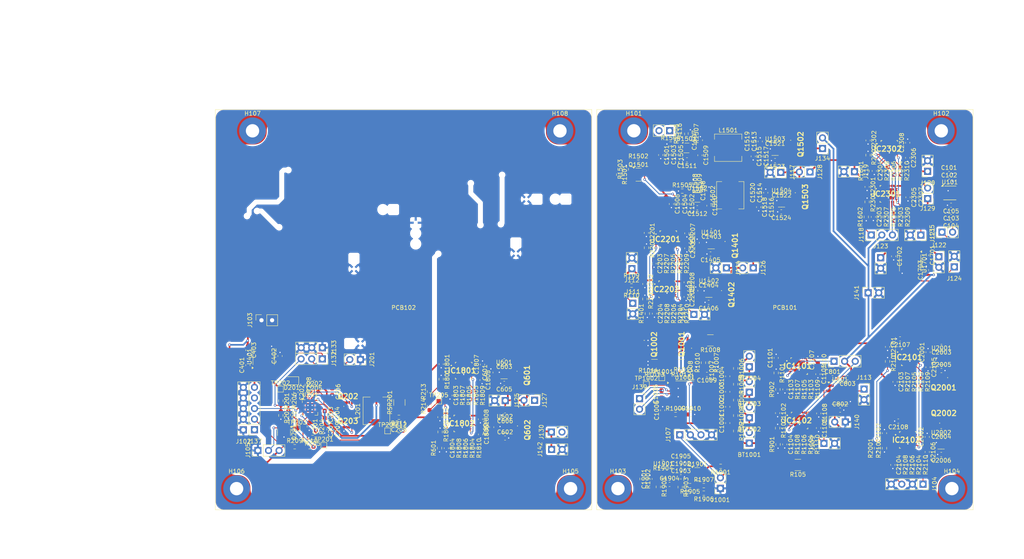
<source format=kicad_pcb>
(kicad_pcb (version 20241229) (generator "pcbnew") (generator_version "9.0")
  (layers (0 "F.Cu" signal) (4 "In1.Cu" signal) (6 "In2.Cu" signal) (8 "In3.Cu" signal) (10 "In4.Cu" signal) (2 "B.Cu" signal) (13 "F.Paste" user) (15 "B.Paste" user) (5 "F.SilkS" user "F.Silkscreen") (7 "B.SilkS" user "B.Silkscreen") (1 "F.Mask" user) (3 "B.Mask" user) (25 "Edge.Cuts" user))
  (net 0 "")
  (net 1 "/Battery")
  (net 2 "/battery/BATT_3")
  (net 3 "/battery/BATT_2")
  (net 4 "/battery/BATT_1")
  (net 5 "/battery/BATT_0")
  (net 6 "GND")
  (net 7 "Net-(U201-VCC)")
  (net 8 "Net-(U201-SRP)")
  (net 9 "/solar/Switch_SOL_1/VIN1")
  (net 10 "/solar/REGN")
  (net 11 "Net-(Q202-S)")
  (net 12 "Net-(D201-K)")
  (net 13 "/solar/PV")
  (net 14 "Net-(U201-VFB)")
  (net 15 "/battery/BATT")
  (net 16 "/solar/Switch_SOL_1/VOUT1")
  (net 17 "/solar/Switch_SOL_1/VOUT2")
  (net 18 "Net-(U401-VCAP)")
  (net 19 "/PV")
  (net 20 "+5V")
  (net 21 "/switch/VOUT1")
  (net 22 "/switch/VOUT2")
  (net 23 "Net-(U801-VCAP)")
  (net 24 "/solar/Switch_SOL_1/Switch_element/VOUT1")
  (net 25 "/solar/Switch_SOL_1/Switch_element/VOUT2")
  (net 26 "Net-(U601-VCAP)")
  (net 27 "Net-(U602-VCAP)")
  (net 28 "/solar/VOUT")
  (net 29 "Net-(Q902-S)")
  (net 30 "Net-(D202-K)")
  (net 31 "/battery/VC5")
  (net 32 "/battery/VC3")
  (net 33 "/battery/VC2")
  (net 34 "/battery/VC1")
  (net 35 "/battery/VC0")
  (net 36 "/battery/SRP")
  (net 37 "/battery/SRN")
  (net 38 "/switch/Switch_element/VOUT1")
  (net 39 "/switch/Switch_element/VOUT2")
  (net 40 "/ameas1/VIN")
  (net 41 "Net-(U1001-CAP1)")
  (net 42 "/switch/VOUT")
  (net 43 "/dcdc/VIN")
  (net 44 "Net-(U1001-BAT)")
  (net 45 "Net-(IC1101-ITIMER)")
  (net 46 "Net-(IC1102-ITIMER)")
  (net 47 "Net-(IC1101-DVDT)")
  (net 48 "Net-(IC1102-DVDT)")
  (net 49 "/solar/VMEAS")
  (net 51 "/dcdc/VOUT")
  (net 52 "/switch_c/VIN")
  (net 53 "/switch_c/VOUT")
  (net 54 "/ameas/VIN")
  (net 55 "/ameas/VOUT")
  (net 56 "Net-(U1901-IN+)")
  (net 57 "Net-(U1901-EN)")
  (net 58 "Net-(U1901-IN-)")
  (net 59 "Net-(U1901-OUT)")
  (net 60 "Net-(Q1901-G)")
  (net 61 "/battery/Switch_Batt_Heater/Switch_element/VOUT1")
  (net 62 "/battery/Switch_Batt_Heater/Switch_element/VOUT2")
  (net 63 "Net-(U2001-VCAP)")
  (net 64 "Net-(U2002-VCAP)")
  (net 65 "/switch/VIN1")
  (net 66 "SHIELD")
  (net 67 "/MPPT_~{EN}")
  (net 68 "/solar/AMEAS")
  (net 69 "/SOL_STAT_1")
  (net 71 "/SWITCH_ALERT")
  (net 72 "Net-(U1401-VCAP)")
  (net 73 "Net-(U1402-VCAP)")
  (net 74 "/dcdc/EN")
  (net 75 "/Ch_EN_12")
  (net 76 "/Ch_EN_11")
  (net 77 "/AMEAS_1")
  (net 78 "/Ch_AL_1")
  (net 79 "Net-(Q201-D)")
  (net 80 "Net-(Q202-G)")
  (net 81 "Net-(Q203-G)")
  (net 82 "Net-(U1501-SS)")
  (net 83 "Net-(U1502-SS)")
  (net 84 "Net-(U1501-SW)")
  (net 85 "Net-(U1501-BST)")
  (net 86 "/battery/Switch_Batt_Heater/VOUT1")
  (net 87 "/battery/Switch_Batt_Heater/VOUT2")
  (net 88 "Net-(Q601-G)")
  (net 89 "Net-(Q602-G)")
  (net 90 "Net-(U1502-SW)")
  (net 91 "Net-(U1502-BST)")
  (net 92 "Net-(Q1502-S)")
  (net 93 "/battery/DSG")
  (net 94 "Net-(Q1503-S)")
  (net 95 "/battery/CHG")
  (net 96 "Net-(U1503-VCAP)")
  (net 97 "Net-(U1504-VCAP)")
  (net 98 "Net-(IC1801-ITIMER)")
  (net 99 "Net-(IC1802-ITIMER)")
  (net 100 "Net-(IC1801-DVDT)")
  (net 101 "Net-(IC1802-DVDT)")
  (net 102 "Net-(Q1901-S)")
  (net 103 "Net-(Q2001-G)")
  (net 104 "Net-(Q2002-G)")
  (net 105 "/solar/Term")
  (net 106 "Net-(U201-TERM_EN)")
  (net 107 "/solar/Switch_SOL_1/EN")
  (net 108 "Net-(IC2101-ITIMER)")
  (net 109 "+3V3")
  (net 110 "Net-(IC2102-ITIMER)")
  (net 111 "Net-(IC2101-DVDT)")
  (net 112 "Net-(IC2102-DVDT)")
  (net 113 "Net-(IC2201-ITIMER)")
  (net 114 "Net-(IC2202-ITIMER)")
  (net 115 "Net-(IC2201-DVDT)")
  (net 116 "Net-(IC2202-DVDT)")
  (net 117 "SDA")
  (net 118 "SCL")
  (net 119 "Net-(IC2301-ITIMER)")
  (net 120 "Net-(IC2302-ITIMER)")
  (net 121 "Net-(IC2301-DVDT)")
  (net 122 "Net-(IC2302-DVDT)")
  (net 123 "/solar/Enable")
  (net 124 "/TMEAS")
  (net 125 "/SOL_STAT_2")
  (net 126 "/battery/HEATER")
  (net 127 "Net-(IC1101-ILIM)")
  (net 128 "Net-(IC1101-RETRY_DLY)")
  (net 129 "/switch_c1/PG")
  (net 130 "/switch_c1/EN_1")
  (net 132 "Net-(IC1101-NRETRY)")
  (net 133 "Net-(IC1101-LDSTRT)")
  (net 134 "Net-(IC1102-LDSTRT)")
  (net 135 "Net-(IC1102-ILIM)")
  (net 136 "/switch_c1/EN_2")
  (net 137 "Net-(IC1102-NRETRY)")
  (net 138 "Net-(IC1102-RETRY_DLY)")
  (net 140 "Net-(IC1801-RETRY_DLY)")
  (net 141 "Net-(IC1801-ILIM)")
  (net 142 "Net-(Q401-G)")
  (net 143 "Net-(IC1801-LDSTRT)")
  (net 144 "Net-(IC1801-NRETRY)")
  (net 146 "Net-(IC1802-ILIM)")
  (net 148 "Net-(IC1802-NRETRY)")
  (net 149 "Net-(IC1802-RETRY_DLY)")
  (net 150 "Net-(IC1802-LDSTRT)")
  (net 152 "Net-(IC2101-LDSTRT)")
  (net 153 "Net-(IC2101-NRETRY)")
  (net 154 "/battery/Heater_EN")
  (net 155 "Net-(IC2101-RETRY_DLY)")
  (net 156 "Net-(IC2101-ILIM)")
  (net 157 "/battery/Switch_Batt_Heater/PG")
  (net 158 "Net-(IC2102-RETRY_DLY)")
  (net 159 "Net-(IC2102-LDSTRT)")
  (net 161 "Net-(IC2102-ILIM)")
  (net 162 "Net-(IC2102-NRETRY)")
  (net 163 "Net-(IC2201-ILIM)")
  (net 164 "Net-(IC2201-NRETRY)")
  (net 166 "Net-(IC2201-RETRY_DLY)")
  (net 167 "/SW_EN")
  (net 168 "Net-(IC2201-LDSTRT)")
  (net 169 "Net-(IC2202-LDSTRT)")
  (net 170 "Net-(IC2202-ILIM)")
  (net 171 "Net-(IC2202-NRETRY)")
  (net 172 "Net-(IC2202-RETRY_DLY)")
  (net 174 "Net-(IC2301-RETRY_DLY)")
  (net 176 "Net-(IC2301-LDSTRT)")
  (net 177 "Net-(IC2301-ILIM)")
  (net 178 "Net-(IC2301-NRETRY)")
  (net 179 "Net-(IC2302-LDSTRT)")
  (net 180 "Net-(IC2302-ILIM)")
  (net 181 "Net-(IC2302-NRETRY)")
  (net 182 "Net-(IC2302-RETRY_DLY)")
  (net 184 "/SOL_TGGL")
  (net 185 "Net-(J111-Pin_1)")
  (net 186 "/ameas1/AMEAS")
  (net 187 "/battery/TMEAS")
  (net 188 "Net-(Q1001-D)")
  (net 189 "Net-(Q1001-S)")
  (net 190 "Net-(Q1401-G)")
  (net 191 "Net-(Q1402-G)")
  (net 192 "Net-(Q1501-S)")
  (net 193 "Net-(Q1501-G)")
  (net 194 "Net-(Q1501-D)")
  (net 195 "Net-(Q1502-G)")
  (net 196 "Net-(Q1503-G)")
  (net 197 "/battery/CC_Source/CC_Source")
  (net 198 "Net-(Q801-G)")
  (net 199 "Net-(U1501-RT)")
  (net 200 "Net-(U1502-RT)")
  (net 201 "Net-(U1501-FB)")
  (net 202 "Net-(U1502-FB)")
  (net 203 "Net-(R1906-Pad1)")
  (net 206 "/battery/ALERT")
  (net 208 "Net-(Q901-S)")
  (net 209 "Net-(Q901-G)")
  (net 210 "Net-(J115-Pin_1)")
  (net 212 "Net-(J131-Pin_2)")
  (footprint "Resistor_SMD:R_0603_1608Metric_Pad0.98x0.95mm_HandSolder" (layer "F.Cu") (at 222.5495 68.7255 90)
    (property "Reference" "R1602")
    (property "Value" "100k")
  )
  (footprint "Capacitor_SMD:C_0603_1608Metric_Pad1.08x0.95mm_HandSolder" (layer "F.Cu") (at 179.3625 65.6245 -90)
    (property "Reference" "C1502")
    (property "Value" "TBD")
  )
  (footprint "Outlines:NVTFS5116PLTWG" (layer "F.Cu") (at 178.35 99.2005 90)
    (property "Reference" "Q1001")
    (property "Value" "NVTFWS4D9N04XMTAG" (hide yes))
  )
  (footprint "Capacitor_SMD:C_0603_1608Metric_Pad1.08x0.95mm_HandSolder" (layer "F.Cu") (at 174.9975 53.8505 -90)
    (property "Reference" "C1503")
    (property "Value" "10u")
  )
  (footprint "Capacitor_SMD:C_0603_1608Metric_Pad1.08x0.95mm_HandSolder" (layer "F.Cu") (at 222.974499 50.4005 -90)
    (property "Reference" "C2302")
    (property "Value" "1u")
  )
  (footprint "MountingHole:MountingHole_3.2mm_M3_Pad_TopBottom" (layer "F.Cu") (at 240.5225 48.0955)
    (property "Reference" "H102")
    (property "Value" "MountingHole")
  )
  (footprint "Resistor_SMD:R_0603_1608Metric_Pad0.98x0.95mm_HandSolder" (layer "F.Cu") (at 209.41 123.2255 -90)
    (property "Reference" "R1110")
    (property "Value" "0")
  )
  (footprint "Capacitor_SMD:C_0603_1608Metric_Pad1.08x0.95mm_HandSolder" (layer "F.Cu") (at 179.5975 55.0505 180)
    (property "Reference" "C1511")
    (property "Value" "100n")
  )
  (footprint "Capacitor_SMD:C_0603_1608Metric_Pad1.08x0.95mm_HandSolder" (layer "F.Cu") (at 177.682501 65.6245 -90)
    (property "Reference" "C1504")
    (property "Value" "10u")
  )
  (footprint "Resistor_SMD:R_0603_1608Metric_Pad0.98x0.95mm_HandSolder" (layer "F.Cu") (at 204.61 123.2255 -90)
    (property "Reference" "R1108")
    (property "Value" "SELECT")
  )
  (footprint "Capacitor_SMD:C_0603_1608Metric_Pad1.08x0.95mm_HandSolder" (layer "F.Cu") (at 110.571599 118.28625 180)
    (property "Reference" "C208")
    (property "Value" "1u")
  )
  (footprint "TestPoint:TestPoint_Pad_1.0x1.0mm" (layer "F.Cu") (at 82.191599 109.97875)
    (property "Reference" "TP202")
    (property "Value" "~")
  )
  (footprint "Connector_PinHeader_2.54mm:PinHeader_1x02_P2.54mm_Vertical" (layer "F.Cu") (at 147.1 120.26 90)
    (property "Reference" "J130")
    (property "Value" "Conn_01x02_Socket")
  )
  (footprint "Capacitor_SMD:C_0603_1608Metric_Pad1.08x0.95mm_HandSolder" (layer "F.Cu") (at 227.65 99.8545 -90)
    (property "Reference" "C2101")
    (property "Value" "1u")
  )
  (footprint "Capacitor_SMD:C_0603_1608Metric_Pad1.08x0.95mm_HandSolder" (layer "F.Cu") (at 92.791599 116.07875 -90)
    (property "Reference" "C203")
    (property "Value" "1u")
  )
  (footprint "Resistor_SMD:R_0603_1608Metric_Pad0.98x0.95mm_HandSolder" (layer "F.Cu") (at 207.8625 110.0505 -90)
    (property "Reference" "R1103")
    (property "Value" "0")
  )
  (footprint "Capacitor_SMD:C_0603_1608Metric_Pad1.08x0.95mm_HandSolder" (layer "F.Cu") (at 120.406249 116.697499 -90)
    (property "Reference" "C1802")
    (property "Value" "1u")
  )
  (footprint "Resistor_SMD:R_0603_1608Metric_Pad0.98x0.95mm_HandSolder" (layer "F.Cu") (at 226.9125 124.1375 90)
    (property "Reference" "R2102")
    (property "Value" "100k")
  )
  (footprint "Resistor_SMD:R_0603_1608Metric_Pad0.98x0.95mm_HandSolder" (layer "F.Cu") (at 82.291599 116.27875 -90)
    (property "Reference" "R202")
    (property "Value" "1M")
  )
  (footprint "Resistor_SMD:R_0603_1608Metric_Pad0.98x0.95mm_HandSolder" (layer "F.Cu") (at 231.049499 68.7255 -90)
    (property "Reference" "R2309")
    (property "Value" "0")
  )
  (footprint "Capacitor_SMD:C_0603_1608Metric_Pad1.08x0.95mm_HandSolder" (layer "F.Cu") (at 136.006249 116.197499 180)
    (property "Reference" "C606")
    (property "Value" "100n")
  )
  (footprint "Capacitor_SMD:C_0603_1608Metric_Pad1.08x0.95mm_HandSolder" (layer "F.Cu") (at 179.4 84.3875 -90)
    (property "Reference" "C2208")
    (property "Value" "1u")
  )
  (footprint "Capacitor_SMD:C_0603_1608Metric_Pad1.08x0.95mm_HandSolder" (layer "F.Cu") (at 237.35 101.1375 90)
    (property "Reference" "C2001")
    (property "Value" "100n")
  )
  (footprint "Resistor_SMD:R_0603_1608Metric_Pad0.98x0.95mm_HandSolder" (layer "F.Cu") (at 209.4625 110.0505 -90)
    (property "Reference" "R1109")
    (property "Value" "0")
  )
  (footprint "Resistor_SMD:R_0603_1608Metric_Pad0.98x0.95mm_HandSolder" (layer "F.Cu") (at 82.291599 112.77875 -90)
    (property "Reference" "R201")
    (property "Value" "1M")
  )
  (footprint "Diode_SMD:D_0805_2012Metric" (layer "F.Cu") (at 84.891599 107.97875 180)
    (property "Reference" "D201")
    (property "Value" "D_Schottky")
  )
  (footprint "Connector_PinSocket_2.54mm:PinSocket_1x03_P2.54mm_Vertical" (layer "F.Cu") (at 92.24 100.06 -90)
    (property "Reference" "J133")
    (property "Value" "Conn_01x02_Socket")
  )
  (footprint "TestPoint:TestPoint_Pad_1.0x1.0mm" (layer "F.Cu") (at 173.5625 107.2505)
    (property "Reference" "TP1001")
    (property "Value" "~")
  )
  (footprint "Resistor_SMD:R_0603_1608Metric_Pad0.98x0.95mm_HandSolder" (layer "F.Cu") (at 230.5125 128.1375 -90)
    (property "Reference" "R2108")
    (property "Value" "SELECT")
  )
  (footprint "Resistor_SMD:R_0603_1608Metric_Pad0.98x0.95mm_HandSolder" (layer "F.Cu") (at 229.274501 57.7005 -90)
    (property "Reference" "R2304")
    (property "Value" "0")
  )
  (footprint "Capacitor_SMD:C_0603_1608Metric_Pad1.08x0.95mm_HandSolder" (layer "F.Cu") (at 184.8625 66.0295 -90)
    (property "Reference" "C1510")
    (property "Value" "100n")
  )
  (footprint "Resistor_SMD:R_0603_1608Metric_Pad0.98x0.95mm_HandSolder" (layer "F.Cu") (at 178.4625 62.5295)
    (property "Reference" "R1505")
    (property "Value" "0")
  )
  (footprint "Package_TO_SOT_SMD:SOT-23-6" (layer "F.Cu") (at 184.8375 86.4375)
    (property "Reference" "U1402")
    (property "Value" "LM74700")
  )
  (footprint "Resistor_SMD:R_0603_1608Metric" (layer "F.Cu") (at 168.825 131.5005 -90)
    (property "Reference" "R1902")
    (property "Value" "39k")
  )
  (footprint "Package_TO_SOT_SMD:SOT-23" (layer "F.Cu") (at 168 58.6005)
    (property "Reference" "Q1501")
    (property "Value" "IRLML5103")
  )
  (footprint "Capacitor_SMD:C_0603_1608Metric_Pad1.08x0.95mm_HandSolder" (layer "F.Cu") (at 135.806249 103.197499 180)
    (property "Reference" "C603")
    (property "Value" "1u")
  )
  (footprint "Capacitor_SMD:C_0603_1608Metric_Pad1.08x0.95mm_HandSolder" (layer "F.Cu") (at 186.9625 105.5505 90)
    (property "Reference" "C1007")
    (property "Value" "100n")
  )
  (footprint "Connector_PinHeader_2.54mm:PinHeader_1x02_P2.54mm_Vertical" (layer "F.Cu") (at 237.2625 64.3255 180)
    (property "Reference" "J129")
    (property "Value" "Conn_01x02_Socket")
  )
  (footprint "Resistor_SMD:R_0603_1608Metric_Pad0.98x0.95mm_HandSolder" (layer "F.Cu") (at 166.312 86.1125 180)
    (property "Reference" "R110")
    (property "Value" "100")
  )
  (footprint "Outlines:TPS259802ONRGER" (layer "F.Cu") (at 174.8125 86.0625)
    (property "Reference" "IC2202")
    (property "Value" "TPS259802ONRGER" (hide yes))
  )
  (footprint "Capacitor_SMD:C_0603_1608Metric_Pad1.08x0.95mm_HandSolder" (layer "F.Cu") (at 130.106249 117.197499 -90)
    (property "Reference" "C1808")
    (property "Value" "1u")
  )
  (footprint "Connector_PinSocket_2.54mm:PinSocket_1x02_P2.54mm_Vertical" (layer "F.Cu") (at 147.15 124.435 90)
    (property "Reference" "J142")
    (property "Value" "Conn_01x02_Socket")
  )
  (footprint "Capacitor_SMD:C_0603_1608Metric_Pad1.08x0.95mm_HandSolder" (layer "F.Cu") (at 175.8625 65.6245 -90)
    (property "Reference" "C1506")
    (property "Value" "100n")
  )
  (footprint "MountingHole:MountingHole_3.2mm_M3_Pad_TopBottom" (layer "F.Cu") (at 166.8625 48.0805)
    (property "Reference" "H101")
    (property "Value" "MountingHole")
  )
  (footprint "Capacitor_SMD:C_0603_1608Metric_Pad1.08x0.95mm_HandSolder" (layer "F.Cu") (at 195.4625 54.213001 -90)
    (property "Reference" "C1515")
    (property "Value" "10u")
  )
  (footprint "Outlines:TPS259802ONRGER" (layer "F.Cu") (at 175.1125 74.0625)
    (property "Reference" "IC2201")
    (property "Value" "TPS259802ONRGER" (hide yes))
  )
  (footprint "Package_TO_SOT_SMD:SOT-23-3" (layer "F.Cu") (at 83.0416 120.31625 -90)
    (property "Reference" "Q201")
    (property "Value" "IRLML5103")
  )
  (footprint "Package_TO_SOT_SMD:SOT-23-6" (layer "F.Cu") (at 240.4695 122.7775)
    (property "Reference" "U2002")
    (property "Value" "LM74700")
  )
  (footprint "Capacitor_SMD:C_0603_1608Metric_Pad1.08x0.95mm_HandSolder" (layer "F.Cu") (at 130.606249 104.097499 90)
    (property "Reference" "C1807")
    (property "Value" "1u")
  )
  (footprint "Connector_PinSocket_2.54mm:PinSocket_1x02_P2.54mm_Vertical" (layer "F.Cu") (at 202.0625 58.0505 -90)
    (property "Reference" "J117")
    (property "Value" "Conn_01x02_Socket")
  )
  (footprint "Resistor_SMD:R_0603_1608Metric_Pad0.98x0.95mm_HandSolder" (layer "F.Cu") (at 191.2625 105.013001 -90)
    (property "Reference" "R1006")
    (property "Value" "100")
  )
  (footprint "Capacitor_SMD:C_0603_1608Metric_Pad1.08x0.95mm_HandSolder" (layer "F.Cu") (at 202.185 67.507999 180)
    (property "Reference" "C1524")
    (property "Value" "1u")
  )
  (footprint "Capacitor_SMD:C_0603_1608Metric_Pad1.08x0.95mm_HandSolder" (layer "F.Cu") (at 200.9625 102.5005 90)
    (property "Reference" "C1101")
    (property "Value" "1u")
  )
  (footprint "Capacitor_SMD:C_0603_1608Metric_Pad1.08x0.95mm_HandSolder" (layer "F.Cu") (at 182.7975 50.3505 90)
    (property "Reference" "C1507")
    (property "Value" "10n")
  )
  (footprint "Capacitor_SMD:C_0603_1608Metric_Pad1.08x0.95mm_HandSolder" (layer "F.Cu") (at 222.749501 61.5255 -90)
    (property "Reference" "C2301")
    (property "Value" "1u")
  )
  (footprint "Resistor_SMD:R_0603_1608Metric_Pad0.98x0.95mm_HandSolder" (layer "F.Cu") (at 85.6041 123.77875)
    (property "Reference" "R209")
    (property "Value" "100k")
  )
  (footprint "Resistor_SMD:R_0603_1608Metric_Pad0.98x0.95mm_HandSolder" (layer "F.Cu") (at 191.2625 108.813001 -90)
    (property "Reference" "R1005")
    (property "Value" "100")
  )
  (footprint "Capacitor_SMD:C_0603_1608Metric_Pad1.08x0.95mm_HandSolder" (layer "F.Cu") (at 189.3625 106.913001 90)
    (property "Reference" "C1004")
    (property "Value" "1uF")
  )
  (footprint "Outlines:TPS259802ONRGER" (layer "F.Cu") (at 227.8495 63.2005)
    (property "Reference" "IC2301")
    (property "Value" "TPS259802ONRGER" (hide yes))
  )
  (footprint "Connector_PinSocket_2.54mm:PinSocket_1x02_P2.54mm_Vertical" (layer "F.Cu") (at 136.056249 112.722499 -90)
    (property "Reference" "J125")
    (property "Value" "Conn_01x02_Pin")
  )
  (footprint "Inductor_SMD:L_Vishay_IHLP-2525" (layer "F.Cu") (at 189.4625 52.1505)
    (property "Reference" "L1501")
    (property "Value" "SELECT")
  )
  (footprint "Resistor_SMD:R_0603_1608Metric_Pad0.98x0.95mm_HandSolder" (layer "F.Cu") (at 227.649499 68.7255 -90)
    (property "Reference" "R2305")
    (property "Value" "0")
  )
  (footprint "Package_TO_SOT_SMD:SOT-23-6" (layer "F.Cu") (at 240.55 102.5375)
    (property "Reference" "U2001")
    (property "Value" "LM74700")
  )
  (footprint "Resistor_SMD:R_0603_1608Metric_Pad0.98x0.95mm_HandSolder" (layer "F.Cu") (at 235.3125 128.1375 -90)
    (property "Reference" "R2110")
    (property "Value" "0")
  )
  (footprint "Capacitor_SMD:C_0603_1608Metric_Pad1.08x0.95mm_HandSolder" (layer "F.Cu") (at 189.3625 110.613001 90)
    (property "Reference" "C1003")
    (property "Value" "1uF")
  )
  (footprint "Resistor_SMD:R_0603_1608Metric_Pad0.98x0.95mm_HandSolder" (layer "F.Cu") (at 182.9625 60.7295 90)
    (property "Reference" "R1508")
    (property "Value" "SELECT")
  )
  (footprint "Resistor_SMD:R_0603_1608Metric_Pad0.98x0.95mm_HandSolder" (layer "F.Cu") (at 169.8995 76.1125 -90)
    (property "Reference" "R2201")
    (property "Value" "100k")
  )
  (footprint "Capacitor_SMD:C_0603_1608Metric_Pad1.08x0.95mm_HandSolder" (layer "F.Cu") (at 214.4625 107.2505)
    (property "Reference" "C801")
    (property "Value" "100n")
  )
  (footprint "Capacitor_SMD:C_0603_1608Metric_Pad1.08x0.95mm_HandSolder" (layer "F.Cu") (at 120.706249 103.997499 -90)
    (property "Reference" "C1801")
    (property "Value" "1u")
  )
  (footprint "Resistor_SMD:R_0603_1608Metric_Pad0.98x0.95mm_HandSolder" (layer "F.Cu") (at 87.591599 108.97875 -90)
    (property "Reference" "R208")
    (property "Value" "100k")
  )
  (footprint "Capacitor_SMD:C_0603_1608Metric_Pad1.08x0.95mm_HandSolder" (layer "F.Cu") (at 211.11 119.3005 -90)
    (property "Reference" "C1106")
    (property "Value" "1u")
  )
  (footprint "Capacitor_SMD:C_0603_1608Metric_Pad1.08x0.95mm_HandSolder" (layer "F.Cu") (at 236.9675 77.9055 -90)
    (property "Reference" "C1701")
    (property "Value" "1u")
  )
  (footprint "Capacitor_SMD:C_0603_1608Metric_Pad1.08x0.95mm_HandSolder" (layer "F.Cu") (at 242.405 60.168)
    (property "Reference" "C102")
    (property "Value" "100n")
  )
  (footprint "Resistor_SMD:R_0603_1608Metric_Pad0.98x0.95mm_HandSolder" (layer "F.Cu") (at 232.1125 128.1375 -90)
    (property "Reference" "R2106")
    (property "Value" "0")
  )
  (footprint "Outlines:NVTFS5116PLTWG" (layer "F.Cu") (at 241.0705 109.5875 180)
    (property "Reference" "Q2001")
    (property "Value" "NVTFWS4D9N04XMTAG" (hide yes))
  )
  (footprint "Resistor_SMD:R_0603_1608Metric_Pad0.98x0.95mm_HandSolder" (layer "F.Cu") (at 187.6625 128.4705 180)
    (property "Reference" "R1001")
    (property "Value" "100k")
  )
  (footprint "Package_DFN_QFN:Texas_RVA_VQFN-16-1EP_3.5x3.5mm_P0.5mm_EP2.14x2.14mm_ThermalVias" (layer "F.Cu") (at 89.291599 114.37875)
    (property "Reference" "U201")
    (property "Value" "BQ24650")
  )
  (footprint "Connector_PinSocket_2.54mm:PinSocket_1x02_P2.54mm_Vertical" (layer "F.Cu") (at 194.525 116.825502 180)
    (property "Reference" "BT1002")
    (property "Value" "Battery_Cell")
  )
  (footprint "MountingHole:MountingHole_3.2mm_M3_Pad_TopBottom" (layer "F.Cu") (at 163.0525 133.8105)
    (property "Reference" "H103")
    (property "Value" "MountingHole")
  )
  (footprint "Resistor_SMD:R_0603_1608Metric_Pad0.98x0.95mm_HandSolder" (layer "F.Cu") (at 204.6625 110.0505 -90)
    (property "Reference" "R1107")
    (property "Value" "SELECT")
  )
  (footprint "Outlines:TPS259802ONRGER" (layer "F.Cu") (at 125.756249 118.209499)
    (property "Reference" "IC1802")
    (property "Value" "TPS259802ONRGER" (hide yes))
  )
  (footprint "Resistor_SMD:R_0603_1608Metric_Pad0.98x0.95mm_HandSolder" (layer "F.Cu") (at 120.306249 124.109999 90)
    (property "Reference" "R601")
    (property "Value" "100k")
  )
  (footprint "Capacitor_SMD:C_0603_1608Metric_Pad1.08x0.95mm_HandSolder" (layer "F.Cu") (at 82.096599 102.04875 90)
    (property "Reference" "C402")
    (property "Value" "100n")
  )
  (footprint "Capacitor_SMD:C_0603_1608Metric_Pad1.08x0.95mm_HandSolder" (layer "F.Cu") (at 189.3625 114.213001 90)
    (property "Reference" "C1002")
    (property "Value" "1uF")
  )
  (footprint "Outlines:NVTFS5116PLTWG" (layer "F.Cu") (at 241.1125 115.7875)
    (property "Reference" "Q2002")
    (property "Value" "NVTFWS4D9N04XMTAG" (hide yes))
  )
  (footprint "Resistor_SMD:R_0603_1608Metric_Pad0.98x0.95mm_HandSolder" (layer "F.Cu") (at 225.0125 124.1375 90)
    (property "Reference" "R2001")
    (property "Value" "100k")
  )
  (footprint "Capacitor_SMD:C_0603_1608Metric_Pad1.08x0.95mm_HandSolder" (layer "F.Cu") (at 132.806249 119.097499 90)
    (property "Reference" "C604")
    (property "Value" "1u")
  )
  (footprint "Capacitor_SMD:C_0603_1608Metric_Pad1.08x0.95mm_HandSolder" (layer "F.Cu") (at 85.891599 110.77875 -90)
    (property "Reference" "C202")
    (property "Value" "1u")
  )
  (footprint "Connector_PinSocket_2.54mm:PinSocket_1x04_P2.54mm_Vertical" (layer "F.Cu") (at 236.142499 132.7505 -90)
    (property "Reference" "J104")
    (property "Value" "Conn_01x04_Socket")
  )
  (footprint "Resistor_SMD:R_0603_1608Metric_Pad0.98x0.95mm_HandSolder" (layer "F.Cu") (at 126.006249 111.497499 -90)
    (property "Reference" "R1805")
    (property "Value" "0")
  )
  (footprint "Resistor_SMD:R_0603_1608Metric_Pad0.98x0.95mm_HandSolder" (layer "F.Cu") (at 207.81 123.2255 -90)
    (property "Reference" "R1104")
    (property "Value" "0")
  )
  (footprint "Outlines:TPS259802ONRGER" (layer "F.Cu") (at 126.093249 105.547499)
    (property "Reference" "IC1801")
    (property "Value" "TPS259802ONRGER" (hide yes))
  )
  (footprint "Connector_PinHeader_2.54mm:PinHeader_1x02_P2.54mm_Vertical" (layer "F.Cu") (at 175.4375 48.0505 -90)
    (property "Reference" "J116")
    (property "Value" "Conn_01x02_Socket")
  )
  (footprint "Capacitor_SMD:C_0603_1608Metric_Pad1.08x0.95mm_HandSolder" (layer "F.Cu") (at 237.35 104.7375 -90)
    (property "Reference" "C2105")
    (property "Value" "1u")
  )
  (footprint "Resistor_SMD:R_0603_1608Metric_Pad0.98x0.95mm_HandSolder" (layer "F.Cu") (at 170.1 91.8875 90)
    (property "Reference" "R1401")
    (property "Value" "100k")
  )
  (footprint "Resistor_SMD:R_0603_1608Metric_Pad0.98x0.95mm_HandSolder" (layer "F.Cu") (at 229.3495 68.7255 -90)
    (property "Reference" "R2303")
    (property "Value" "0")
  )
  (footprint "Connector_PinSocket_2.54mm:PinSocket_1x02_P2.54mm_Vertical" (layer "F.Cu") (at 239.9325 78.2555)
    (property "Reference" "J122")
    (property "Value" "Conn_01x02_Pin")
  )
  (footprint "Resistor_SMD:R_0603_1608Metric_Pad0.98x0.95mm_HandSolder" (layer "F.Cu") (at 185.237499 103.6505 -90)
    (property "Reference" "R1007")
    (property "Value" "100")
  )
  (footprint "Capacitor_SMD:C_0603_1608Metric_Pad1.08x0.95mm_HandSolder" (layer "F.Cu") (at 236.9625 81.4505 90)
    (property "Reference" "C1703")
    (property "Value" "1u")
  )
  (footprint "Connector_PinSocket_2.54mm:PinSocket_1x02_P2.54mm_Vertical" (layer "F.Cu") (at 194.525 104.625502 180)
    (property "Reference" "BT1004")
    (property "Value" "Battery_Cell")
  )
  (footprint "Package_TO_SOT_SMD:SOT-23" (layer "F.Cu") (at 182.0625 130.3505)
    (property "Reference" "Q1901")
    (property "Value" "IRLML5103")
  )
  (footprint "TestPoint:TestPoint_Pad_1.0x1.0mm" (layer "F.Cu") (at 169.8625 108.8505)
    (property "Reference" "TP1002")
    (property "Value" "~")
  )
  (footprint "Resistor_SMD:R_0603_1608Metric_Pad0.98x0.95mm_HandSolder" (layer "F.Cu") (at 127.606249 111.497499 -90)
    (property "Reference" "R1803")
    (property "Value" "0")
  )
  (footprint "Capacitor_SMD:C_0603_1608Metric_Pad1.08x0.95mm_HandSolder" (layer "F.Cu") (at 132.606249 105.997499 90)
    (property "Reference" "C601")
    (property "Value" "100n")
  )
  (footprint "Capacitor_SMD:C_0603_1608Metric_Pad1.08x0.95mm_HandSolder" (layer "F.Cu") (at 178.125 127.5005)
    (property "Reference" "C1905")
    (property "Value" "10n")
  )
  (footprint "Resistor_SMD:R_0603_1608Metric_Pad0.98x0.95mm_HandSolder" (layer "F.Cu") (at 128.343749 124.134499 -90)
    (property "Reference" "R1810")
    (property "Value" "0")
  )
  (footprint "Capacitor_SMD:C_0603_1608Metric_Pad1.08x0.95mm_HandSolder" (layer "F.Cu") (at 240.55 99.7375 180)
    (property "Reference" "C2003")
    (property "Value" "1u")
  )
  (footprint "Resistor_SMD:R_1210_3225Metric_Pad1.30x2.65mm_HandSolder" (layer "F.Cu") (at 206.1625 128.1505 180)
    (property "Reference" "R105")
    (property "Value" "0")
  )
  (footprint "Resistor_SMD:R_0603_1608Metric_Pad0.98x0.95mm_HandSolder" (layer "F.Cu") (at 230.874499 57.7005 -90)
    (property "Reference" "R2310")
    (property "Value" "0")
  )
  (footprint "Resistor_SMD:R_1210_3225Metric_Pad1.30x2.65mm_HandSolder" (layer "F.Cu") (at 178.2 104.2005 180)
    (property "Reference" "R1012")
    (property "Value" "0")
  )
  (footprint "Resistor_SMD:R_0603_1608Metric_Pad0.98x0.95mm_HandSolder" (layer "F.Cu") (at 117.906249 110.584999 90)
    (property "Reference" "R213")
    (property "Value" "100k")
  )
  (footprint "Capacitor_SMD:C_0603_1608Metric_Pad1.08x0.95mm_HandSolder" (layer "F.Cu") (at 184.7885 89.1875 180)
    (property "Reference" "C1406")
    (property "Value" "100n")
  )
  (footprint "Outlines:NVTFS5116PLTWG" (layer "F.Cu") (at 206.7975 51.3255 -90)
    (property "Reference" "Q1502")
    (property "Value" "NVTFWS4D9N04XMTAG" (hide yes))
  )
  (footprint "Capacitor_SMD:C_0603_1608Metric_Pad1.08x0.95mm_HandSolder" (layer "F.Cu") (at 211.1625 115.8005 -90)
    (property "Reference" "C1108")
    (property "Value" "1u")
  )
  (footprint "Resistor_SMD:R_0603_1608Metric_Pad0.98x0.95mm_HandSolder" (layer "F.Cu") (at 180.3975 48.7505 -90)
    (property "Reference" "R1507")
    (property "Value" "SELECT")
  )
  (footprint "Resistor_SMD:R_0603_1608Metric_Pad0.98x0.95mm_HandSolder" (layer "F.Cu") (at 222.7245 57.7135 90)
    (property "Reference" "R1601")
    (property "Value" "100k")
  )
  (footprint "Outlines:NVTFS5116PLTWG" (layer "F.Cu") (at 98.349599 111.74575)
    (property "Reference" "Q202")
    (property "Value" "NVTFWS4D9N04XMTAG" (hide yes))
  )
  (footprint "Connector_PinSocket_2.54mm:PinSocket_1x02_P2.54mm_Vertical" (layer "F.Cu") (at 243.6375 80.7005 180)
    (property "Reference" "J124")
    (property "Value" "Conn_01x02_Socket")
  )
  (footprint "Resistor_SMD:R_0603_1608Metric_Pad0.98x0.95mm_HandSolder" (layer "F.Cu") (at 206.2625 110.0505 -90)
    (property "Reference" "R1105")
    (property "Value" "0")
  )
  (footprint "MountingHole:MountingHole_3.2mm_M3_Pad_TopBottom" (layer "F.Cu") (at 243.0625 133.8105)
    (property "Reference" "H104")
    (property "Value" "MountingHole")
  )
  (footprint "Capacitor_SMD:C_0603_1608Metric_Pad1.08x0.95mm_HandSolder" (layer "F.Cu") (at 89.091599 118.97875 -90)
    (property "Reference" "C201")
    (property "Value" "1u")
  )
  (footprint "Capacitor_SMD:C_0603_1608Metric_Pad1.08x0.95mm_HandSolder" (layer "F.Cu") (at 180.5625 116.0505)
    (property "Reference" "C1010")
    (property "Value" "10uF")
  )
  (footprint "Resistor_SMD:R_0603_1608Metric_Pad0.98x0.95mm_HandSolder" (layer "F.Cu") (at 176.4995 79.9125 -90)
    (property "Reference" "R2203")
    (property "Value" "0")
  )
  (footprint "Resistor_SMD:R_0603_1608Metric" (layer "F.Cu") (at 172.725 133.4005 -90)
    (property "Reference" "R1901")
    (property "Value" "10K")
  )
  (footprint "Resistor_SMD:R_0603_1608Metric_Pad0.98x0.95mm_HandSolder" (layer "F.Cu") (at 178.0995 79.9125 -90)
    (property "Reference" "R2209")
    (property "Value" "0")
  )
  (footprint "Capacitor_SMD:C_0603_1608Metric_Pad1.08x0.95mm_HandSolder" (layer "F.Cu") (at 224.4745 57.7005 -90)
    (property "Reference" "C2304")
    (property "Value" "1u")
  )
  (footprint "Inductor_SMD:L_6.3x6.3_H3" (layer "F.Cu") (at 105.191599 115.17875 90)
    (property "Reference" "L201")
    (property "Value" "TBD")
  )
  (footprint "TestPoint:TestPoint_Pad_1.0x1.0mm" (layer "F.Cu") (at 107.871599 119.98625)
    (property "Reference" "TP204")
    (property "Value" "~")
  )
  (footprint "Capacitor_SMD:C_0603_1608Metric_Pad1.08x0.95mm_HandSolder" (layer "F.Cu") (at 230.65 97.9375 180)
    (property "Reference" "C2107")
    (property "Value" "1u")
  )
  (footprint "Capacitor_SMD:C_0603_1608Metric_Pad1.08x0.95mm_HandSolder" (layer "F.Cu") (at 203.01 123.2255 -90)
    (property "Reference" "C1104")
    (property "Value" "1u")
  )
  (footprint "Capacitor_SMD:C_0603_1608Metric_Pad1.08x0.95mm_HandSolder" (layer "F.Cu") (at 198.402501 66.420499 -90)
    (property "Reference" "C1516")
    (property "Value" "10u")
  )
  (footprint "Capacitor_SMD:C_0603_1608Metric_Pad1.08x0.95mm_HandSolder" (layer "F.Cu") (at 201.31 115.7255 -90)
    (property "Reference" "C1102")
    (property "Value" "1u")
  )
  (footprint "Capacitor_SMD:C_0603_1608Metric_Pad1.08x0.95mm_HandSolder" (layer "F.Cu") (at 242.855 69.418 180)
    (property "Reference" "C104")
    (property "Value" "1u")
  )
  (footprint "Capacitor_SMD:C_0603_1608Metric_Pad1.08x0.95mm_HandSolder" (layer "F.Cu") (at 181.6885 86.3875 90)
    (property "Reference" "C1402")
    (property "Value" "100n")
  )
  (footprint "Connector_PinSocket_2.54mm:PinSocket_1x02_P2.54mm_Vertical" (layer "F.Cu") (at 187.6 133.7505 180)
    (property "Reference" "J1001")
    (property "Value" "PT_1000")
  )
  (footprint "Capacitor_SMD:C_0603_1608Metric_Pad1.08x0.95mm_HandSolder" (layer "F.Cu") (at 181.8625 105.5505 90)
    (property "Reference" "C1008")
    (property "Value" "100n")
  )
  (footprint "Capacitor_SMD:C_0603_1608Metric_Pad1.08x0.95mm_HandSolder" (layer "F.Cu") (at 234.2495 63.9755 -90)
    (property "Reference" "C2307")
    (property "Value" "1u")
  )
  (footprint "MountingHole:MountingHole_3.2mm_M3_Pad_TopBottom" (layer "F.Cu") (at 71.69 133.82)
    (property "Reference" "H106")
    (property "Value" "MountingHole")
  )
  (footprint "Package_SON:WSON-6-1EP_3x3mm_P0.95mm" (layer "F.Cu") (at 242.5625 62.9755)
    (property "Reference" "U101")
    (property "Value" "LP38690SDX-3.3/NOPB")
  )
  (footprint "Outlines:NVTFS5116PLTWG" (layer "F.Cu") (at 98.349599 117.67875)
    (property "Reference" "Q203")
    (property "Value" "NVTFWS4D9N04XMTAG" (hide yes))
  )
  (footprint "Capacitor_SMD:C_0603_1608Metric_Pad1.08x0.95mm_HandSolder" (layer "F.Cu") (at 178.125 129.290499)
    (property "Reference" "C1902")
    (property "Value" "10n")
  )
  (footprint "Resistor_SMD:R_0603_1608Metric_Pad0.98x0.95mm_HandSolder" (layer "F.Cu") (at 84.091599 116.17875 -90)
    (property "Reference" "R207")
    (property "Value" "10")
  )
  (footprint "Capacitor_SMD:C_0603_1608Metric_Pad1.08x0.95mm_HandSolder" (layer "F.Cu") (at 210.9625 103.0005 90)
    (property "Reference" "C1107")
    (property "Value" "1u")
  )
  (footprint "Capacitor_SMD:C_0603_1608Metric_Pad1.08x0.95mm_HandSolder" (layer "F.Cu") (at 90.291599 108.37875 180)
    (property "Reference" "C205")
    (property "Value" "1u")
  )
  (footprint "Resistor_SMD:R_0603_1608Metric_Pad0.98x0.95mm_HandSolder" (layer "F.Cu") (at 227.65 103.3375 -90)
    (property "Reference" "R2101")
    (property "Value" "100k")
  )
  (footprint "Resistor_SMD:R_0603_1608Metric_Pad0.98x0.95mm_HandSolder" (layer "F.Cu") (at 110.571599 116.72625 180)
    (property "Reference" "R211")
    (property "Value" "76k")
  )
  (footprint "Resistor_SMD:R_0603_1608Metric_Pad0.98x0.95mm_HandSolder" (layer "F.Cu") (at 123.543749 124.134499 -90)
    (property "Reference" "R1808")
    (property "Value" "SELECT")
  )
  (footprint "Capacitor_SMD:C_0603_1608Metric_Pad1.08x0.95mm_HandSolder" (layer "F.Cu") (at 74.396599 104.24875 90)
    (property "Reference" "C401")
    (property "Value" "100n")
  )
  (footprint "Resistor_SMD:R_0603_1608Metric" (layer "F.Cu") (at 183.625 134.9005 180)
    (property "Reference" "R1906")
    (property "Value" "150")
  )
  (footprint "Resistor_SMD:R_0603_1608Metric_Pad0.98x0.95mm_HandSolder" (layer "F.Cu") (at 178.4975 48.8505 90)
    (property "Reference" "R1506")
    (property "Value" "SELECT")
  )
  (footprint "Connector_PinSocket_2.54mm:PinSocket_1x02_P2.54mm_Vertical" (layer "F.Cu") (at 219.7245 57.8755 -90)
    (property "Reference" "J119")
    (property "Value" "Conn_01x02_Socket")
  )
  (footprint "Connector_PinSocket_2.54mm:PinSocket_1x02_P2.54mm_Vertical" (layer "F.Cu") (at 166.5995 89.4125)
    (property "Reference" "J111")
    (property "Value" "Conn_01x02_Pin")
  )
  (footprint "Capacitor_SMD:C_0603_1608Metric_Pad1.08x0.95mm_HandSolder" (layer "F.Cu") (at 178.125 131.0005)
    (property "Reference" "C1903")
    (property "Value" "10u")
  )
  (footprint "Resistor_SMD:R_0603_1608Metric_Pad0.98x0.95mm_HandSolder" (layer "F.Cu") (at 235.85 108.2375 -90)
    (property "Reference" "R2109")
    (property "Value" "0")
  )
  (footprint "Capacitor_SMD:C_0603_1608Metric_Pad1.08x0.95mm_HandSolder" (layer "F.Cu") (at 170.725 131.5005 90)
    (property "Reference" "C1901")
    (property "Value" "1u")
  )
  (footprint "Capacitor_SMD:C_0603_1608Metric_Pad1.08x0.95mm_HandSolder" (layer "F.Cu") (at 122.806249 111.497499 -90)
    (property "Reference" "C1803")
    (property "Value" "1u")
  )
  (footprint "Capacitor_SMD:C_0603_1608Metric_Pad1.08x0.95mm_HandSolder" (layer "F.Cu") (at 74.396599 100.64875 -90)
    (property "Reference" "C403")
    (property "Value" "1u")
  )
  (footprint "Capacitor_SMD:C_0603_1608Metric_Pad1.08x0.95mm_HandSolder" (layer "F.Cu") (at 175.425 132.8005)
    (property "Reference" "C1904")
    (property "Value" "3.3n")
  )
  (footprint "Resistor_SMD:R_0603_1608Metric_Pad0.98x0.95mm_HandSolder" (layer "F.Cu") (at 89.204099 123.77875)
    (property "Reference" "R210")
    (property "Value" "500k")
  )
  (footprint "Package_SO:TSSOP-20_4.4x6.5mm_P0.65mm" (layer "F.Cu") (at 179.0875 111.4005)
    (property "Reference" "U1001")
    (property "Value" "BQ76920PW")
  )
  (footprint "Outlines:TPS259802ONRGER" (layer "F.Cu") (at 228.0745 52.4255)
    (property "Reference" "IC2302")
    (property "Value" "TPS259802ONRGER" (hide yes))
  )
  (footprint "Inductor_SMD:L_Vishay_IHLP-2525" (layer "F.Cu") (at 189.9625 63.5295 90)
    (property "Reference" "L1502")
    (property "Value" "SELECT")
  )
  (footprint "Capacitor_SMD:C_0603_1608Metric_Pad1.08x0.95mm_HandSolder" (layer "F.Cu") (at 179.4 87.8875 -90)
    (property "Reference" "C2206")
    (property "Value" "1u")
  )
  (footprint "MountingHole:MountingHole_3.2mm_M3_Pad_TopBottom" (layer "F.Cu") (at 151.7 133.82)
    (property "Reference" "H105")
    (property "Value" "MountingHole")
  )
  (footprint "Resistor_SMD:R_0603_1608Metric" (layer "F.Cu") (at 183.625 133.1005)
    (property "Reference" "R1907")
    (property "Value" "2k49")
  )
  (footprint "Resistor_SMD:R_1210_3225Metric_Pad1.30x2.65mm_HandSolder" (layer "F.Cu") (at 110.691599 113.17875 90)
    (property "Reference" "RSR201")
    (property "Value" "20m")
  )
  (footprint "Resistor_SMD:R_0603_1608Metric_Pad0.98x0.95mm_HandSolder" (layer "F.Cu") (at 173.2995 79.9125 -90)
    (property "Reference" "R2207")
    (property "Value" "SELECT")
  )
  (footprint "Capacitor_SMD:C_0603_1608Metric_Pad1.08x0.95mm_HandSolder" (layer "F.Cu") (at 92.791599 119.64125 -90)
    (property "Reference" "C207")
    (property "Value" "1u")
  )
  (footprint "Connector_PinSocket_2.54mm:PinSocket_1x02_P2.54mm_Vertical" (layer "F.Cu") (at 225.9925 78.4955)
    (property "Reference" "J123")
    (property "Value" "Conn_01x02_Socket")
  )
  (footprint "Capacitor_SMD:C_0603_1608Metric_Pad1.08x0.95mm_HandSolder" (layer "F.Cu") (at 237.15 121.4375 90)
    (property "Reference" "C2002")
    (property "Value" "100n")
  )
  (footprint "Capacitor_SMD:C_0603_1608Metric_Pad1.08x0.95mm_HandSolder" (layer "F.Cu") (at 173.7625 115.0505 90)
    (property "Reference" "C1006")
    (property "Value" "1uF")
  )
  (footprint "Connector_PinSocket_2.54mm:PinSocket_1x05_P2.54mm_Vertical" (layer "F.Cu") (at 75.971599 119.70625 180)
    (property "Reference" "J137")
    (property "Value" "Conn_01x05_Socket")
  )
  (footprint "Capacitor_SMD:C_0603_1608Metric_Pad1.08x0.95mm_HandSolder" (layer "F.Cu") (at 232.5495 64.025501 -90)
    (property "Reference" "C2305")
    (property "Value" "1u")
  )
  (footprint "Resistor_SMD:R_0603_1608Metric_Pad0.98x0.95mm_HandSolder" (layer "F.Cu") (at 178.2 91.8875 -90)
    (property "Reference" "R2210")
    (property "Value" "0")
  )
  (footprint "Outlines:NVTFS5116PLTWG" (layer "F.Cu") (at 190.2235 87.3625 -90)
    (property "Reference" "Q1402")
    (property "Value" "NVTFWS4D9N04XMTAG" (hide yes))
  )
  (footprint "Resistor_SMD:R_0603_1608Metric_Pad0.98x0.95mm_HandSolder" (layer "F.Cu") (at 191.2625 116.313001 -90)
    (property "Reference" "R1003")
    (property "Value" "100")
  )
  (footprint "Resistor_SMD:R_0603_1608Metric_Pad0.98x0.95mm_HandSolder" (layer "F.Cu") (at 90.691599 118.97875 -90)
    (property "Reference" "R204")
    (property "Value" "60k")
  )
  (footprint "Connector_PinHeader_2.54mm:PinHeader_1x02_P2.54mm_Vertical" (layer "F.Cu") (at 240.6875 72.358 90)
    (property "Reference" "J135")
    (property "Value" "Conn_01x02_Socket")
  )
  (footprint "Resistor_SMD:R_0603_1608Metric_Pad0.98x0.95mm_HandSolder" (layer "F.Cu") (at 167.9375 55.6005)
    (property "Reference" "R1502")
    (property "Value" "100k")
  )
  (footprint "Connector_PinSocket_2.54mm:PinSocket_1x02_P2.54mm_Vertical" (layer "F.Cu") (at 235.6245 73.0755 -90)
    (property "Reference" "J121")
    (property "Value" "Conn_01x02_Socket")
  )
  (footprint "Connector_PinSocket_2.54mm:PinSocket_1x02_P2.54mm_Vertical" (layer "F.Cu") (at 212.4125 122.9755 90)
    (property "Reference" "J109")
    (property "Value" "Conn_01x02_Socket")
  )
  (footprint "Capacitor_SMD:C_0603_1608Metric_Pad1.08x0.95mm_HandSolder" (layer "F.Cu") (at 130.506249 107.797499 -90)
    (property "Reference" "C1805")
    (property "Value" "1u")
  )
  (footprint "Resistor_SMD:R_0603_1608Metric_Pad0.98x0.95mm_HandSolder" (layer "F.Cu") (at 178.7625 106.7505)
    (property "Reference" "R1011")
    (property "Value" "1M")
  )
  (footprint "Capacitor_SMD:C_0603_1608Metric_Pad1.08x0.95mm_HandSolder" (layer "F.Cu") (at 224.2495 68.7255 -90)
    (property "Reference" "C2303")
    (property "Value" "1u")
  )
  (footprint "Package_TO_SOT_SMD:SOT-363_SC-70-6" (layer "F.Cu") (at 173.925 130.1005)
    (property "Reference" "U1901")
    (property "Value" "ADA4807-1")
  )
  (footprint "Connector_PinSocket_2.54mm:PinSocket_1x02_P2.54mm_Vertical" (layer "F.Cu") (at 181.2495 92.0875 90)
    (property "Reference" "J115")
    (property "Value" "Conn_01x02_Socket")
  )
  (footprint "Resistor_SMD:R_0603_1608Metric_Pad0.98x0.95mm_HandSolder" (layer "F.Cu") (at 175 91.8875 -90)
    (property "Reference" "R2206")
    (property "Value" "0")
  )
  (footprint "Outlines:TPS259802ONRGER" (layer "F.Cu") (at 233 102.3495)
    (property "Reference" "IC2101")
    (property "Value" "TPS259802ONRGER" (hide yes))
  )
  (footprint "Resistor_SMD:R_0603_1608Metric_Pad0.98x0.95mm_HandSolder" (layer "F.Cu") (at 191.2625 112.613001 -90)
    (property "Reference" "R1004")
    (property "Value" "100")
  )
  (footprint "Connector_PinSocket_2.54mm:PinSocket_1x02_P2.54mm_Vertical" (layer "F.Cu") (at 166.3995 81.1125 180)
    (property "Reference" "J112")
    (property "Value" "Conn_01x02_Socket")
  )
  (footprint "Capacitor_SMD:C_0603_1608Metric_Pad1.08x0.95mm_HandSolder" (layer "F.Cu") (at 182.037 74.9075 90)
    (property "Reference" "C1401")
    (property "Value" "100n")
  )
  (footprint "Capacitor_SMD:C_0603_1608Metric_Pad1.08x0.95mm_HandSolder" (layer "F.Cu") (at 176.6975 53.8505 -90)
    (property "Reference" "C1505")
    (property "Value" "100n")
  )
  (footprint "Connector_PinSocket_2.54mm:PinSocket_1x02_P2.54mm_Vertical" (layer "F.Cu") (at 223 86.9 90)
    (property "Reference" "J141")
    (property "Value" "Conn_01x02_Socket")
  )
  (footprint "Resistor_SMD:R_0603_1608Metric_Pad0.98x0.95mm_HandSolder" (layer "F.Cu") (at 232.65 108.2375 -90)
    (property "Reference" "R2105")
    (property "Value" "0")
  )
  (footprint "Capacitor_SMD:C_0603_1608Metric_Pad1.08x0.95mm_HandSolder" (layer "F.Cu") (at 184.7885 83.6875 180)
    (property "Reference" "C1404")
    (property "Value" "1u")
  )
  (footprint "Resistor_SMD:R_0603_1608Metric_Pad0.98x0.95mm_HandSolder" (layer "F.Cu") (at 125.143749 124.134499 -90)
    (property "Reference" "R1806")
    (property "Value" "0")
  )
  (footprint "Capacitor_SMD:C_0603_1608Metric_Pad1.08x0.95mm_HandSolder" (layer "F.Cu") (at 184.8625 62.4295 90)
    (property "Reference" "C1508")
    (property "Value" "10n")
  )
  (footprint "Resistor_SMD:R_0603_1608Metric_Pad0.98x0.95mm_HandSolder" (layer "F.Cu") (at 233.7125 128.1375 -90)
    (property "Reference" "R2104")
    (property "Value" "0")
  )
  (footprint "Resistor_SMD:R_0603_1608Metric" (layer "F.Cu") (at 180.325 133.1005 180)
    (property "Reference" "R1905")
    (property "Value" "1k")
  )
  (footprint "Capacitor_SMD:C_0603_1608Metric_Pad1.08x0.95mm_HandSolder" (layer "F.Cu") (at 200.6975 55.2255 180)
    (property "Reference" "C1523")
    (property "Value" "1u")
  )
  (footprint "Capacitor_SMD:C_0603_1608Metric_Pad1.08x0.95mm_HandSolder" (layer "F.Cu") (at 229.45 108.2375 -90)
    (property "Reference" "C2103")
    (property "Value" "1u")
  )
  (footprint "Capacitor_SMD:C_0603_1608Metric_Pad1.08x0.95mm_HandSolder" (layer "F.Cu") (at 242.885 67.628 180)
    (property "Reference" "C103")
    (property "Value" "100n")
  )
  (footprint "Resistor_SMD:R_0603_1608Metric_Pad0.98x0.95mm_HandSolder" (layer "F.Cu") (at 120.706249 107.597499 -90)
    (property "Reference" "R1801")
    (property "Value" "100k")
  )
  (footprint "TestPoint:TestPoint_Pad_1.0x1.0mm" (layer "F.Cu") (at 86.191599 119.37875)
    (property "Reference" "TP203")
    (property "Value" "~")
  )
  (footprint "Resistor_SMD:R_0603_1608Metric_Pad0.98x0.95mm_HandSolder" (layer "F.Cu") (at 201.3755 110.0505 90)
    (property "Reference" "R902")
    (property "Value" "100k")
  )
  (footprint "Capacitor_SMD:C_0603_1608Metric_Pad1.08x0.95mm_HandSolder" (layer "F.Cu") (at 189.3625 118.113001 90)
    (property "Reference" "C1001")
    (property "Value" "1uF")
  )
  (footprint "Connector_PinHeader_2.54mm:PinHeader_1x03_P2.54mm_Vertical" (layer "F.Cu") (at 214.8225 103.3005 90)
    (property "Reference" "J110")
    (property "Value" "Conn_01x03_Socket")
  )
  (footprint "Resistor_SMD:R_0603_1608Metric" (layer "F.Cu") (at 177.9625 133.4505 -90)
    (property "Reference" "R1903")
    (property "Value" "22")
  )
  (footprint "Resistor_SMD:R_0603_1608Metric_Pad0.98x0.95mm_HandSolder" (layer "F.Cu") (at 175.6975 51.2505)
    (property "Reference" "R1504")
    (property "Value" "0")
  )
  (footprint "Outlines:NVTFS5116PLTWG" (layer "F.Cu") (at 171.7 99.2755 -90)
    (property "Reference" "Q1002")
    (property "Value" "NVTFWS4D9N04XMTAG" (hide yes))
  )
  (footprint "Resistor_SMD:R_0603_1608Metric_Pad0.98x0.95mm_HandSolder" (layer "F.Cu") (at 165.0375 57.3005 90)
    (property "Reference" "R1503")
    (property "Value" "10")
  )
  (footprint "Connector_PinSocket_2.54mm:PinSocket_1x02_P2.54mm_Vertical" (layer "F.Cu") (at 168.225 112.2505)
    (property "Reference" "J139")
    (property "Value" "Conn_01x02_Socket")
  )
  (footprint "Connector_PinHeader_2.54mm:PinHeader_1x03_P2.54mm_Vertical" (layer "F.Cu") (at 76.791599 124.67875 90)
    (property "Reference" "J105")
    (property "Value" "Conn_01x03_Pin")
  )
  (footprint "Outlines:TPS259802ONRGER" (layer "F.Cu") (at 232.5125 122.1625)
    (property "Reference" "IC2102")
    (property "Value" "TPS259802ONRGER" (hide yes))
  )
  (footprint "Capacitor_SMD:C_0603_1608Metric_Pad1.08x0.95mm_HandSolder" (layer "F.Cu") (at 182.0625 66.5295 180)
    (property "Reference" "C1512")
    (property "Value" "100n")
  )
  (footprint "Resistor_SMD:R_0603_1608Metric_Pad0.98x0.95mm_HandSolder" (layer "F.Cu") (at 173.4 91.8875 -90)
    (property "Reference" "R2208")
    (property "Value" "SELECT")
  )
  (footprint "Outlines:SPACEMANIC_V1c" (layer "F.Cu") (at 111.7 90.96)
    (property "Reference" "PCB102")
    (property "Value" "PCB Outline")
  )
  (footprint "Capacitor_SMD:C_0603_1608Metric_Pad1.08x0.95mm_HandSolder" (layer "F.Cu") (at 242.865 65.918 180)
    (property "Reference" "C105")
    (property "Value" "100n")
  )
  (footprint "Capacitor_SMD:C_0603_1608Metric_Pad1.08x0.95mm_HandSolder" (layer "F.Cu") (at 169.5 84.7875 -90)
    (property "Reference" "C2202")
    (property "Value" "1u")
  )
  (footprint "Package_TO_SOT_SMD:SOT-23-6" (layer "F.Cu") (at 135.768749 105.947499)
    (property "Reference" "U601")
    (property "Value" "LM74700")
  )
  (footprint "Resistor_SMD:R_0603_1608Metric_Pad0.98x0.95mm_HandSolder" (layer "F.Cu") (at 166.2995 84.2125)
    (property "Reference" "R109")
    (property "Value" "100k")
  )
  (footprint "Capacitor_SMD:C_0603_1608Metric_Pad1.08x0.95mm_HandSolder" (layer "F.Cu") (at 242.375 58.358)
    (property "Reference" "C101")
    (property "Value" "1u")
  )
  (footprint "Capacitor_SMD:C_0603_1608Metric_Pad1.08x0.95mm_HandSolder" (layer "F.Cu") (at 169.8625 72.5505 -90)
    (property "Reference" "C2201")
    (property "Value" "1u")
  )
  (footprint "Capacitor_SMD:C_0603_1608Metric_Pad1.08x0.95mm_HandSolder" (layer "F.Cu") (at 182.6975 53.9505 -90)
    (property "Reference" "C1509")
    (property "Value" "100n")
  )
  (footprint "Outlines:NVTFS5116PLTWG" (layer "F.Cu") (at 141.241249 106.672499 -90)
    (property "Reference" "Q601")
    (property "Value" "NVTFWS4D9N04XMTAG" (hide yes))
  )
  (footprint "Capacitor_SMD:C_0603_1608Metric_Pad1.08x0.95mm_HandSolder" (layer "F.Cu") (at 240.5125 119.9375 180)
    (property "Reference" "C2004")
    (property "Value" "1u")
  )
  (footprint "Capacitor_SMD:C_0603_1608Metric_Pad1.08x0.95mm_HandSolder" (layer "F.Cu") (at 179.5625 72.6505 -90)
    (property "Reference" "C2207")
    (property "Value" "1u")
  )
  (footprint "Resistor_SMD:R_0603_1608Metric_Pad0.98x0.95mm_HandSolder" (layer "F.Cu") (at 84.091599 112.67875 -90)
    (property "Reference" "R206")
    (property "Value" "36k")
  )
  (footprint "Capacitor_SMD:C_0603_1608Metric_Pad1.08x0.95mm_HandSolder" (layer "F.Cu") (at 232.4745 54.5505 -90)
    (property "Reference" "C2306")
    (property "Value" "1u")
  )
  (footprint "Capacitor_SMD:C_0603_1608Metric_Pad1.08x0.95mm_HandSolder" (layer "F.Cu") (at 216.295 115.0005)
    (property "Reference" "C802")
    (property "Value" "100n")
  )
  (footprint "Capacitor_SMD:C_0603_1608Metric_Pad1.08x0.95mm_HandSolder" (layer "F.Cu") (at 197.137499 50.638001 90)
    (property "Reference" "C1513")
    (property "Value" "10u")
  )
  (footprint "Resistor_SMD:R_0603_1608Metric_Pad0.98x0.95mm_HandSolder" (layer "F.Cu") (at 126.743749 124.134499 -90)
    (property "Reference" "R1804")
    (property "Value" "0")
  )
  (footprint "Package_SO:SOIC-8_3.9x4.9mm_P1.27mm" (layer "F.Cu") (at 78.171599 102.18625 90)
    (property "Reference" "U401")
    (property "Value" "LM74700")
  )
  (footprint "Connector_PinSocket_2.54mm:PinSocket_1x02_P2.54mm_Vertical" (layer "F.Cu") (at 189.0495 80.9375 -90)
    (property "Reference" "J114")
    (property "Value" "Conn_01x02_Pin")
  )
  (footprint "Resistor_SMD:R_0603_1608Metric_Pad0.98x0.95mm_HandSolder" (layer "F.Cu") (at 222.9745 53.913 -90)
    (property "Reference" "R2302")
    (property "Value" "100k")
  )
  (footprint "Resistor_SMD:R_0603_1608Metric_Pad0.98x0.95mm_HandSolder" (layer "F.Cu") (at 231.05 108.2375 -90)
    (property "Reference" "R2107")
    (property "Value" "SELECT")
  )
  (footprint "Capacitor_SMD:C_0603_1608Metric_Pad1.08x0.95mm_HandSolder" (layer "F.Cu") (at 173.2975 53.887999 -90)
    (property "Reference" "C1501")
    (property "Value" "TBD")
  )
  (footprint "Resistor_SMD:R_0603_1608Metric_Pad0.98x0.95mm_HandSolder" (layer "F.Cu") (at 200.9625 106.1005 -90)
    (property "Reference" "R1101")
    (property "Value" "100k")
  )
  (footprint "Connector_PinHeader_2.54mm:PinHeader_1x02_P2.54mm_Vertical" (layer "F.Cu") (at 195.4745 80.9375 -90)
    (property "Reference" "J126")
    (property "Value" "Conn_01x02_Socket")
  )
  (footprint "Capacitor_SMD:C_0603_1608Metric_Pad1.08x0.95mm_HandSolder" (layer "F.Cu") (at 94.391599 116.07875 -90)
    (property "Reference" "C204")
    (property "Value" "1u")
  )
  (footprint "Connector_PinSocket_2.54mm:PinSocket_1x05_P2.54mm_Vertical" (layer "F.Cu") (at 73.3 119.739999 180)
    (property "Reference" "J102")
    (property "Value" "Conn_01x05_Socket")
  )
  (footprint "Resistor_SMD:R_0603_1608Metric_Pad0.98x0.95mm_HandSolder" (layer "F.Cu") (at 117.906249 114.084999 90)
    (property "Reference" "R214")
    (property "Value" "1k")
  )
  (footprint "Capacitor_SMD:C_0603_1608Metric_Pad1.08x0.95mm_HandSolder" (layer "F.Cu") (at 185.237 77.6075 180)
    (property "Reference" "C1405")
    (property "Value" "100n")
  )
  (footprint "Capacitor_SMD:C_0603_1608Metric_Pad1.08x0.95mm_HandSolder" (layer "F.Cu") (at 196.7625 66.382999 -90)
    (property "Reference" "C1518")
    (property "Value" "10u")
  )
  (footprint "Resistor_SMD:R_0603_1608Metric" (layer "F.Cu") (at 173.825 127.5005 180)
    (property "Reference" "R1904")
    (property "Value" "100")
  )
  (footprint "Outlines:TPS259802ONRGER" (layer "F.Cu") (at 206.5625 117.5005)
    (property "Reference" "IC1102")
    (property "Value" "TPS259802ONRGER" (hide yes))
  )
  (footprint "Package_TO_SOT_SMD:SOT-23-6" (layer "F.Cu") (at 185.3995 74.8125)
    (property "Reference" "U1401")
    (property "Value" "LM74700")
  )
  (footprint "Resistor_SMD:R_0603_1608Metric_Pad0.98x0.95mm_HandSolder" (layer "F.Cu") (at 183.537499 103.6505 90)
    (property "Reference" "R1010")
    (property "Value" "100")
  )
  (footprint "Outlines:NVTFS5116PLTWG" (layer "F.Cu") (at 191.072 75.5825 -90)
    (property "Reference" "Q1401")
    (property "Value" "NVTFWS4D9N04XMTAG" (hide yes))
  )
  (footprint "Connector_PinSocket_2.54mm:PinSocket_1x02_P2.54mm_Vertical" (layer "F.Cu") (at 222.0125 109.9655)
    (property "Reference" "J113")
    (property "Value" "Conn_01x03_Pin")
  )
  (footprint "TestPoint:TestPoint_Pad_1.0x1.0mm" (layer "F.Cu") (at 120.1 112.86)
    (property "Reference" "TP205")
    (property "Value" "~")
  )
  (footprint "Capacitor_SMD:C_0603_1608Metric_Pad1.08x0.95mm_HandSolder" (layer "F.Cu") (at 240.55 105.5375)
    (property "Reference" "C2005")
    (property "Value" "100n")
  )
  (footprint "Capacitor_SMD:C_0603_1608Metric_Pad1.08x0.95mm_HandSolder" (layer "F.Cu") (at 197.137499 54.200501 -90)
    (property "Reference" "C1517")
    (property "Value" "10u")
  )
  (footprint "Resistor_SMD:R_0603_1608Metric_Pad0.98x0.95mm_HandSolder" (layer "F.Cu") (at 170.3625 106.9505)
    (property "Reference" "R1014")
    (property "Value" "1M")
  )
  (footprint "Capacitor_SMD:C_0603_1608Metric_Pad1.08x0.95mm_HandSolder" (layer "F.Cu") (at 184.3625 106.4505 180)
    (property "Reference" "C1009")
    (property "Value" "100n")
  )
  (footprint "Connector_PinSocket_2.54mm:PinSocket_1x02_P2.54mm_Vertical" (layer "F.Cu") (at 217.5375 117.8405 -90)
    (property "Reference" "J140")
    (property "Value" "Conn_01x02_Socket")
  )
  (footprint "Connector_PinHeader_2.54mm:PinHeader_1x02_P2.54mm_Vertical" (layer "F.Cu") (at 212.0625 52.3255 180)
    (property "Reference" "J134")
    (property "Value" "Conn_01x02_Socket")
  )
  (footprint "Connector_PinHeader_2.54mm:PinHeader_1x02_P2.54mm_Vertical" (layer "F.Cu") (at 143.075 112.66 -90)
    (property "Reference" "J127")
    (property "Value" "Conn_01x03_Pin")
  )
  (footprint "Package_TO_SOT_SMD:SOT-23-6" (layer "F.Cu") (at 202.2475 64.807999)
    (property "Reference" "U1504")
    (property "Value" "LM74700")
  )
  (footprint "Capacitor_SMD:C_0603_1608Metric_Pad1.08x0.95mm_HandSolder" (layer "F.Cu") (at 94.591599 110.616249 -90)
    (property "Reference" "C206")
    (property "Value" "1u")
  )
  (footprint "Resistor_SMD:R_0603_1608Metric_Pad0.98x0.95mm_HandSolder" (layer "F.Cu") (at 181.1625 60.7295 -90)
    (property "Reference" "R1509")
    (property "Value" "SELECT")
  )
  (footprint "Capacitor_SMD:C_0603_1608Metric_Pad1.08x0.95mm_HandSolder" (layer "F.Cu") (at 229.1075 78.1555 -90)
    (property "Reference" "C1702")
    (property "Value" "1u")
  )
  (footprint "Capacitor_SMD:C_0603_1608Metric_Pad1.08x0.95mm_HandSolder" (layer "F.Cu") (at 173.5 111.2 90)
    (property "Reference" "C1005")
    (property "Value" "1uF")
  )
  (footprint "Resistor_SMD:R_0603_1608Metric_Pad0.98x0.95mm_HandSolder" (layer "F.Cu") (at 120.443749 120.234499 -90)
    (property "Reference" "R1802")
    (property "Value" "100k")
  )
  (footprint "TestPoint:TestPoint_Pad_1.0x1.0mm" (layer "F.Cu") (at 92.6 123.46)
    (property "Reference" "TP201")
    (property "Value" "~")
  )
  (footprint "Connector_PinSocket_2.54mm:PinSocket_1x02_P2.54mm_Vertical" (layer "F.Cu") (at 77.65 93.475 90)
    (property "Reference" "J103")
    (property "Value" "Conn_01x02_Socket")
  )
  (footprint "Package_TO_SOT_SMD:SOT-583-8" (layer "F.Cu") (at 179.4575 52.2005)
    (property "Reference" "U1501")
    (property "Value" "TPS62933")
  )
  (footprint "Capacitor_SMD:C_0603_1608Metric_Pad1.08x0.95mm_HandSolder" (layer "F.Cu") (at 210.9625 106.4005 -90)
    (property "Reference" "C1105")
    (property "Value" "1u")
  )
  (footprint "Resistor_SMD:R_0603_1608Metric_Pad0.98x0.95mm_HandSolder" (layer "F.Cu") (at 222.749501 65.1255 -90)
    (property "Reference" "R2301")
    (property "Value" "100k")
  )
  (footprint "Resistor_SMD:R_0603_1608Metric_Pad0.98x0.95mm_HandSolder" (layer "F.Cu") (at 226.0745 57.7005 -90)
    (property "Reference" "R2308")
    (property "Value" "SELECT")
  )
  (footprint "Resistor_SMD:R_0603_1608Metric_Pad0.98x0.95mm_HandSolder" (layer "F.Cu") (at 191.2625 120.013001 -90)
    (property "Reference" "R1002")
    (property "Value" "100k")
  )
  (footprint "Connector_PinSocket_2.54mm:PinSocket_1x02_P2.54mm_Vertical" (layer "F.Cu") (at 194.525 122.925502 180)
    (property "Reference" "BT1001")
    (property "Value" "Battery_Cell")
  )
  (footprint "Capacitor_SMD:C_0603_1608Metric_Pad1.08x0.95mm_HandSolder" (layer "F.Cu") (at 135.806249 108.597499 180)
    (property "Reference" "C605")
    (property "Value" "100n")
  )
  (footprint "Capacitor_SMD:C_0603_1608Metric_Pad1.08x0.95mm_HandSolder" (layer "F.Cu") (at 203.0625 110.0505 -90)
    (property "Reference" "C1103")
    (property "Value" "1u")
  )
  (footprint "Capacitor_SMD:C_0603_1608Metric_Pad1.08x0.95mm_HandSolder" (layer "F.Cu") (at 198.4625 62.920498 90)
    (property "Reference" "C1514")
    (property "Value" "10u")
  )
  (footprint "Capacitor_SMD:C_0603_1608Metric_Pad1.08x0.95mm_HandSolder" (layer "F.Cu") (at 136.006249 121.697499)
    (property "Reference" "C602")
    (property "Value" "100n")
  )
  (footprint "Capacitor_SMD:C_0603_1608Metric_Pad1.08x0.95mm_HandSolder" (layer "F.Cu") (at 121.943749 124.134499 -90)
    (property "Reference" "C1804")
    (property "Value" "1u")
  )
  (footprint "Capacitor_SMD:C_0603_1608Metric_Pad1.08x0.95mm_HandSolder" (layer "F.Cu") (at 195.4375 50.600501 90)
    (property "Reference" "C1519")
    (property "Value" "10u")
  )
  (footprint "Resistor_SMD:R_0603_1608Metric_Pad0.98x0.95mm_HandSolder" (layer "F.Cu") (at 129.206249 111.497499 -90)
    (property "Reference" "R1809")
    (property "Value" "0")
  )
  (footprint "Resistor_SMD:R_0603_1608Metric_Pad0.98x0.95mm_HandSolder" (layer "F.Cu") (at 176.6 91.8875 -90)
    (property "Reference" "R2204")
    (property "Value" "0")
  )
  (footprint "Capacitor_SMD:C_0603_1608Metric_Pad1.08x0.95mm_HandSolder" (layer "F.Cu") (at 179.5625 76.2505 -90)
    (property "Reference" "C2205")
    (property "Value" "1u")
  )
  (footprint "Resistor_SMD:R_0603_1608Metric_Pad0.98x0.95mm_HandSolder" (layer "F.Cu") (at 169.5 88.3875 -90)
    (property "Reference" "R2202")
    (property "Value" "100k")
  )
  (footprint "Connector_PinHeader_2.54mm:PinHeader_1x03_P2.54mm_Vertical" (layer "F.Cu") (at 223.7345 73.0505 90)
    (property "Reference" "J118")
    (property "Value" "Conn_01x02_Socket")
  )
  (footprint "Capacitor_SMD:C_0603_1608Metric_Pad1.08x0.95mm_HandSolder" (layer "F.Cu") (at 94.491599 119.641251 -90)
    (property "Reference" "C209")
    (property "Value" "1u")
  )
  (footprint "Capacitor_SMD:C_0603_1608Metric_Pad1.08x0.95mm_HandSolder" (layer "F.Cu") (at 196.7625 62.920499 90)
    (property "Reference" "C1520")
    (property "Value" "10u")
  )
  (footprint "Capacitor_SMD:C_0603_1608Metric_Pad1.08x0.95mm_HandSolder" (layer "F.Cu") (at 228.9125 128.1375 -90)
    (property "Reference" "C2104")
    (property "Value" "1u")
  )
  (footprint "Package_SO:SOIC-8_3.9x4.9mm_P1.27mm" (layer "F.Cu") (at 216.2625 111.0505)
    (property "Reference" "U801")
    (property "Value" "LM74700")
  )
  (footprint "Resistor_SMD:R_0603_1608Metric_Pad0.98x0.95mm_HandSolder" (layer "F.Cu") (at 201.31 119.3255 -90)
    (property "Reference" "R1102")
    (property "Value" "100k")
  )
  (footprint "Capacitor_SMD:C_0603_1608Metric_Pad1.08x0.95mm_HandSolder" (layer "F.Cu") (at 130.143749 120.834499 -90)
    (property "Reference" "C1806")
    (property "Value" "1u")
  )
  (footprint "Outlines:NVTFS5116PLTWG" (layer "F.Cu") (at 207.8975 63.907999 -90)
    (property "Reference" "Q1503")
    (property "Value" "NVTFWS4D9N04XMTAG" (hide yes))
  )
  (footprint "Connector_PinSocket_2.54mm:PinSocket_1x03_P2.54mm_Vertical" (layer "F.Cu") (at 92.221599 102.73625 -90)
    (property "Reference" "J132")
    (property "Value" "Conn_01x02_Pin")
  )
  (footprint "Capacitor_SMD:C_0603_1608Metric_Pad1.08x0.95mm_HandSolder" (layer "F.Cu") (at 230.2125 117.6375 180)
    (property "Reference" "C2108")
    (property "Value" "1u")
  )
  (footprint "Capacitor_SMD:C_0603_1608Metric_Pad1.08x0.95mm_HandSolder" (layer "F.Cu") (at 240.5125 125.6375 180)
    (property "Reference" "C2006")
    (property "Value" "100n")
  )
  (footprint "Capacitor_SMD:C_0603_1608Metric_Pad1.08x0.95mm_HandSolder" (layer "F.Cu") (at 171.6995 79.9125 -90)
    (property "Reference" "C2203")
    (property "Value" "1u")
  )
  (footprint "Resistor_SMD:R_0603_1608Metric_Pad0.98x0.95mm_HandSolder" (layer "F.Cu") (at 201.41 123.2255 90)
    (property "Reference" "R901")
    (property "Value" "10")
  )
  (footprint "Resistor_SMD:R_1210_3225Metric_Pad1.30x2.65mm_HandSolder" (layer "F.Cu") (at 171.8 104.2005 180)
    (property "Reference" "R1013")
    (property "Value" "0")
  )
  (footprint "Capacitor_SMD:C_0603_1608Metric_Pad1.08x0.95mm_HandSolder" (layer "F.Cu") (at 237.15 125.0375 -90)
    (property "Reference" "C2106")
    (property "Value" "1u")
  )
  (footprint "Package_TO_SOT_SMD:SOT-583-8" (layer "F.Cu") (at 182.0625 64.0295)
    (property "Reference" "U1502")
    (property "Value" "TPS62933")
  )
  (footprint "Connector_PinSocket_2.54mm:PinSocket_1x02_P2.54mm_Vertical" (layer "F.Cu") (at 194.525 110.725502 180)
    (property "Reference" "BT1003")
    (property "Value" "Battery_Cell")
  )
  (footprint "MountingHole:MountingHole_3.2mm_M3_Pad_TopBottom" (layer "F.Cu") (at 75.5 48.09)
    (property "Reference" "H107")
    (property "Value" "MountingHole")
  )
  (footprint "Package_TO_SOT_SMD:SOT-23-6" (layer "F.Cu") (at 200.6975 52.4255)
    (property "Reference" "U1503")
    (property "Value" "LM74700")
  )
  (footprint "Resistor_SMD:R_0603_1608Metric_Pad0.98x0.95mm_HandSolder" (layer "F.Cu") (at 234.25 108.2375 -90)
    (property "Reference" "R2103")
    (property "Value" "0")
  )
  (footprint "Capacitor_SMD:C_0603_1608Metric_Pad1.08x0.95mm_HandSolder" (layer "F.Cu") (at 218.0625 107.2505 180)
    (property "Reference" "C803")
    (property "Value" "1u")
  )
  (footprint "Resistor_SMD:R_0603_1608Metric_Pad0.98x0.95mm_HandSolder" (layer "F.Cu") (at 225.9495 68.7255 -90)
    (property "Reference" "R2307")
    (property "Value" "SELECT")
  )
  (footprint "Resistor_SMD:R_0603_1608Metric_Pad0.98x0.95mm_HandSolder" (layer "F.Cu") (at 176.8625 116.0505)
    (property "Reference" "R1009")
    (property "Value" "100")
  )
  (footprint "Resistor_SMD:R_0603_1608Metric_Pad0.98x0.95mm_HandSolder" (layer "F.Cu") (at 206.21 123.2255 -90)
    (property "Reference" "R1106")
    (property "Value" "0")
  )
  (footprint "Outlines:SPACEMANIC_V1c" (layer "F.Cu") (at 203.0625 90.9505)
    (property "Reference" "PCB101")
    (property "Value" "PCB Outline")
  )
  (footprint "Resistor_SMD:R_0603_1608Metric_Pad0.98x0.95mm_HandSolder" (layer "F.Cu") (at 110.561599 119.93375)
    (property "Reference" "R212")
    (property "Value" "76k")
  )
  (footprint "Diode_SMD:D_0805_2012Metric" (layer "F.Cu") (at 90.291599 110.27875)
    (property "Reference" "D202")
    (property "Value" "D_Schottky")
  )
  (footprint "Resistor_SMD:R_0603_1608Metric_Pad0.98x0.95mm_HandSolder" (layer "F.Cu") (at 89.891599 121.57875 180)
    (property "Reference" "R205")
    (property "Value" "500k")
  )
  (footprint "Connector_PinSocket_2.54mm:PinSocket_1x02_P2.54mm_Vertical" (layer "F.Cu") (at 237.2375 57.8005 180)
    (property "Reference" "J120")
    (property "Value" "Conn_01x02_Pin")
  )
  (footprint "MountingHole:MountingHole_3.2mm_M3_Pad_TopBottom" (layer "F.Cu") (at 149.16 48.105)
    (property "Reference" "H108")
    (property "Value" "MountingHole")
  )
  (footprint "Outlines:NVTFS5116PLTWG" (layer "F.Cu") (at 141.341249 119.772499 -90)
    (property "Reference" "Q602")
    (property "Value" "NVTFWS4D9N04XMTAG" (hide yes))
  )
  (footprint "Resistor_SMD:R_0603_1608Metric_Pad0.98x0.95mm_HandSolder" (layer "F.Cu") (at 124.406249 111.497499 -90)
    (property "Reference" "R1807")
    (property "Value" "SELECT")
  )
  (footprint "Resistor_SMD:R_0603_1608Metric_Pad0.98x0.95mm_HandSolder" (layer "F.Cu") (at 227.6745 57.7005 -90)
    (property "Reference" "R2306")
    (property "Value" "0")
  )
  (footprint "Package_SO:SOIC-8_3.9x4.9mm_P1.27mm" (layer "F.Cu") (at 233.0625 79.7505 -90)
    (property "Reference" "U1701")
    (property "Value" "TMCS1101A2UQDT")
  )
  (footprint "Capacitor_SMD:C_0603_1608Metric_Pad1.08x0.95mm_HandSolder" (layer "F.Cu") (at 200.6975 49.7255 180)
    (property "Reference" "C1521")
    (property "Value" "1u")
  )
  (footprint "Connector_PinSocket_2.54mm:PinSocket_1x04_P2.54mm_Vertical" (layer "F.Cu") (at 177.8625 120.9255 90)
    (property "Reference" "J107")
    (property "Value" "Conn_01x03_Socket")
  )
  (footprint "Capacitor_SMD:C_0603_1608Metric_Pad1.08x0.95mm_HandSolder" (layer "F.Cu") (at 226.9125 120.5375 90)
    (property "Reference" "C2102")
    (property "Value" "1u")
  )
  (footprint "Resistor_SMD:R_1210_3225Metric_Pad1.30x2.65mm_HandSolder" (layer "F.Cu") (at 185.2 98.3005 180)
    (property "Reference" "R1008")
    (property "Value" "20m")
  )
  (footprint "Capacitor_SMD:C_0603_1608Metric_Pad1.08x0.95mm_HandSolder" (layer "F.Cu") (at 232.4745 50.9505 90)
    (property "Reference" "C2308")
    (property "Value" "1u")
  )
  (footprint "Package_TO_SOT_SMD:SOT-23-6" (layer "F.Cu") (at 135.943749 118.947499)
    (property "Reference" "U602")
    (property "Value" "LM74700")
  )
  (footprint "Capacitor_SMD:C_0603_1608Metric_Pad1.08x0.95mm_HandSolder" (layer "F.Cu") (at 202.2475 62.107999 180)
    (property "Reference" "C1522")
    (property "Value" "1u")
  )
  (footprint "Resistor_SMD:R_0603_1608Metric_Pad0.98x0.95mm_HandSolder" (layer "F.Cu") (at 174.8995 79.9125 -90)
    (property "Reference" "R2205")
    (property "Value" "0")
  )
  (footprint "Resistor_SMD:R_0603_1608Metric_Pad0.98x0.95mm_HandSolder" (layer "F.Cu") (at 163.2375 58.6005 -90)
    (property "Reference" "R1501")
    (property "Value" "10")
  )
  (footprint "Outlines:TPS259802ONRGER" (layer "F.Cu") (at 206.4755 104.4505)
    (property "Reference" "IC1101")
    (property "Value" "TPS259802ONRGER" (hide yes))
  )
  (footprint "Capacitor_SMD:C_0603_1608Metric_Pad1.08x0.95mm_HandSolder" (layer "F.Cu") (at 171.8 91.8875 -90)
    (property "Reference" "C2204")
    (property "Value" "1u")
  )
  (footprint "Connector_PinHeader_2.54mm:PinHeader_1x02_P2.54mm_Vertical" (layer "F.Cu") (at 209.0625 57.9505 -90)
    (property "Reference" "J128")
    (property "Value" "Conn_01x02_Pin")
  )
  (footprint "Connector_PinSocket_2.54mm:PinSocket_1x02_P2.54mm_Vertical" (layer "F.Cu") (at 101.35 102.885 -90)
    (property "Reference" "J201")
    (property "Value" "PT_1000")
  )
  (footprint "Capacitor_SMD:C_0603_1608Metric_Pad1.08x0.95mm_HandSolder" (layer "F.Cu") (at 185.437 72.0075 180)
    (property "Reference" "C1403")
    (property "Value" "1u")
  )
  (gr_arc (start 154.7 43.06) (mid 156.114214 43.645786) (end 156.7 45.06) (stroke (width 0.05)) (layer "Edge.Cuts"))
  (gr_arc (start 158.0625 45.0505) (mid 158.648286 43.636286) (end 160.0625 43.0505) (stroke (width 0.05)) (layer "Edge.Cuts"))
  (gr_arc (start 68.7 138.86) (mid 67.285786 138.274214) (end 66.7 136.86) (stroke (width 0.05)) (layer "Edge.Cuts"))
  (gr_line (start 158.0625 136.8505) (end 158.0625 45.0505) (stroke (width 0.05)) (layer "Edge.Cuts"))
  (gr_line (start 154.7 138.86) (end 68.7 138.86) (stroke (width 0.05)) (layer "Edge.Cuts"))
  (gr_arc (start 66.7 45.06) (mid 67.285786 43.645786) (end 68.7 43.06) (stroke (width 0.05)) (layer "Edge.Cuts"))
  (gr_arc (start 160.0625 138.8505) (mid 158.648286 138.264714) (end 158.0625 136.8505) (stroke (width 0.05)) (layer "Edge.Cuts"))
  (gr_arc (start 156.7 136.86) (mid 156.114214 138.274214) (end 154.7 138.86) (stroke (width 0.05)) (layer "Edge.Cuts"))
  (gr_line (start 68.7 43.06) (end 154.7 43.06) (stroke (width 0.05)) (layer "Edge.Cuts"))
  (gr_arc (start 246.0625 43.0505) (mid 247.476714 43.636286) (end 248.0625 45.0505) (stroke (width 0.05)) (layer "Edge.Cuts"))
  (gr_line (start 248.0625 45.0505) (end 248.0625 136.8505) (stroke (width 0.05)) (layer "Edge.Cuts"))
  (gr_line (start 160.0625 43.0505) (end 246.0625 43.0505) (stroke (width 0.05)) (layer "Edge.Cuts"))
  (gr_arc (start 248.0625 136.8505) (mid 247.476714 138.264714) (end 246.0625 138.8505) (stroke (width 0.05)) (layer "Edge.Cuts"))
  (gr_line (start 246.0625 138.8505) (end 160.0625 138.8505) (stroke (width 0.05)) (layer "Edge.Cuts"))
  (gr_line (start 66.7 136.86) (end 66.7 45.06) (stroke (width 0.05)) (layer "Edge.Cuts"))
  (gr_line (start 156.7 45.06) (end 156.7 136.86) (stroke (width 0.05)) (layer "Edge.Cuts"))
  (segment (start 98.81 102.885) (end 97.91 103.785) (width 0.2) (layer "F.Cu") (net 0))
  (segment (start 97.91 103.785) (end 96.139999 103.785) (width 0.2) (layer "F.Cu") (net 0))
  (segment (start 95.364999 104.56) (end 96.139999 103.785) (width 0.2) (layer "F.Cu") (net 0))
  (segment (start 91 104.56) (end 95.364999 104.56) (width 0.2) (layer "F.Cu") (net 0))
  (segment (start 89.681599 102.73625) (end 89.681599 103.241599) (width 0.2) (layer "F.Cu") (net 0))
  (segment (start 89.681599 103.241599) (end 91 104.56) (width 0.2) (layer "F.Cu") (net 0))
  (segment (start 214.9975 117.8405) (end 217.7625 120.6055) (width 0.4) (layer "F.Cu") (net 1))
  (segment (start 213.7875 113.355501) (end 215.432499 115.0005) (width 0.4) (layer "F.Cu") (net 1))
  (segment (start 217.7625 120.6055) (end 217.7625 125.8505) (width 0.4) (layer "F.Cu") (net 1))
  (segment (start 213.7875 112.9555) (end 213.7875 113.355501) (width 0.4) (layer "F.Cu") (net 1))
  (segment (start 214.9975 115.435499) (end 215.432499 115.0005) (width 0.4) (layer "F.Cu") (net 1))
  (segment (start 215.4625 128.1505) (end 207.712501 128.1505) (width 0.4) (layer "F.Cu") (net 1))
  (segment (start 214.9975 117.8405) (end 214.9975 115.435499) (width 0.4) (layer "F.Cu") (net 1))
  (segment (start 217.7625 125.8505) (end 215.4625 128.1505) (width 0.4) (layer "F.Cu") (net 1))
  (segment (start 213.7875 111.6855) (end 213.7875 112.9555) (width 0.4) (layer "F.Cu") (net 1))
  (segment (start 191.2625 115.400501) (end 193.099999 115.400501) (width 0.4) (layer "F.Cu") (net 2))
  (segment (start 194.525 116.825502) (end 194.525 120.385502) (width 0.4) (layer "F.Cu") (net 2))
  (segment (start 193.099999 115.400501) (end 194.525 116.825502) (width 0.4) (layer "F.Cu") (net 2))
  (segment (start 194.525 110.725502) (end 194.525 114.285502) (width 0.4) (layer "F.Cu") (net 3))
  (segment (start 191.2625 111.700501) (end 193.550001 111.700501) (width 0.4) (layer "F.Cu") (net 3))
  (segment (start 193.550001 111.700501) (end 194.525 110.725502) (width 0.4) (layer "F.Cu") (net 3))
  (segment (start 191.2625 107.900501) (end 194.239999 107.900501) (width 0.4) (layer "F.Cu") (net 4))
  (segment (start 194.239999 107.900501) (end 194.525 108.185502) (width 0.4) (layer "F.Cu") (net 4))
  (segment (start 194.525 104.625502) (end 194.525 108.185502) (width 0.4) (layer "F.Cu") (net 4))
  (segment (start 185.237499 102.738) (end 185.393749 102.581749) (width 0.4) (layer "F.Cu") (net 5))
  (segment (start 192.510001 104.100501) (end 191.2625 104.100501) (width 0.4) (layer "F.Cu") (net 5))
  (segment (start 194.525 102.085502) (end 192.510001 104.100501) (width 0.4) (layer "F.Cu") (net 5))
  (segment (start 189.743748 102.581749) (end 191.2625 104.100501) (width 0.4) (layer "F.Cu") (net 5))
  (segment (start 185.393749 102.581749) (end 189.743748 102.581749) (width 0.4) (layer "F.Cu") (net 5))
  (segment (start 186.750001 98.3005) (end 186.750001 101.225498) (width 0.4) (layer "F.Cu") (net 5))
  (segment (start 186.750001 101.225498) (end 185.237499 102.738) (width 0.4) (layer "F.Cu") (net 5))
  (segment (start 208.4755 118.2505) (end 208.9179 118.2505) (width 0.2) (layer "F.Cu") (net 6))
  (segment (start 176.7255 86.8125) (end 174.9875 86.8125) (width 0.2) (layer "F.Cu") (net 6))
  (segment (start 241.6375 62.9755) (end 242.1625 62.4505) (width 0.2) (layer "F.Cu") (net 6))
  (segment (start 229.9875 53.1755) (end 228.2495 53.1755) (width 0.2) (layer "F.Cu") (net 6))
  (segment (start 128.006249 106.297499) (end 126.268249 106.297499) (width 0.2) (layer "F.Cu") (net 6))
  (segment (start 98.674599 119.11375) (end 97.374599 119.11375) (width 0.4) (layer "F.Cu") (net 6))
  (segment (start 124.180249 105.797499) (end 124.180249 106.297499) (width 0.2) (layer "F.Cu") (net 6))
  (segment (start 127.669249 118.959499) (end 125.931249 118.959499) (width 0.2) (layer "F.Cu") (net 6))
  (segment (start 229.7625 63.9505) (end 228.0245 63.9505) (width 0.2) (layer "F.Cu") (net 6))
  (segment (start 231.087 102.5995) (end 231.087 103.0995) (width 0.2) (layer "F.Cu") (net 6))
  (segment (start 175.2875 74.8125) (end 175.1125 74.9875) (width 0.2) (layer "F.Cu") (net 6))
  (segment (start 233 103.2745) (end 233.175 103.0995) (width 0.2) (layer "F.Cu") (net 6))
  (segment (start 230.5995 122.9125) (end 232.3375 122.9125) (width 0.2) (layer "F.Cu") (net 6))
  (segment (start 173.1995 74.3125) (end 173.1995 74.8125) (width 0.2) (layer "F.Cu") (net 6))
  (segment (start 243.717501 69.418) (end 243.717501 69.605501) (width 0.2) (layer "F.Cu") (net 6))
  (segment (start 243.9025 64.0905) (end 243.727501 64.265499) (width 0.2) (layer "F.Cu") (net 6))
  (segment (start 170.265 99.6005) (end 170.265 99.5505) (width 0.4) (layer "F.Cu") (net 6))
  (segment (start 124.180249 106.297499) (end 125.918249 106.297499) (width 0.2) (layer "F.Cu") (net 6))
  (segment (start 201.4725 118.2505) (end 201.31 118.413) (width 0.2) (layer "F.Cu") (net 6))
  (segment (start 208.3885 105.2005) (end 206.6505 105.2005) (width 0.2) (layer "F.Cu") (net 6))
  (segment (start 175.069 74.944) (end 175.1125 74.9875) (width 0.2) (layer "F.Cu") (net 6))
  (segment (start 234.4255 122.9125) (end 232.6875 122.9125) (width 0.2) (layer "F.Cu") (net 6))
  (segment (start 172.8995 86.3125) (end 172.8995 86.8125) (width 0.2) (layer "F.Cu") (net 6))
  (segment (start 208.9179 118.2505) (end 210.830401 120.163001) (width 0.2) (layer "F.Cu") (net 6))
  (segment (start 97.374599 120.034599) (end 97.4 120.06) (width 0.4) (layer "F.Cu") (net 6))
  (segment (start 181.3225 64.7795) (end 181.3225 66.406999) (width 0.2) (layer "F.Cu") (net 6))
  (segment (start 125.931249 118.959499) (end 125.756249 119.134499) (width 0.2) (layer "F.Cu") (net 6))
  (segment (start 230.5995 122.4125) (end 230.5995 122.9125) (width 0.2) (layer "F.Cu") (net 6))
  (segment (start 173.1995 74.8125) (end 174.9375 74.8125) (width 0.2) (layer "F.Cu") (net 6))
  (segment (start 226.1615 53.1755) (end 227.8995 53.1755) (width 0.2) (layer "F.Cu") (net 6))
  (segment (start 176.2495 109.8) (end 176.225 109.7755) (width 0.2) (layer "F.Cu") (net 6))
  (segment (start 125.918249 106.297499) (end 126.093249 106.472499) (width 0.2) (layer "F.Cu") (net 6))
  (segment (start 123.843249 118.959499) (end 125.581249 118.959499) (width 0.2) (layer "F.Cu") (net 6))
  (segment (start 170.265 99.5505) (end 170.265 98.3005) (width 0.4) (layer "F.Cu") (net 6))
  (segment (start 174.6375 86.8125) (end 174.8125 86.9875) (width 0.2) (layer "F.Cu") (net 6))
  (segment (start 177.4255 111.7255) (end 177.5 111.8) (width 0.2) (layer "F.Cu") (net 6))
  (segment (start 174.9375 74.8125) (end 175.069 74.944) (width 0.2) (layer "F.Cu") (net 6))
  (segment (start 172.975 130.1005) (end 171.262499 130.1005) (width 0.4) (layer "F.Cu") (net 6))
  (segment (start 231.087 103.0995) (end 232.825 103.0995) (width 0.2) (layer "F.Cu") (net 6))
  (segment (start 232.6875 122.9125) (end 232.5125 123.0875) (width 0.2) (layer "F.Cu") (net 6))
  (segment (start 227.8995 53.1755) (end 228.0745 53.3505) (width 0.2) (layer "F.Cu") (net 6))
  (segment (start 97.374599 119.11375) (end 96.25375 119.11375) (width 0.4) (layer "F.Cu") (net 6))
  (segment (start 208.4755 118.2505) (end 206.7375 118.2505) (width 0.2) (layer "F.Cu") (net 6))
  (segment (start 228.0245 63.9505) (end 227.8495 64.1255) (width 0.2) (layer "F.Cu") (net 6))
  (segment (start 206.3875 118.2505) (end 206.5625 118.4255) (width 0.2) (layer "F.Cu") (net 6))
  (segment (start 228.2495 53.1755) (end 228.0745 53.3505) (width 0.2) (layer "F.Cu") (net 6))
  (segment (start 176.225 111.7255) (end 177.4255 111.7255) (width 0.2) (layer "F.Cu") (net 6))
  (segment (start 225.9365 63.4505) (end 225.9365 63.9505) (width 0.2) (layer "F.Cu") (net 6))
  (segment (start 126.268249 106.297499) (end 126.093249 106.472499) (width 0.2) (layer "F.Cu") (net 6))
  (segment (start 243.727501 65.918) (end 243.727501 69.408) (width 0.2) (layer "F.Cu") (net 6))
  (segment (start 181.3225 66.406999) (end 181.199999 66.5295) (width 0.2) (layer "F.Cu") (net 6))
  (segment (start 243.727501 64.265499) (end 243.727501 65.918) (width 0.2) (layer "F.Cu") (net 6))
  (segment (start 204.5625 105.2005) (end 206.3005 105.2005) (width 0.2) (layer "F.Cu") (net 6))
  (segment (start 243.727501 69.408) (end 243.717501 69.418) (width 0.2) (layer "F.Cu") (net 6))
  (segment (start 177.5 109.8) (end 176.2495 109.8) (width 0.2) (layer "F.Cu") (net 6))
  (segment (start 233.175 103.0995) (end 234.913 103.0995) (width 0.2) (layer "F.Cu") (net 6))
  (segment (start 206.3005 105.2005) (end 206.4755 105.3755) (width 0.2) (layer "F.Cu") (net 6))
  (segment (start 204.6495 117.7505) (end 204.6495 118.2505) (width 0.2) (layer "F.Cu") (net 6))
  (segment (start 232.825 103.0995) (end 233 103.2745) (width 0.2) (layer "F.Cu") (net 6))
  (segment (start 210.830401 120.163001) (end 211.11 120.163001) (width 0.2) (layer "F.Cu") (net 6))
  (segment (start 123.843249 118.459499) (end 123.843249 118.959499) (width 0.2) (layer "F.Cu") (net 6))
  (segment (start 97.374599 119.11375) (end 97.374599 120.034599) (width 0.4) (layer "F.Cu") (net 6))
  (segment (start 243.2275 70.095502) (end 243.2275 72.358) (width 0.2) (layer "F.Cu") (net 6))
  (segment (start 177.0255 74.8125) (end 175.2875 74.8125) (width 0.2) (layer "F.Cu") (net 6))
  (segment (start 204.6495 118.2505) (end 201.4725 118.2505) (width 0.2) (layer "F.Cu") (net 6))
  (segment (start 227.6745 63.9505) (end 227.8495 64.1255) (width 0.2) (layer "F.Cu") (net 6))
  (segment (start 125.581249 118.959499) (end 125.756249 119.134499) (width 0.2) (layer "F.Cu") (net 6))
  (segment (start 204.5625 104.7005) (end 204.5625 105.2005) (width 0.2) (layer "F.Cu") (net 6))
  (segment (start 243.9025 63.9255) (end 243.9025 64.0905) (width 0.2) (layer "F.Cu") (net 6))
  (segment (start 206.6505 105.2005) (end 206.4755 105.3755) (width 0.2) (layer "F.Cu") (net 6))
  (segment (start 96.25375 119.11375) (end 96.2 119.06) (width 0.4) (layer "F.Cu") (net 6))
  (segment (start 174.9875 86.8125) (end 174.8125 86.9875) (width 0.2) (layer "F.Cu") (net 6))
  (segment (start 241.2225 62.9755) (end 241.6375 62.9755) (width 0.2) (layer "F.Cu") (net 6))
  (segment (start 232.3375 122.9125) (end 232.5125 123.0875) (width 0.2) (layer "F.Cu") (net 6))
  (segment (start 225.9365 63.9505) (end 227.6745 63.9505) (width 0.2) (layer "F.Cu") (net 6))
  (segment (start 243.717501 69.605501) (end 243.2275 70.095502) (width 0.2) (layer "F.Cu") (net 6))
  (segment (start 243.9025 63.9255) (end 243.9025 62.9755) (width 0.2) (layer "F.Cu") (net 6))
  (segment (start 171.262499 130.1005) (end 170.725 130.637999) (width 0.4) (layer "F.Cu") (net 6))
  (segment (start 204.6495 118.2505) (end 206.3875 118.2505) (width 0.2) (layer "F.Cu") (net 6))
  (segment (start 172.8995 86.8125) (end 174.6375 86.8125) (width 0.2) (layer "F.Cu") (net 6))
  (segment (start 206.7375 118.2505) (end 206.5625 118.4255) (width 0.2) (layer "F.Cu") (net 6))
  (segment (start 226.1615 52.6755) (end 226.1615 53.1755) (width 0.2) (layer "F.Cu") (net 6))
  (via (at 227.65 100.717001) (size 0.6) (drill 0.3) (layers "F.Cu" "B.Cu") (net 6))
  (via (at 170.1 92.8) (size 0.6) (drill 0.3) (layers "F.Cu" "B.Cu") (net 6))
  (via (at 206.2625 110.963) (size 0.6) (drill 0.3) (layers "F.Cu" "B.Cu") (net 6))
  (via (at 126.743749 125.046999) (size 0.6) (drill 0.3) (layers "F.Cu" "B.Cu") (net 6))
  (via (at 180.3975 47.838) (size 0.6) (drill 0.3) (layers "F.Cu" "B.Cu") (net 6))
  (via (at 222.7245 58.626) (size 0.6) (drill 0.3) (layers "F.Cu" "B.Cu") (net 6))
  (via (at 209.41 124.138) (size 0.6) (drill 0.3) (layers "F.Cu" "B.Cu") (net 6))
  (via (at 224.2495 69.588001) (size 0.6) (drill 0.3) (layers "F.Cu" "B.Cu") (net 6))
  (via (at 179.4 85.250001) (size 0.6) (drill 0.3) (layers "F.Cu" "B.Cu") (net 6))
  (via (at 173.2975 54.7505) (size 0.6) (drill 0.3) (layers "F.Cu" "B.Cu") (net 6))
  (via (at 125.143749 125.046999) (size 0.6) (drill 0.3) (layers "F.Cu" "B.Cu") (net 6))
  (via (at 203.0625 110.913001) (size 0.6) (drill 0.3) (layers "F.Cu" "B.Cu") (net 6))
  (via (at 242.022499 67.628) (size 0.6) (drill 0.3) (layers "F.Cu" "B.Cu") (net 6))
  (via (at 228.9125 129.000001) (size 0.6) (drill 0.3) (layers "F.Cu" "B.Cu") (net 6))
  (via (at 201.31 118.413) (size 0.6) (drill 0.3) (layers "F.Cu" "B.Cu") (net 6))
  (via (at 231.1575 82.2255) (size 0.6) (drill 0.3) (layers "F.Cu" "B.Cu") (net 6))
  (via (at 171.8 92.750001) (size 0.6) (drill 0.3) (layers "F.Cu" "B.Cu") (net 6))
  (via (at 175.069 74.944) (size 0.6) (drill 0.3) (layers "F.Cu" "B.Cu") (net 6))
  (via (at 234.25 109.15) (size 0.6) (drill 0.3) (layers "F.Cu" "B.Cu") (net 6))
  (via (at 170.2625 103.3505) (size 0.6) (drill 0.3) (layers "F.Cu" "B.Cu") (net 6))
  (via (at 227.649499 69.638) (size 0.6) (drill 0.3) (layers "F.Cu" "B.Cu") (net 6))
  (via (at 134.943748 108.597499) (size 0.6) (drill 0.3) (layers "F.Cu" "B.Cu") (net 6))
  (via (at 237.15 120.574999) (size 0.6) (drill 0.3) (layers "F.Cu" "B.Cu") (net 6))
  (via (at 177.5 111.8) (size 0.6) (drill 0.3) (layers "F.Cu" "B.Cu") (net 6))
  (via (at 206.21 124.138) (size 0.6) (drill 0.3) (layers "F.Cu" "B.Cu") (net 6))
  (via (at 242.002499 65.918) (size 0.6) (drill 0.3) (layers "F.Cu" "B.Cu") (net 6))
  (via (at 173.2995 80.825) (size 0.6) (drill 0.3) (layers "F.Cu" "B.Cu") (net 6))
  (via (at 169.8625 73.413001) (size 0.6) (drill 0.3) (layers "F.Cu" "B.Cu") (net 6))
  (via (at 181.8625 104.687999) (size 0.6) (drill 0.3) (layers "F.Cu" "B.Cu") (net 6))
  (via (at 236.9675 78.768001) (size 0.6) (drill 0.3) (layers "F.Cu" "B.Cu") (net 6))
  (via (at 182.7975 49.487999) (size 0.6) (drill 0.3) (layers "F.Cu" "B.Cu") (net 6))
  (via (at 183.925999 89.1875) (size 0.6) (drill 0.3) (layers "F.Cu" "B.Cu") (net 6))
  (via (at 121.943749 124.997) (size 0.6) (drill 0.3) (layers "F.Cu" "B.Cu") (net 6))
  (via (at 82.291599 117.19125) (size 0.6) (drill 0.3) (layers "F.Cu" "B.Cu") (net 6))
  (via (at 237.35 105.600001) (size 0.6) (drill 0.3) (layers "F.Cu" "B.Cu") (net 6))
  (via (at 174.8125 86.9875) (size 0.6) (drill 0.3) (layers "F.Cu" "B.Cu") (net 6))
  (via (at 176.4995 80.825) (size 0.6) (drill 0.3) (layers "F.Cu" "B.Cu") (net 6))
  (via (at 198.402501 67.283) (size 0.6) (drill 0.3) (layers "F.Cu" "B.Cu") (net 6))
  (via (at 239.649999 125.6375) (size 0.6) (drill 0.3) (layers "F.Cu" "B.Cu") (net 6))
  (via (at 179.5625 77.113001) (size 0.6) (drill 0.3) (layers "F.Cu" "B.Cu") (net 6))
  (via (at 215.325001 107.2505) (size 0.6) (drill 0.3) (layers "F.Cu" "B.Cu") (net 6))
  (via (at 200.9625 101.637999) (size 0.6) (drill 0.3) (layers "F.Cu" "B.Cu") (net 6))
  (via (at 175.8625 66.487001) (size 0.6) (drill 0.3) (layers "F.Cu" "B.Cu") (net 6))
  (via (at 181.6885 85.524999) (size 0.6) (drill 0.3) (layers "F.Cu" "B.Cu") (net 6))
  (via (at 201.11 64.807999) (size 0.6) (drill 0.3) (layers "F.Cu" "B.Cu") (net 6))
  (via (at 178.734999 55.0505) (size 0.6) (drill 0.3) (layers "F.Cu" "B.Cu") (net 6))
  (via (at 232.5495 64.888002) (size 0.6) (drill 0.3) (layers "F.Cu" "B.Cu") (net 6))
  (via (at 230.874499 58.613) (size 0.6) (drill 0.3) (layers "F.Cu" "B.Cu") (net 6))
  (via (at 120.406249 117.56) (size 0.6) (drill 0.3) (layers "F.Cu" "B.Cu") (net 6))
  (via (at 125.756249 119.134499) (size 0.6) (drill 0.3) (layers "F.Cu" "B.Cu") (net 6))
  (via (at 132.606249 105.134998) (size 0.6) (drill 0.3) (layers "F.Cu" "B.Cu") (net 6))
  (via (at 74.396598 103.386249) (size 0.6) (drill 0.3) (layers "F.Cu" "B.Cu") (net 6))
  (via (at 123.543749 125.046999) (size 0.6) (drill 0.3) (layers "F.Cu" "B.Cu") (net 6))
  (via (at 136.86875 121.697499) (size 0.6) (drill 0.3) (layers "F.Cu" "B.Cu") (net 6))
  (via (at 181.199999 66.5295) (size 0.6) (drill 0.3) (layers "F.Cu" "B.Cu") (net 6))
  (via (at 196.7625 62.057998) (size 0.6) (drill 0.3) (layers "F.Cu" "B.Cu") (net 6))
  (via (at 196.7625 67.2455) (size 0.6) (drill 0.3) (layers "F.Cu" "B.Cu") (net 6))
  (via (at 173.4 92.8) (size 0.6) (drill 0.3) (layers "F.Cu" "B.Cu") (net 6))
  (via (at 170.265 98.3005) (size 0.6) (drill 0.3) (layers "F.Cu" "B.Cu") (net 6))
  (via (at 130.143749 121.697) (size 0.6) (drill 0.3) (layers "F.Cu" "B.Cu") (net 6))
  (via (at 177.55 62.5295) (size 0.6) (drill 0.3) (layers "F.Cu" "B.Cu") (net 6))
  (via (at 235.3125 129.05) (size 0.6) (drill 0.3) (layers "F.Cu" "B.Cu") (net 6))
  (via (at 126.006249 112.409999) (size 0.6) (drill 0.3) (layers "F.Cu" "B.Cu") (net 6))
  (via (at 230.5125 129.05) (size 0.6) (drill 0.3) (layers "F.Cu" "B.Cu") (net 6))
  (via (at 173.7625 110.287999) (size 0.6) (drill 0.3) (layers "F.Cu" "B.Cu") (net 6))
  (via (at 232.65 109.15) (size 0.6) (drill 0.3) (layers "F.Cu" "B.Cu") (net 6))
  (via (at 231.05 109.15) (size 0.6) (drill 0.3) (layers "F.Cu" "B.Cu") (net 6))
  (via (at 237.35 100.274999) (size 0.6) (drill 0.3) (layers "F.Cu" "B.Cu") (net 6))
  (via (at 169.5 85.650001) (size 0.6) (drill 0.3) (layers "F.Cu" "B.Cu") (net 6))
  (via (at 195.4625 55.075502) (size 0.6) (drill 0.3) (layers "F.Cu" "B.Cu") (net 6))
  (via (at 231.049499 69.638) (size 0.6) (drill 0.3) (layers "F.Cu" "B.Cu") (net 6))
  (via (at 178.0995 80.825) (size 0.6) (drill 0.3) (layers "F.Cu" "B.Cu") (net 6))
  (via (at 176.6975 54.713001) (size 0.6) (drill 0.3) (layers "F.Cu" "B.Cu") (net 6))
  (via (at 127.606249 112.409999) (size 0.6) (drill 0.3) (layers "F.Cu" "B.Cu") (net 6))
  (via (at 184.8625 61.566999) (size 0.6) (drill 0.3) (layers "F.Cu" "B.Cu") (net 6))
  (via (at 97.4 120.06) (size 0.6) (drill 0.3) (layers "F.Cu" "B.Cu") (net 6))
  (via (at 227.6745 58.613) (size 0.6) (drill 0.3) (layers "F.Cu" "B.Cu") (net 6))
  (via (at 225.9495 69.638) (size 0.6) (drill 0.3) (layers "F.Cu" "B.Cu") (net 6))
  (via (at 233 103.2745) (size 0.6) (drill 0.3) (layers "F.Cu" "B.Cu") (net 6))
  (via (at 111.474099 119.93375) (size 0.6) (drill 0.3) (layers "F.Cu" "B.Cu") (net 6))
  (via (at 186.9625 104.687999) (size 0.6) (drill 0.3) (layers "F.Cu" "B.Cu") (net 6))
  (via (at 170.265 99.5505) (size 0.6) (drill 0.3) (layers "F.Cu" "B.Cu") (net 6))
  (via (at 122.806249 112.36) (size 0.6) (drill 0.3) (layers "F.Cu" "B.Cu") (net 6))
  (via (at 209.4625 110.963) (size 0.6) (drill 0.3) (layers "F.Cu" "B.Cu") (net 6))
  (via (at 126.093249 106.472499) (size 0.6) (drill 0.3) (layers "F.Cu" "B.Cu") (net 6))
  (via (at 206.4755 105.3755) (size 0.6) (drill 0.3) (layers "F.Cu" "B.Cu") (net 6))
  (via (at 178.987501 131.0005) (size 0.6) (drill 0.3) (layers "F.Cu" "B.Cu") (net 6))
  (via (at 203.01 124.088001) (size 0.6) (drill 0.3) (layers "F.Cu" "B.Cu") (net 6))
  (via (at 170.2625 105.0505) (size 0.6) (drill 0.3) (layers "F.Cu" "B.Cu") (net 6))
  (via (at 169.8995 75.2) (size 0.6) (drill 0.3) (layers "F.Cu" "B.Cu") (net 6))
  (via (at 183.7 86.4375) (size 0.6) (drill 0.3) (layers "F.Cu" "B.Cu") (net 6))
  (via (at 120.306249 125.022499) (size 0.6) (drill 0.3) (layers "F.Cu" "B.Cu") (net 6))
  (via (at 124.406249 112.409999) (size 0.6) (drill 0.3) (layers "F.Cu" "B.Cu") (net 6))
  (via (at 222.974499 51.263001) (size 0.6) (drill 0.3) (layers "F.Cu" "B.Cu") (net 6))
  (via (at 226.0745 58.613) (size 0.6) (drill 0.3) (layers "F.Cu" "B.Cu") (net 6))
  (via (at 85.891599 111.641251) (size 0.6) (drill 0.3) (layers "F.Cu" "B.Cu") (net 6))
  (via (at 232.1125 129.05) (size 0.6) (drill 0.3) (layers "F.Cu" "B.Cu") (net 6))
  (via (at 89.091599 119.841251) (size 0.6) (drill 0.3) (layers "F.Cu" "B.Cu") (net 6))
  (via (at 94.391599 116.941251) (size 0.6) (drill 0.3) (layers "F.Cu" "B.Cu") (net 6))
  (via (at 178.2 92.8) (size 0.6) (drill 0.3) (layers "F.Cu" "B.Cu") (net 6))
  (via (at 229.1075 79.018001) (size 0.6) (drill 0.3) (layers "F.Cu" "B.Cu") (net 6))
  (via (at 217.157501 115.0005) (size 0.6) (drill 0.3) (layers "F.Cu" "B.Cu") (net 6))
  (via (at 210.9625 102.137999) (size 0.6) (drill 0.3) (layers "F.Cu" "B.Cu") (net 6))
  (via (at 199.834999 55.2255) (size 0.6) (drill 0.3) (layers "F.Cu" "B.Cu") (net 6))
  (via (at 239.332 122.7775) (size 0.6) (drill 0.3) (layers "F.Cu" "B.Cu") (net 6))
  (via (at 222.749501 62.388001) (size 0.6) (drill 0.3) (layers "F.Cu" "B.Cu") (net 6))
  (via (at 182.037 74.044999) (size 0.6) (drill 0.3) (layers "F.Cu" "B.Cu") (net 6))
  (via (at 174.8995 80.825) (size 0.6) (drill 0.3) (layers "F.Cu" "B.Cu") (net 6))
  (via (at 94.491599 120.503752) (size 0.6) (drill 0.3) (layers "F.Cu" "B.Cu") (net 6))
  (via (at 233.7125 129.05) (size 0.6) (drill 0.3) (layers "F.Cu" "B.Cu") (net 6))
  (via (at 236.9625 80.587999) (size 0.6) (drill 0.3) (layers "F.Cu" "B.Cu") (net 6))
  (via (at 227.8495 64.1255) (size 0.6) (drill 0.3) (layers "F.Cu" "B.Cu") (net 6))
  (via (at 239.4125 102.5375) (size 0.6) (drill 0.3) (layers "F.Cu" "B.Cu") (net 6))
  (via (at 227.65 102.425) (size 0.6) (drill 0.3) (layers "F.Cu" "B.Cu") (net 6))
  (via (at 228.0745 53.3505) (size 0.6) (drill 0.3) (layers "F.Cu" "B.Cu") (net 6))
  (via (at 177.5 109.8) (size 0.6) (drill 0.3) (layers "F.Cu" "B.Cu") (net 6))
  (via (at 171.6995 80.775001) (size 0.6) (drill 0.3) (layers "F.Cu" "B.Cu") (net 6))
  (via (at 176.6 92.8) (size 0.6) (drill 0.3) (layers "F.Cu" "B.Cu") (net 6))
  (via (at 173.7625 114.187999) (size 0.6) (drill 0.3) (layers "F.Cu" "B.Cu") (net 6))
  (via (at 235.85 109.15) (size 0.6) (drill 0.3) (layers "F.Cu" "B.Cu") (net 6))
  (via (at 206.5625 118.4255) (size 0.6) (drill 0.3) (layers "F.Cu" "B.Cu") (net 6))
  (via (at 130.506249 108.66) (size 0.6) (drill 0.3) (layers "F.Cu" "B.Cu") (net 6))
  (via (at 135.143748 116.197499) (size 0.6) (drill 0.3) (layers "F.Cu" "B.Cu") (net 6))
  (via (at 222.749501 64.213) (size 0.6) (drill 0.3) (layers "F.Cu" "B.Cu") (net 6))
  (via (at 174.9975 54.713001) (size 0.6) (drill 0.3) (layers "F.Cu" "B.Cu") (net 6))
  (via (at 129.206249 112.409999) (size 0.6) (drill 0.3) (layers "F.Cu" "B.Cu") (net 6))
  (via (at 241.992499 69.418) (size 0.6) (drill 0.3) (layers "F.Cu" "B.Cu") (net 6))
  (via (at 175 92.8) (size 0.6) (drill 0.3) (layers "F.Cu" "B.Cu") (net 6))
  (via (at 226.9125 119.674999) (size 0.6) (drill 0.3) (layers "F.Cu" "B.Cu") (net 6))
  (via (at 197.137499 49.7755) (size 0.6) (drill 0.3) (layers "F.Cu" "B.Cu") (net 6))
  (via (at 170.249999 104.2005) (size 0.6) (drill 0.3) (layers "F.Cu" "B.Cu") (net 6))
  (via (at 243.267501 60.168) (size 0.6) (drill 0.3) (layers "F.Cu" "B.Cu") (net 6))
  (via (at 92.791599 120.503751) (size 0.6) (drill 0.3) (layers "F.Cu" "B.Cu") (net 6))
  (via (at 178.987501 127.5005) (size 0.6) (drill 0.3) (layers "F.Cu" "B.Cu") (net 6))
  (via (at 181.1625 59.817) (size 0.6) (drill 0.3) (layers "F.Cu" "B.Cu") (net 6))
  (via (at 229.274501 58.613) (size 0.6) (drill 0.3) (layers "F.Cu" "B.Cu") (net 6))
  (via (at 120.706249 104.86) (size 0.6) (drill 0.3) (layers "F.Cu" "B.Cu") (net 6))
  (via (at 181.425001 116.0505) (size 0.6) (drill 0.3) (layers "F.Cu" "B.Cu") (net 6))
  (via (at 120.706249 106.684999) (size 0.6) (drill 0.3) (layers "F.Cu" "B.Cu") (net 6))
  (via (at 210.9625 107.263001) (size 0.6) (drill 0.3) (layers "F.Cu" "B.Cu") (net 6))
  (via (at 232.4745 55.413001) (size 0.6) (drill 0.3) (layers "F.Cu" "B.Cu") (net 6))
  (via (at 184.262 74.8125) (size 0.6) (drill 0.3) (layers "F.Cu" "B.Cu") (net 6))
  (via (at 204.61 124.138) (size 0.6) (drill 0.3) (layers "F.Cu" "B.Cu") (net 6))
  (via (at 229.3495 69.638) (size 0.6) (drill 0.3) (layers "F.Cu" "B.Cu") (net 6))
  (via (at 177.682501 66.487001) (size 0.6) (drill 0.3) (layers "F.Cu" "B.Cu") (net 6))
  (via (at 241.412501 105.5375) (size 0.6) (drill 0.3) (layers "F.Cu" "B.Cu") (net 6))
  (via (at 171.275 106.9505) (size 0.6) (drill 0.3) (layers "F.Cu" "B.Cu") (net 6))
  (via (at 120.443749 119.321999) (size 0.6) (drill 0.3) (layers "F.Cu" "B.Cu") (net 6))
  (via (at 197.137499 55.063002) (size 0.6) (drill 0.3) (layers "F.Cu" "B.Cu") (net 6))
  (via (at 184.374499 77.6075) (size 0.6) (drill 0.3) (layers "F.Cu" "B.Cu") (net 6))
  (via (at 83.0416 121.45375) (size 0.6) (drill 0.3) (layers "F.Cu" "B.Cu") (net 6))
  (via (at 128.343749 125.046999) (size 0.6) (drill 0.3) (layers "F.Cu" "B.Cu") (net 6))
  (via (at 130.606249 103.234998) (size 0.6) (drill 0.3) (layers "F.Cu" "B.Cu") (net 6))
  (via (at 237.15 125.900001) (size 0.6) (drill 0.3) (layers "F.Cu" "B.Cu") (net 6))
  (via (at 226.9125 125.05) (size 0.6) (drill 0.3) (layers "F.Cu" "B.Cu") (net 6))
  (via (at 207.81 124.138) (size 0.6) (drill 0.3) (layers "F.Cu" "B.Cu") (net 6))
  (via (at 179.4 88.750001) (size 0.6) (drill 0.3) (layers "F.Cu" "B.Cu") (net 6))
  (via (at 199.56 52.4255) (size 0.6) (drill 0.3) (layers "F.Cu" "B.Cu") (net 6))
  (via (at 232.5125 123.0875) (size 0.6) (drill 0.3) (layers "F.Cu" "B.Cu") (net 6))
  (via (at 242.1625 62.4505) (size 0.6) (drill 0.3) (layers "F.Cu" "B.Cu") (net 6))
  (via (at 201.322499 67.507999) (size 0.6) (drill 0.3) (layers "F.Cu" "B.Cu") (net 6))
  (via (at 229.349999 117.6375) (size 0.6) (drill 0.3) (layers "F.Cu" "B.Cu") (net 6))
  (via (at 174.785 51.2505) (size 0.6) (drill 0.3) (layers "F.Cu" "B.Cu") (net 6))
  (via (at 234.2495 64.838001) (size 0.6) (drill 0.3) (layers "F.Cu" "B.Cu") (net 6))
  (via (at 222.9745 53.0005) (size 0.6) (drill 0.3) (layers "F.Cu" "B.Cu") (net 6))
  (via (at 211.1625 116.663001) (size 0.6) (drill 0.3) (layers "F.Cu" "B.Cu") (net 6))
  (via (at 96.2 119.06) (size 0.6) (drill 0.3) (layers "F.Cu" "B.Cu") (net 6))
  (via (at 165.0375 56.388) (size 0.6) (drill 0.3) (layers "F.Cu" "B.Cu") (net 6))
  (via (at 198.4625 62.057997) (size 0.6) (drill 0.3) (layers "F.Cu" "B.Cu") (net 6))
  (via (at 200.9625 105.188) (size 0.6) (drill 0.3) (layers "F.Cu" "B.Cu") (net 6))
  (via (at 225.0125 125.05) (size 0.6) (drill 0.3) (layers "F.Cu" "B.Cu") (net 6))
  (via (at 222.5495 69.638) (size 0.6) (drill 0.3) (layers "F.Cu" "B.Cu") (net 6))
  (via (at 204.6625 110.963) (size 0.6) (drill 0.3) (layers "F.Cu" "B.Cu") (net 6))
  (via (at 201.31 116.588001) (size 0.6) (drill 0.3) (layers "F.Cu" "B.Cu") (net 6))
  (via (at 229.45 109.100001) (size 0.6) (drill 0.3) (layers "F.Cu" "B.Cu") (net 6))
  (via (at 178.987501 129.290499) (size 0.6) (drill 0.3) (layers "F.Cu" "B.Cu") (net 6))
  (via (at 232.4745 50.087999) (size 0.6) (drill 0.3) (layers "F.Cu" "B.Cu") (net 6))
  (via (at 179.5625 73.513001) (size 0.6) (drill 0.3) (layers "F.Cu" "B.Cu") (net 6))
  (via (at 134.806249 118.947499) (size 0.6) (drill 0.3) (layers "F.Cu" "B.Cu") (net 6))
  (via (at 170.725 130.637999) (size 0.6) (drill 0.3) (layers "F.Cu" "B.Cu") (net 6))
  (via (at 207.8625 110.963) (size 0.6) (drill 0.3) (layers "F.Cu" "B.Cu") (net 6))
  (via (at 224.4745 58.563001) (size 0.6) (drill 0.3) (layers "F.Cu" "B.Cu") (net 6))
  (via (at 168.825 130.6755) (size 0.6) (drill 0.3) (layers "F.Cu" "B.Cu") (net 6))
  (via (at 130.106249 118.06) (size 0.6) (drill 0.3) (layers "F.Cu" "B.Cu") (net 6))
  (via (at 94.591599 111.47875) (size 0.6) (drill 0.3) (layers "F.Cu" "B.Cu") (net 6))
  (via (at 134.631249 105.947499) (size 0.6) (drill 0.3) (layers "F.Cu" "B.Cu") (net 6))
  (via (at 243.237501 58.358) (size 0.6) (drill 0.3) (layers "F.Cu" "B.Cu") (net 6))
  (via (at 211.11 120.163001) (size 0.6) (drill 0.3) (layers "F.Cu" "B.Cu") (net 6))
  (via (at 169.5 87.475) (size 0.6) (drill 0.3) (layers "F.Cu" "B.Cu") (net 6))
  (via (at 179.3625 66.487001) (size 0.6) (drill 0.3) (layers "F.Cu" "B.Cu") (net 6))
  (via (at 82.096599 101.18625) (size 0.6) (drill 0.3) (layers "F.Cu" "B.Cu") (net 6))
  (via (at 195.4375 49.738) (size 0.6) (drill 0.3) (layers "F.Cu" "B.Cu") (net 6))
  (via (at 229.787499 97.9375) (size 0.6) (drill 0.3) (layers "F.Cu" "B.Cu") (net 6))
  (segment (start 87.5666 109.916249) (end 87.591599 109.89125) (width 0.4) (layer "F.Cu") (net 7))
  (segment (start 87.594099 113.62875) (end 87.594099 109.89375) (width 0.2) (layer "F.Cu") (net 7))
  (segment (start 87.594099 109.89375) (end 87.591599 109.89125) (width 0.2) (layer "F.Cu") (net 7))
  (segment (start 85.891599 109.916249) (end 87.5666 109.916249) (width 0.4) (layer "F.Cu") (net 7))
  (via (at 84.091599 117.09125) (size 0.6) (drill 0.3) (layers "F.Cu" "B.Cu") (net 7))
  (segment (start 90.989099 114.62875) (end 92.2041 114.62875) (width 0.2) (layer "F.Cu") (net 8))
  (segment (start 105.191599 112.42875) (end 105.191599 113.86625) (width 0.4) (layer "F.Cu") (net 8))
  (segment (start 92.2041 114.62875) (end 92.791599 115.216249) (width 0.2) (layer "F.Cu") (net 8))
  (segment (start 105.191599 113.86625) (end 105.171599 113.88625) (width 0.4) (layer "F.Cu") (net 8))
  (segment (start 105.9916 111.628749) (end 105.191599 112.42875) (width 0.4) (layer "F.Cu") (net 8))
  (segment (start 110.691599 111.628749) (end 105.9916 111.628749) (width 0.4) (layer "F.Cu") (net 8))
  (via (at 92.791599 115.216249) (size 0.6) (drill 0.3) (layers "F.Cu" "B.Cu") (net 8))
  (via (at 105.171599 113.88625) (size 0.6) (drill 0.3) (layers "F.Cu" "B.Cu") (net 8))
  (segment (start 105.171599 113.88625) (end 105.171599 117.18625) (width 0.4) (layer "B.Cu") (net 8))
  (segment (start 92.791599 117.60625) (end 92.791599 115.216249) (width 0.4) (layer "B.Cu") (net 8))
  (segment (start 100.671599 121.68625) (end 96.871599 121.68625) (width 0.4) (layer "B.Cu") (net 8))
  (segment (start 105.171599 117.18625) (end 100.671599 121.68625) (width 0.4) (layer "B.Cu") (net 8))
  (segment (start 96.871599 121.68625) (end 92.791599 117.60625) (width 0.4) (layer "B.Cu") (net 8))
  (segment (start 120.406249 115.834998) (end 119.514997 116.72625) (width 0.4) (layer "F.Cu") (net 9))
  (segment (start 108.841598 114.728751) (end 107.771599 115.79875) (width 0.4) (layer "F.Cu") (net 9))
  (segment (start 122.917748 103.134998) (end 124.180249 104.397499) (width 0.4) (layer "F.Cu") (net 9))
  (segment (start 117.906249 105.934998) (end 120.706249 103.134998) (width 0.2) (layer "F.Cu") (net 9))
  (segment (start 124.180249 104.397499) (end 124.180249 105.297499) (width 0.2) (layer "F.Cu") (net 9))
  (segment (start 92.791599 116.93125) (end 92.791599 116.941251) (width 0.2) (layer "F.Cu") (net 9))
  (segment (start 107.771599 118.10075) (end 104.712349 121.16) (width 0.4) (layer "F.Cu") (net 9))
  (segment (start 92.791599 116.941251) (end 92.791599 118.778749) (width 0.4) (layer "F.Cu") (net 9))
  (segment (start 125.131249 116.959499) (end 125.756249 117.584499) (width 0.2) (layer "F.Cu") (net 9))
  (segment (start 124.180249 104.297499) (end 124.180249 104.397499) (width 0.2) (layer "F.Cu") (net 9))
  (segment (start 114.3 116.72625) (end 111.484099 116.72625) (width 0.4) (layer "F.Cu") (net 9))
  (segment (start 125.468249 104.297499) (end 126.093249 104.922499) (width 0.2) (layer "F.Cu") (net 9))
  (segment (start 123.843249 117.959499) (end 125.381249 117.959499) (width 0.2) (layer "F.Cu") (net 9))
  (segment (start 126.131249 117.959499) (end 125.756249 117.584499) (width 0.2) (layer "F.Cu") (net 9))
  (segment (start 123.843249 117.097499) (end 123.843249 116.959499) (width 0.2) (layer "F.Cu") (net 9))
  (segment (start 124.180249 104.797499) (end 125.968249 104.797499) (width 0.2) (layer "F.Cu") (net 9))
  (segment (start 128.006249 105.297499) (end 126.468249 105.297499) (width 0.2) (layer "F.Cu") (net 9))
  (segment (start 123.843249 117.959499) (end 123.843249 117.097499) (width 0.2) (layer "F.Cu") (net 9))
  (segment (start 126.468249 105.297499) (end 126.093249 104.922499) (width 0.2) (layer "F.Cu") (net 9))
  (segment (start 127.669249 117.959499) (end 126.131249 117.959499) (width 0.2) (layer "F.Cu") (net 9))
  (segment (start 92.791599 118.778749) (end 94.491599 118.77875) (width 0.4) (layer "F.Cu") (net 9))
  (segment (start 114.3 109.541247) (end 120.706249 103.134998) (width 0.4) (layer "F.Cu") (net 9))
  (segment (start 114.3 116.72625) (end 114.3 109.541247) (width 0.4) (layer "F.Cu") (net 9))
  (segment (start 124.180249 104.297499) (end 125.468249 104.297499) (width 0.2) (layer "F.Cu") (net 9))
  (segment (start 125.968249 104.797499) (end 126.093249 104.922499) (width 0.2) (layer "F.Cu") (net 9))
  (segment (start 123.843249 116.959499) (end 125.131249 116.959499) (width 0.2) (layer "F.Cu") (net 9))
  (segment (start 111.4341 115.471252) (end 110.691599 114.728751) (width 0.4) (layer "F.Cu") (net 9))
  (segment (start 111.4341 118.28625) (end 111.4341 115.471252) (width 0.4) (layer "F.Cu") (net 9))
  (segment (start 125.718249 105.297499) (end 126.093249 104.922499) (width 0.2) (layer "F.Cu") (net 9))
  (segment (start 110.691599 114.728751) (end 108.841598 114.728751) (width 0.4) (layer "F.Cu") (net 9))
  (segment (start 119.514997 116.72625) (end 114.3 116.72625) (width 0.4) (layer "F.Cu") (net 9))
  (segment (start 125.381249 117.959499) (end 125.756249 117.584499) (width 0.2) (layer "F.Cu") (net 9))
  (segment (start 117.906249 109.672499) (end 117.906249 105.934998) (width 0.2) (layer "F.Cu") (net 9))
  (segment (start 90.989099 115.12875) (end 92.791599 116.93125) (width 0.2) (layer "F.Cu") (net 9))
  (segment (start 125.631249 117.459499) (end 125.756249 117.584499) (width 0.2) (layer "F.Cu") (net 9))
  (segment (start 96.872849 121.16) (end 94.491599 118.77875) (width 0.4) (layer "F.Cu") (net 9))
  (segment (start 120.706249 103.134998) (end 122.917748 103.134998) (width 0.4) (layer "F.Cu") (net 9))
  (segment (start 104.712349 121.16) (end 96.872849 121.16) (width 0.4) (layer "F.Cu") (net 9))
  (segment (start 124.180249 105.297499) (end 125.718249 105.297499) (width 0.2) (layer "F.Cu") (net 9))
  (segment (start 120.406249 115.834998) (end 122.580748 115.834998) (width 0.4) (layer "F.Cu") (net 9))
  (segment (start 123.843249 117.459499) (end 125.631249 117.459499) (width 0.2) (layer "F.Cu") (net 9))
  (segment (start 122.580748 115.834998) (end 123.843249 117.097499) (width 0.4) (layer "F.Cu") (net 9))
  (segment (start 107.771599 115.79875) (end 107.771599 118.10075) (width 0.4) (layer "F.Cu") (net 9))
  (segment (start 92.8041 113.62875) (end 94.391599 115.216249) (width 0.2) (layer "F.Cu") (net 10))
  (segment (start 90.989099 113.62875) (end 92.591599 113.62875) (width 0.2) (layer "F.Cu") (net 10))
  (segment (start 92.591599 111.64125) (end 92.591599 113.62875) (width 0.2) (layer "F.Cu") (net 10))
  (segment (start 91.229099 110.27875) (end 92.591599 111.64125) (width 0.2) (layer "F.Cu") (net 10))
  (segment (start 92.591599 113.62875) (end 92.8041 113.62875) (width 0.2) (layer "F.Cu") (net 10))
  (segment (start 89.541599 112.237952) (end 90.291599 111.487952) (width 0.2) (layer "F.Cu") (net 11))
  (segment (start 93.291599 110.516249) (end 91.1541 108.37875) (width 0.4) (layer "F.Cu") (net 11))
  (segment (start 90.291599 111.487952) (end 90.291599 109.241251) (width 0.2) (layer "F.Cu") (net 11))
  (segment (start 98.024599 113.18075) (end 98.024599 116.07875) (width 0.4) (layer "F.Cu") (net 11))
  (segment (start 98.674599 113.18075) (end 97.374599 113.18075) (width 0.4) (layer "F.Cu") (net 11))
  (segment (start 89.541599 112.68125) (end 89.541599 112.237952) (width 0.2) (layer "F.Cu") (net 11))
  (segment (start 105.191599 117.92875) (end 100.057599 117.92875) (width 0.4) (layer "F.Cu") (net 11))
  (segment (start 93.291599 112.516249) (end 93.291599 110.516249) (width 0.4) (layer "F.Cu") (net 11))
  (segment (start 93.9561 113.18075) (end 93.291599 112.516249) (width 0.4) (layer "F.Cu") (net 11))
  (segment (start 100.057599 117.92875) (end 99.807599 117.67875) (width 0.4) (layer "F.Cu") (net 11))
  (segment (start 97.374599 113.18075) (end 93.9561 113.18075) (width 0.4) (layer "F.Cu") (net 11))
  (segment (start 90.291599 109.241251) (end 91.1541 108.37875) (width 0.2) (layer "F.Cu") (net 11))
  (segment (start 94.591599 109.753748) (end 96.982597 109.753748) (width 0.4) (layer "F.Cu") (net 12))
  (segment (start 85.9166 108.06625) (end 85.8291 107.97875) (width 0.4) (layer "F.Cu") (net 12))
  (segment (start 91.916601 107.07875) (end 94.591599 109.753748) (width 0.4) (layer "F.Cu") (net 12))
  (segment (start 96.982597 109.753748) (end 97.374599 110.14575) (width 0.4) (layer "F.Cu") (net 12))
  (segment (start 87.591599 108.06625) (end 85.9166 108.06625) (width 0.4) (layer "F.Cu") (net 12))
  (segment (start 87.591599 108.06625) (end 88.579099 107.07875) (width 0.4) (layer "F.Cu") (net 12))
  (segment (start 88.579099 107.07875) (end 91.916601 107.07875) (width 0.4) (layer "F.Cu") (net 12))
  (segment (start 82.291599 111.86625) (end 82.291599 110.07875) (width 0.4) (layer "F.Cu") (net 13))
  (segment (start 83.954098 107.97875) (end 83.954098 111.628749) (width 0.4) (layer "F.Cu") (net 13))
  (segment (start 80.076599 104.66125) (end 80.076599 107.86375) (width 0.4) (layer "F.Cu") (net 13))
  (segment (start 82.291599 110.07875) (end 82.191599 109.97875) (width 0.4) (layer "F.Cu") (net 13))
  (segment (start 83.991599 111.86625) (end 84.091599 111.76625) (width 0.4) (layer "F.Cu") (net 13))
  (segment (start 78.806599 104.66125) (end 80.076599 104.66125) (width 0.4) (layer "F.Cu") (net 13))
  (segment (start 80.076599 104.66125) (end 80.346599 104.66125) (width 0.4) (layer "F.Cu") (net 13))
  (segment (start 80.346599 104.66125) (end 82.0966 102.91125) (width 0.4) (layer "F.Cu") (net 13))
  (segment (start 83.954098 111.628749) (end 84.091599 111.76625) (width 0.4) (layer "F.Cu") (net 13))
  (segment (start 82.291599 111.86625) (end 83.991599 111.86625) (width 0.4) (layer "F.Cu") (net 13))
  (segment (start 80.076599 107.86375) (end 82.191599 109.97875) (width 0.4) (layer "F.Cu") (net 13))
  (segment (start 91.7 117.187151) (end 91.7 120.859208) (width 0.2) (layer "F.Cu") (net 14))
  (segment (start 109.659099 119.92375) (end 109.649099 119.93375) (width 0.4) (layer "F.Cu") (net 14))
  (segment (start 109.649099 119.93375) (end 107.924099 119.93375) (width 0.4) (layer "F.Cu") (net 14))
  (segment (start 90.041599 116.07625) (end 90.589099 116.07625) (width 0.2) (layer "F.Cu") (net 14))
  (segment (start 109.659099 116.72625) (end 109.659099 119.92375) (width 0.4) (layer "F.Cu") (net 14))
  (segment (start 91.7 120.859208) (end 93.018542 122.17775) (width 0.2) (layer "F.Cu") (net 14))
  (segment (start 107.924099 119.93375) (end 107.871599 119.98625) (width 0.4) (layer "F.Cu") (net 14))
  (segment (start 93.018542 122.17775) (end 105.680099 122.17775) (width 0.2) (layer "F.Cu") (net 14))
  (segment (start 90.589099 116.07625) (end 91.7 117.187151) (width 0.2) (layer "F.Cu") (net 14))
  (segment (start 105.680099 122.17775) (end 107.871599 119.98625) (width 0.2) (layer "F.Cu") (net 14))
  (segment (start 186.126471 118.1505) (end 188.901472 120.925501) (width 0.4) (layer "F.Cu") (net 15))
  (segment (start 196.837502 122.925502) (end 194.525 122.925502) (width 0.4) (layer "F.Cu") (net 15))
  (segment (start 206.1875 117.2505) (end 206.5625 116.8755) (width 0.2) (layer "F.Cu") (net 15))
  (segment (start 232.5125 121.5375) (end 227.9625 121.5375) (width 0.4) (layer "F.Cu") (net 15))
  (segment (start 173.899999 116.0505) (end 173.7625 115.913001) (width 0.4) (layer "F.Cu") (net 15))
  (segment (start 205.333502 98.991999) (end 227.65 98.991999) (width 0.4) (layer "F.Cu") (net 15))
  (segment (start 204.6495 116.7505) (end 203.197501 116.7505) (width 0.4) (layer "F.Cu") (net 15))
  (segment (start 227.9625 108.1505) (end 226.1625 106.3505) (width 0.4) (layer "F.Cu") (net 15))
  (segment (start 231.087 101.5995) (end 232.875 101.5995) (width 0.2) (layer "F.Cu") (net 15))
  (segment (start 227.9625 121.5375) (end 227.049999 121.5375) (width 0.4) (layer "F.Cu") (net 15))
  (segment (start 206.3505 103.7005) (end 206.4755 103.8255) (width 0.2) (layer "F.Cu") (net 15))
  (segment (start 194.525 122.925502) (end 196.287498 122.925502) (width 0.4) (layer "F.Cu") (net 15))
  (segment (start 197.7625 121.4505) (end 197.7625 118.410499) (width 0.4) (layer "F.Cu") (net 15))
  (segment (start 204.5625 104.2005) (end 206.1005 104.2005) (width 0.2) (layer "F.Cu") (net 15))
  (segment (start 204.5625 103.2005) (end 205.8505 103.2005) (width 0.2) (layer "F.Cu") (net 15))
  (segment (start 204.6495 116.2505) (end 204.6495 117.2505) (width 0.2) (layer "F.Cu") (net 15))
  (segment (start 231.087 102.0995) (end 231.087 101.0995) (width 0.2) (layer "F.Cu") (net 15))
  (segment (start 174.9625 114.713001) (end 173.7625 115.913001) (width 0.4) (layer "F.Cu") (net 15))
  (segment (start 227.221001 98.991999) (end 227.65 98.991999) (width 0.4) (layer "F.Cu") (net 15))
  (segment (start 197.7625 106.563001) (end 200.9625 103.363001) (width 0.4) (layer "F.Cu") (net 15))
  (segment (start 232.875 101.5995) (end 233 101.7245) (width 0.2) (layer "F.Cu") (net 15))
  (segment (start 226.1625 100.0505) (end 227.221001 98.991999) (width 0.4) (layer "F.Cu") (net 15))
  (segment (start 229.757501 101.0995) (end 227.65 98.991999) (width 0.4) (layer "F.Cu") (net 15))
  (segment (start 205.8505 103.2005) (end 206.4755 103.8255) (width 0.2) (layer "F.Cu") (net 15))
  (segment (start 197.7625 118.410499) (end 201.31 114.862999) (width 0.4) (layer "F.Cu") (net 15))
  (segment (start 231.087 102.0995) (end 232.625 102.0995) (width 0.2) (layer "F.Cu") (net 15))
  (segment (start 204.5625 103.2005) (end 204.5625 104.2005) (width 0.2) (layer "F.Cu") (net 15))
  (segment (start 196.287498 122.925502) (end 197.7625 121.4505) (width 0.4) (layer "F.Cu") (net 15))
  (segment (start 205.9375 116.2505) (end 206.5625 116.8755) (width 0.2) (layer "F.Cu") (net 15))
  (segment (start 178.05 118.1505) (end 186.126471 118.1505) (width 0.4) (layer "F.Cu") (net 15))
  (segment (start 230.5995 120.9125) (end 230.5995 121.4125) (width 0.2) (layer "F.Cu") (net 15))
  (segment (start 232.625 102.0995) (end 233 101.7245) (width 0.2) (layer "F.Cu") (net 15))
  (segment (start 175.95 116.0505) (end 178.05 118.1505) (width 0.4) (layer "F.Cu") (net 15))
  (segment (start 227.049999 121.5375) (end 226.9125 121.400001) (width 0.4) (layer "F.Cu") (net 15))
  (segment (start 204.6495 117.2505) (end 206.1875 117.2505) (width 0.2) (layer "F.Cu") (net 15))
  (segment (start 232.8875 121.9125) (end 232.5125 121.5375) (width 0.2) (layer "F.Cu") (net 15))
  (segment (start 200.9625 103.363001) (end 205.333502 98.991999) (width 0.4) (layer "F.Cu") (net 15))
  (segment (start 206.4375 116.7505) (end 206.5625 116.8755) (width 0.2) (layer "F.Cu") (net 15))
  (segment (start 231.087 101.0995) (end 229.757501 101.0995) (width 0.4) (layer "F.Cu") (net 15))
  (segment (start 231.087 101.0995) (end 232.375 101.0995) (width 0.2) (layer "F.Cu") (net 15))
  (segment (start 208.3885 104.2005) (end 206.8505 104.2005) (width 0.2) (layer "F.Cu") (net 15))
  (segment (start 234.4255 121.9125) (end 232.8875 121.9125) (width 0.2) (layer "F.Cu") (net 15))
  (segment (start 201.299999 103.7005) (end 200.9625 103.363001) (width 0.4) (layer "F.Cu") (net 15))
  (segment (start 188.901472 120.925501) (end 191.2625 120.925501) (width 0.4) (layer "F.Cu") (net 15))
  (segment (start 232.375 101.0995) (end 233 101.7245) (width 0.2) (layer "F.Cu") (net 15))
  (segment (start 204.6495 116.7505) (end 206.4375 116.7505) (width 0.2) (layer "F.Cu") (net 15))
  (segment (start 202.0625 128.1505) (end 196.837502 122.925502) (width 0.4) (layer "F.Cu") (net 15))
  (segment (start 204.612499 128.1505) (end 202.0625 128.1505) (width 0.4) (layer "F.Cu") (net 15))
  (segment (start 175.95 116.0505) (end 173.899999 116.0505) (width 0.4) (layer "F.Cu") (net 15))
  (segment (start 194.525 122.925502) (end 193.262501 122.925502) (width 0.4) (layer "F.Cu") (net 15))
  (segment (start 233.454 102.1785) (end 233 101.7245) (width 0.2) (layer "F.Cu") (net 15))
  (segment (start 234.913 102.0995) (end 234.834 102.1785) (width 0.2) (layer "F.Cu") (net 15))
  (segment (start 206.9375 117.2505) (end 206.5625 116.8755) (width 0.2) (layer "F.Cu") (net 15))
  (segment (start 193.262501 122.925502) (end 191.2625 120.925501) (width 0.4) (layer "F.Cu") (net 15))
  (segment (start 197.7625 118.410499) (end 197.7625 106.563001) (width 0.4) (layer "F.Cu") (net 15))
  (segment (start 176.225 113.6755) (end 175.426208 113.6755) (width 0.4) (layer "F.Cu") (net 15))
  (segment (start 175.426208 113.6755) (end 174.9625 114.139208) (width 0.4) (layer "F.Cu") (net 15))
  (segment (start 206.8505 104.2005) (end 206.4755 103.8255) (width 0.2) (layer "F.Cu") (net 15))
  (segment (start 203.197501 116.7505) (end 201.31 114.862999) (width 0.4) (layer "F.Cu") (net 15))
  (segment (start 206.1005 104.2005) (end 206.4755 103.8255) (width 0.2) (layer "F.Cu") (net 15))
  (segment (start 226.1625 106.3505) (end 226.1625 100.0505) (width 0.4) (layer "F.Cu") (net 15))
  (segment (start 227.9625 121.5375) (end 227.9625 108.1505) (width 0.4) (layer "F.Cu") (net 15))
  (segment (start 208.4755 117.2505) (end 206.9375 117.2505) (width 0.2) (layer "F.Cu") (net 15))
  (segment (start 204.5625 103.7005) (end 201.299999 103.7005) (width 0.4) (layer "F.Cu") (net 15))
  (segment (start 204.6495 116.2505) (end 205.9375 116.2505) (width 0.2) (layer "F.Cu") (net 15))
  (segment (start 204.5625 103.7005) (end 206.3505 103.7005) (width 0.2) (layer "F.Cu") (net 15))
  (segment (start 234.834 102.1785) (end 233.454 102.1785) (width 0.2) (layer "F.Cu") (net 15))
  (segment (start 174.9625 114.139208) (end 174.9625 114.713001) (width 0.4) (layer "F.Cu") (net 15))
  (via (at 74.396599 101.511252) (size 0.6) (drill 0.3) (layers "F.Cu" "B.Cu") (net 18))
  (segment (start 75.816598 105.111251) (end 76.266599 104.66125) (width 0.4) (layer "F.Cu") (net 19))
  (segment (start 74.396599 105.111251) (end 75.816598 105.111251) (width 0.4) (layer "F.Cu") (net 19))
  (segment (start 75.971599 109.54625) (end 75.971599 104.95625) (width 0.4) (layer "F.Cu") (net 19))
  (segment (start 75.971599 104.95625) (end 76.266599 104.66125) (width 0.4) (layer "F.Cu") (net 19))
  (segment (start 77.536599 104.66125) (end 76.266599 104.66125) (width 0.4) (layer "F.Cu") (net 19))
  (segment (start 234.9675 82.2255) (end 236.874999 82.2255) (width 0.2) (layer "F.Cu") (net 20))
  (segment (start 241.542499 60.168) (end 241.542499 61.3505) (width 0.2) (layer "F.Cu") (net 20))
  (segment (start 218.925001 107.2505) (end 218.925001 104.863001) (width 0.4) (layer "F.Cu") (net 20))
  (segment (start 81.871598 124.67875) (end 82.771598 123.77875) (width 0.2) (layer "F.Cu") (net 20))
  (segment (start 243.9025 62.0255) (end 243.2275 61.3505) (width 0.2) (layer "F.Cu") (net 20))
  (segment (start 70 124.26) (end 70 99.36) (width 0.4) (layer "F.Cu") (net 20))
  (segment (start 241.542499 61.3505) (end 241.542499 61.705501) (width 0.2) (layer "F.Cu") (net 20))
  (segment (start 74.3 98.36) (end 74.3 99.68965) (width 0.4) (layer "F.Cu") (net 20))
  (segment (start 241.542499 61.705501) (end 241.2225 62.0255) (width 0.2) (layer "F.Cu") (net 20))
  (segment (start 81.871598 124.67875) (end 79.090348 127.46) (width 0.4) (layer "F.Cu") (net 20))
  (segment (start 73.2 127.46) (end 70 124.26) (width 0.4) (layer "F.Cu") (net 20))
  (segment (start 237.249499 82.6) (end 236.9625 82.313001) (width 0.4) (layer "F.Cu") (net 20))
  (segment (start 243.2275 61.3505) (end 241.542499 61.3505) (width 0.2) (layer "F.Cu") (net 20))
  (segment (start 218.925001 107.2505) (end 218.925001 108.957999) (width 0.4) (layer "F.Cu") (net 20))
  (segment (start 241.512499 58.358) (end 241.512499 60.138) (width 0.2) (layer "F.Cu") (net 20))
  (segment (start 84.6916 123.77875) (end 85.4676 124.55475) (width 0.2) (layer "F.Cu") (net 20))
  (segment (start 74.396599 96.728401) (end 77.65 93.475) (width 0.4) (layer "F.Cu") (net 20))
  (segment (start 236.874999 82.2255) (end 236.9625 82.313001) (width 0.2) (layer "F.Cu") (net 20))
  (segment (start 87.515599 124.55475) (end 88.291599 123.77875) (width 0.2) (layer "F.Cu") (net 20))
  (segment (start 74.471598 99.71125) (end 74.396599 99.786249) (width 0.4) (layer "F.Cu") (net 20))
  (segment (start 74.396599 99.786249) (end 74.396599 96.728401) (width 0.4) (layer "F.Cu") (net 20))
  (segment (start 76.266599 99.71125) (end 74.471598 99.71125) (width 0.4) (layer "F.Cu") (net 20))
  (segment (start 79.090348 127.46) (end 73.2 127.46) (width 0.4) (layer "F.Cu") (net 20))
  (segment (start 218.925001 108.957999) (end 218.7375 109.1455) (width 0.4) (layer "F.Cu") (net 20))
  (segment (start 218.925001 104.863001) (end 217.3625 103.3005) (width 0.4) (layer "F.Cu") (net 20))
  (segment (start 241.512499 60.138) (end 241.542499 60.168) (width 0.2) (layer "F.Cu") (net 20))
  (segment (start 82.771598 123.77875) (end 84.6916 123.77875) (width 0.2) (layer "F.Cu") (net 20))
  (segment (start 74.3 99.68965) (end 74.396599 99.786249) (width 0.4) (layer "F.Cu") (net 20))
  (segment (start 238.7 82.6) (end 237.249499 82.6) (width 0.4) (layer "F.Cu") (net 20))
  (segment (start 85.4676 124.55475) (end 87.515599 124.55475) (width 0.2) (layer "F.Cu") (net 20))
  (via (at 238.7 82.6) (size 0.6) (drill 0.3) (layers "F.Cu" "B.Cu") (net 20))
  (via (at 70 99.36) (size 0.6) (drill 0.3) (layers "F.Cu" "B.Cu") (net 20))
  (via (at 74.3 98.36) (size 0.6) (drill 0.3) (layers "F.Cu" "B.Cu") (net 20))
  (segment (start 73.3 99.36) (end 74.3 98.36) (width 0.4) (layer "B.Cu") (net 20))
  (segment (start 214.7 52.423) (end 214.7 72.1185) (width 0.4) (layer "B.Cu") (net 20))
  (segment (start 212.0625 49.7855) (end 214.7 52.423) (width 0.4) (layer "B.Cu") (net 20))
  (segment (start 223.0815 97.5815) (end 238.063 82.6) (width 0.4) (layer "B.Cu") (net 20))
  (segment (start 214.7 72.1185) (end 223.0815 80.5) (width 0.4) (layer "B.Cu") (net 20))
  (segment (start 217.3625 103.3005) (end 223.0815 97.5815) (width 0.4) (layer "B.Cu") (net 20))
  (segment (start 223.0815 80.5) (end 223.0815 97.5815) (width 0.4) (layer "B.Cu") (net 20))
  (segment (start 223.0815 76.2435) (end 223.0815 80.5) (width 0.4) (layer "B.Cu") (net 20))
  (segment (start 238.063 82.6) (end 238.7 82.6) (width 0.4) (layer "B.Cu") (net 20))
  (segment (start 226.2745 73.0505) (end 223.0815 76.2435) (width 0.4) (layer "B.Cu") (net 20))
  (segment (start 70 99.36) (end 73.3 99.36) (width 0.4) (layer "B.Cu") (net 20))
  (via (at 217.199999 107.2505) (size 0.6) (drill 0.3) (layers "F.Cu" "B.Cu") (net 23))
  (segment (start 127.343249 103.635499) (end 129.281748 103.635499) (width 0.4) (layer "F.Cu") (net 24))
  (segment (start 129.281748 103.635499) (end 130.606249 104.96) (width 0.4) (layer "F.Cu") (net 24))
  (segment (start 135.842749 105.565111) (end 136.410361 104.997499) (width 0.4) (layer "F.Cu") (net 24))
  (segment (start 128.005249 104.297499) (end 127.343249 103.635499) (width 0.2) (layer "F.Cu") (net 24))
  (segment (start 134.631249 106.897499) (end 135.275137 106.897499) (width 0.4) (layer "F.Cu") (net 24))
  (segment (start 128.006249 104.297499) (end 128.005249 104.297499) (width 0.2) (layer "F.Cu") (net 24))
  (segment (start 136.906249 104.997499) (end 136.906249 103.434998) (width 0.4) (layer "F.Cu") (net 24))
  (segment (start 136.410361 104.997499) (end 136.906249 104.997499) (width 0.4) (layer "F.Cu") (net 24))
  (segment (start 130.606249 104.96) (end 130.706249 104.96) (width 0.4) (layer "F.Cu") (net 24))
  (segment (start 127.343249 103.635499) (end 124.843249 103.635499) (width 0.2) (layer "F.Cu") (net 24))
  (segment (start 136.906249 104.997499) (end 139.106249 104.997499) (width 0.4) (layer "F.Cu") (net 24))
  (segment (start 132.606249 106.86) (end 134.59375 106.86) (width 0.4) (layer "F.Cu") (net 24))
  (segment (start 136.906249 103.434998) (end 136.66875 103.197499) (width 0.4) (layer "F.Cu") (net 24))
  (segment (start 128.006249 104.797499) (end 128.006249 104.297499) (width 0.2) (layer "F.Cu") (net 24))
  (segment (start 130.706249 104.96) (end 132.606249 106.86) (width 0.4) (layer "F.Cu") (net 24))
  (segment (start 135.275137 106.897499) (end 135.842749 106.329887) (width 0.4) (layer "F.Cu") (net 24))
  (segment (start 139.106249 104.997499) (end 139.806249 105.697499) (width 0.4) (layer "F.Cu") (net 24))
  (segment (start 135.842749 106.329887) (end 135.842749 105.565111) (width 0.4) (layer "F.Cu") (net 24))
  (segment (start 139.806249 105.697499) (end 139.806249 106.997499) (width 0.4) (layer "F.Cu") (net 24))
  (segment (start 134.59375 106.86) (end 134.631249 106.897499) (width 0.4) (layer "F.Cu") (net 24))
  (segment (start 130.106249 116.334998) (end 130.982249 117.210998) (width 0.4) (layer "F.Cu") (net 25))
  (segment (start 136.585361 117.997499) (end 136.017749 118.565111) (width 0.4) (layer "F.Cu") (net 25))
  (segment (start 137.081249 117.997499) (end 136.585361 117.997499) (width 0.4) (layer "F.Cu") (net 25))
  (segment (start 127.669249 116.959499) (end 127.668249 116.959499) (width 0.2) (layer "F.Cu") (net 25))
  (segment (start 134.743748 119.96) (end 134.806249 119.897499) (width 0.4) (layer "F.Cu") (net 25))
  (segment (start 134.806249 119.897499) (end 134.806249 121.36) (width 0.4) (layer "F.Cu") (net 25))
  (segment (start 134.806249 121.36) (end 135.143748 121.697499) (width 0.4) (layer "F.Cu") (net 25))
  (segment (start 127.668249 116.959499) (end 127.056249 116.347499) (width 0.2) (layer "F.Cu") (net 25))
  (segment (start 127.056249 116.347499) (end 127.006249 116.297499) (width 0.2) (layer "F.Cu") (net 25))
  (segment (start 139.906249 118.797499) (end 139.906249 120.097499) (width 0.4) (layer "F.Cu") (net 25))
  (segment (start 136.017749 119.348498) (end 135.468748 119.897499) (width 0.4) (layer "F.Cu") (net 25))
  (segment (start 127.056249 116.347499) (end 127.06875 116.334998) (width 0.4) (layer "F.Cu") (net 25))
  (segment (start 130.982249 117.210998) (end 130.982249 118.136) (width 0.4) (layer "F.Cu") (net 25))
  (segment (start 136.017749 118.565111) (end 136.017749 119.348498) (width 0.4) (layer "F.Cu") (net 25))
  (segment (start 130.982249 118.136) (end 132.806249 119.96) (width 0.4) (layer "F.Cu") (net 25))
  (segment (start 132.806249 119.96) (end 134.743748 119.96) (width 0.4) (layer "F.Cu") (net 25))
  (segment (start 127.669249 117.459499) (end 127.669249 116.959499) (width 0.2) (layer "F.Cu") (net 25))
  (segment (start 139.106249 117.997499) (end 139.906249 118.797499) (width 0.4) (layer "F.Cu") (net 25))
  (segment (start 127.06875 116.334998) (end 130.106249 116.334998) (width 0.4) (layer "F.Cu") (net 25))
  (segment (start 135.468748 119.897499) (end 134.806249 119.897499) (width 0.4) (layer "F.Cu") (net 25))
  (segment (start 137.081249 117.997499) (end 139.106249 117.997499) (width 0.4) (layer "F.Cu") (net 25))
  (segment (start 127.006249 116.297499) (end 124.506249 116.297499) (width 0.2) (layer "F.Cu") (net 25))
  (segment (start 134.806249 117.997499) (end 133.043748 117.997499) (width 0.4) (layer "F.Cu") (net 27))
  (segment (start 133.043748 117.997499) (end 132.806249 118.234998) (width 0.4) (layer "F.Cu") (net 27))
  (segment (start 136.66875 108.597499) (end 136.66875 112.109998) (width 0.4) (layer "F.Cu") (net 28))
  (segment (start 140.535 112.66) (end 140.535 117.50825) (width 0.4) (layer "F.Cu") (net 28))
  (segment (start 141.241249 108.130499) (end 141.241249 111.953751) (width 0.4) (layer "F.Cu") (net 28))
  (segment (start 138.542249 121.358499) (end 141.213249 121.358499) (width 0.4) (layer "F.Cu") (net 28))
  (segment (start 140.535 112.66) (end 136.118748 112.66) (width 0.4) (layer "F.Cu") (net 28))
  (segment (start 141.241249 111.953751) (end 140.535 112.66) (width 0.4) (layer "F.Cu") (net 28))
  (segment (start 140.535 117.50825) (end 141.341249 118.314499) (width 0.4) (layer "F.Cu") (net 28))
  (segment (start 146.937499 120.097499) (end 147.1 120.26) (width 0.4) (layer "F.Cu") (net 28))
  (segment (start 141.341249 118.314499) (end 141.341249 121.230499) (width 0.4) (layer "F.Cu") (net 28))
  (segment (start 142.941249 120.097499) (end 146.937499 120.097499) (width 0.4) (layer "F.Cu") (net 28))
  (segment (start 141.213249 121.358499) (end 141.341249 121.230499) (width 0.4) (layer "F.Cu") (net 28))
  (segment (start 136.056249 115.384998) (end 136.86875 116.197499) (width 0.4) (layer "F.Cu") (net 28))
  (segment (start 136.66875 108.597499) (end 140.774249 108.597499) (width 0.4) (layer "F.Cu") (net 28))
  (segment (start 141.241249 105.214499) (end 141.241249 108.130499) (width 0.4) (layer "F.Cu") (net 28))
  (segment (start 147.1 120.26) (end 147.1 124.385) (width 0.4) (layer "F.Cu") (net 28))
  (segment (start 140.774249 108.597499) (end 141.241249 108.130499) (width 0.4) (layer "F.Cu") (net 28))
  (segment (start 136.906249 106.897499) (end 136.906249 108.36) (width 0.4) (layer "F.Cu") (net 28))
  (segment (start 136.118748 112.66) (end 136.056249 112.722499) (width 0.4) (layer "F.Cu") (net 28))
  (segment (start 136.906249 108.36) (end 136.66875 108.597499) (width 0.4) (layer "F.Cu") (net 28))
  (segment (start 136.056249 112.722499) (end 136.056249 115.384998) (width 0.4) (layer "F.Cu") (net 28))
  (segment (start 139.224249 116.197499) (end 141.341249 118.314499) (width 0.4) (layer "F.Cu") (net 28))
  (segment (start 136.86875 116.197499) (end 139.224249 116.197499) (width 0.4) (layer "F.Cu") (net 28))
  (segment (start 137.081249 119.897499) (end 138.542249 121.358499) (width 0.4) (layer "F.Cu") (net 28))
  (segment (start 136.66875 112.109998) (end 136.056249 112.722499) (width 0.4) (layer "F.Cu") (net 28))
  (segment (start 147.1 124.385) (end 147.15 124.435) (width 0.4) (layer "F.Cu") (net 28))
  (via (at 201.41 124.138) (size 0.6) (drill 0.3) (layers "F.Cu" "B.Cu") (net 29))
  (segment (start 88.541599 112.68125) (end 88.541599 111.09125) (width 0.2) (layer "F.Cu") (net 30))
  (segment (start 88.541599 111.09125) (end 89.354099 110.27875) (width 0.2) (layer "F.Cu") (net 30))
  (segment (start 89.354099 108.453749) (end 89.429098 108.37875) (width 0.2) (layer "F.Cu") (net 30))
  (segment (start 89.354099 110.27875) (end 89.354099 108.453749) (width 0.2) (layer "F.Cu") (net 30))
  (segment (start 89.429098 108.453749) (end 89.354099 108.37875) (width 0.4) (layer "F.Cu") (net 30))
  (segment (start 189.3625 118.975502) (end 191.137501 118.975502) (width 0.4) (layer "F.Cu") (net 31))
  (segment (start 184.062498 113.6755) (end 189.3625 118.975502) (width 0.4) (layer "F.Cu") (net 31))
  (segment (start 191.137501 118.975502) (end 191.2625 119.100501) (width 0.4) (layer "F.Cu") (net 31))
  (segment (start 181.95 113.6755) (end 184.062498 113.6755) (width 0.4) (layer "F.Cu") (net 31))
  (segment (start 189.3625 117.2505) (end 190.6625 117.2505) (width 0.4) (layer "F.Cu") (net 32))
  (segment (start 181.95 112.3755) (end 181.95 113.0255) (width 0.4) (layer "F.Cu") (net 32))
  (segment (start 189.3625 115.075502) (end 189.3625 117.2505) (width 0.4) (layer "F.Cu") (net 32))
  (segment (start 181.95 113.0255) (end 187.312498 113.0255) (width 0.4) (layer "F.Cu") (net 32))
  (segment (start 187.312498 113.0255) (end 189.3625 115.075502) (width 0.4) (layer "F.Cu") (net 32))
  (segment (start 191.2625 117.225501) (end 190.687499 117.225501) (width 0.4) (layer "F.Cu") (net 32))
  (segment (start 190.687499 117.225501) (end 190.6625 117.2505) (width 0.4) (layer "F.Cu") (net 32))
  (segment (start 191.2625 113.525501) (end 189.537501 113.525501) (width 0.4) (layer "F.Cu") (net 33))
  (segment (start 181.95 111.7255) (end 187.7375 111.7255) (width 0.4) (layer "F.Cu") (net 33))
  (segment (start 189.3625 111.475502) (end 189.3625 113.3505) (width 0.4) (layer "F.Cu") (net 33))
  (segment (start 189.537501 113.525501) (end 189.3625 113.3505) (width 0.4) (layer "F.Cu") (net 33))
  (segment (start 187.7375 111.7255) (end 189.3625 113.3505) (width 0.4) (layer "F.Cu") (net 33))
  (segment (start 181.95 111.0755) (end 188.0375 111.0755) (width 0.4) (layer "F.Cu") (net 34))
  (segment (start 189.3625 107.775502) (end 189.3625 109.7505) (width 0.4) (layer "F.Cu") (net 34))
  (segment (start 188.0375 111.0755) (end 189.3625 109.7505) (width 0.4) (layer "F.Cu") (net 34))
  (segment (start 189.387499 109.725501) (end 189.3625 109.7505) (width 0.4) (layer "F.Cu") (net 34))
  (segment (start 191.2625 109.725501) (end 189.387499 109.725501) (width 0.4) (layer "F.Cu") (net 34))
  (segment (start 184.9875 110.4255) (end 189.3625 106.0505) (width 0.4) (layer "F.Cu") (net 35))
  (segment (start 189.487499 105.925501) (end 189.3625 106.0505) (width 0.4) (layer "F.Cu") (net 35))
  (segment (start 181.95 110.4255) (end 184.9875 110.4255) (width 0.4) (layer "F.Cu") (net 35))
  (segment (start 191.2625 105.925501) (end 189.487499 105.925501) (width 0.4) (layer "F.Cu") (net 35))
  (segment (start 186.9625 106.413001) (end 185.2625 106.413001) (width 0.4) (layer "F.Cu") (net 36))
  (segment (start 185.1625 108.3505) (end 185.1625 106.513001) (width 0.4) (layer "F.Cu") (net 36))
  (segment (start 181.95 109.7755) (end 181.95 109.7265) (width 0.4) (layer "F.Cu") (net 36))
  (segment (start 185.2625 106.413001) (end 185.225001 106.4505) (width 0.4) (layer "F.Cu") (net 36))
  (segment (start 185.237499 104.563) (end 185.237499 106.438002) (width 0.4) (layer "F.Cu") (net 36))
  (segment (start 185.237499 106.438002) (end 185.225001 106.4505) (width 0.4) (layer "F.Cu") (net 36))
  (segment (start 183.7865 109.7265) (end 185.1625 108.3505) (width 0.4) (layer "F.Cu") (net 36))
  (segment (start 181.95 109.7265) (end 183.7865 109.7265) (width 0.4) (layer "F.Cu") (net 36))
  (segment (start 185.1625 106.513001) (end 185.225001 106.4505) (width 0.4) (layer "F.Cu") (net 36))
  (segment (start 183.499999 106.4505) (end 181.899999 106.4505) (width 0.4) (layer "F.Cu") (net 37))
  (segment (start 183.499999 108.374293) (end 183.499999 106.4505) (width 0.4) (layer "F.Cu") (net 37))
  (segment (start 183.537499 106.413) (end 183.499999 106.4505) (width 0.4) (layer "F.Cu") (net 37))
  (segment (start 181.95 109.1255) (end 182.748792 109.1255) (width 0.4) (layer "F.Cu") (net 37))
  (segment (start 182.748792 109.1255) (end 183.499999 108.374293) (width 0.4) (layer "F.Cu") (net 37))
  (segment (start 183.537499 104.563) (end 183.537499 106.413) (width 0.4) (layer "F.Cu") (net 37))
  (segment (start 181.899999 106.4505) (end 181.8625 106.413001) (width 0.4) (layer "F.Cu") (net 37))
  (segment (start 179.5625 71.787999) (end 180.7625 72.987999) (width 0.4) (layer "F.Cu") (net 38))
  (segment (start 185.4735 75.194888) (end 185.4735 74.430112) (width 0.4) (layer "F.Cu") (net 38))
  (segment (start 180.7625 74.495501) (end 182.037 75.770001) (width 0.4) (layer "F.Cu") (net 38))
  (segment (start 188.892 73.8625) (end 189.637 74.6075) (width 0.4) (layer "F.Cu") (net 38))
  (segment (start 186.537 73.8625) (end 188.892 73.8625) (width 0.4) (layer "F.Cu") (net 38))
  (segment (start 177.0255 73.3125) (end 177.0255 72.8125) (width 0.2) (layer "F.Cu") (net 38))
  (segment (start 184.905888 75.7625) (end 185.4735 75.194888) (width 0.4) (layer "F.Cu") (net 38))
  (segment (start 176.3625 72.1505) (end 173.8625 72.1505) (width 0.2) (layer "F.Cu") (net 38))
  (segment (start 186.299501 72.0075) (end 186.299501 73.625001) (width 0.4) (layer "F.Cu") (net 38))
  (segment (start 189.637 74.6075) (end 189.637 75.9075) (width 0.4) (layer "F.Cu") (net 38))
  (segment (start 182.037 75.770001) (end 184.254499 75.770001) (width 0.4) (layer "F.Cu") (net 38))
  (segment (start 186.299501 73.625001) (end 186.537 73.8625) (width 0.4) (layer "F.Cu") (net 38))
  (segment (start 184.262 75.7625) (end 184.905888 75.7625) (width 0.4) (layer "F.Cu") (net 38))
  (segment (start 177.0255 72.8125) (end 177.0245 72.8125) (width 0.2) (layer "F.Cu") (net 38))
  (segment (start 179.199999 72.1505) (end 179.5625 71.787999) (width 0.4) (layer "F.Cu") (net 38))
  (segment (start 186.041112 73.8625) (end 186.537 73.8625) (width 0.4) (layer "F.Cu") (net 38))
  (segment (start 185.4735 74.430112) (end 186.041112 73.8625) (width 0.4) (layer "F.Cu") (net 38))
  (segment (start 177.0245 72.8125) (end 176.3625 72.1505) (width 0.2) (layer "F.Cu") (net 38))
  (segment (start 176.3625 72.1505) (end 179.199999 72.1505) (width 0.4) (layer "F.Cu") (net 38))
  (segment (start 184.254499 75.770001) (end 184.262 75.7625) (width 0.4) (layer "F.Cu") (net 38))
  (segment (start 180.7625 72.987999) (end 180.7625 74.495501) (width 0.4) (layer "F.Cu") (net 38))
  (segment (start 176.7245 84.8125) (end 176.0625 84.1505) (width 0.2) (layer "F.Cu") (net 39))
  (segment (start 179.4 83.524999) (end 180.276 84.400999) (width 0.4) (layer "F.Cu") (net 39))
  (segment (start 176.7255 85.3125) (end 176.7255 84.8125) (width 0.2) (layer "F.Cu") (net 39))
  (segment (start 187.8885 85.4875) (end 188.7885 86.3875) (width 0.4) (layer "F.Cu") (net 39))
  (segment (start 176.0625 84.1505) (end 178.774499 84.1505) (width 0.4) (layer "F.Cu") (net 39))
  (segment (start 180.276 84.400999) (end 180.276 85.837501) (width 0.4) (layer "F.Cu") (net 39))
  (segment (start 176.7255 84.8125) (end 176.7245 84.8125) (width 0.2) (layer "F.Cu") (net 39))
  (segment (start 183.7 87.3875) (end 184.362499 87.3875) (width 0.4) (layer "F.Cu") (net 39))
  (segment (start 180.276 85.837501) (end 181.6885 87.250001) (width 0.4) (layer "F.Cu") (net 39))
  (segment (start 184.9115 86.838499) (end 184.9115 85.888501) (width 0.4) (layer "F.Cu") (net 39))
  (segment (start 185.975 84.011499) (end 185.651001 83.6875) (width 0.4) (layer "F.Cu") (net 39))
  (segment (start 176.0625 84.1505) (end 173.5625 84.1505) (width 0.2) (layer "F.Cu") (net 39))
  (segment (start 184.9115 85.888501) (end 185.312501 85.4875) (width 0.4) (layer "F.Cu") (net 39))
  (segment (start 178.774499 84.1505) (end 179.4 83.524999) (width 0.4) (layer "F.Cu") (net 39))
  (segment (start 181.825999 87.3875) (end 181.6885 87.250001) (width 0.4) (layer "F.Cu") (net 39))
  (segment (start 185.975 85.4875) (end 185.975 84.011499) (width 0.4) (layer "F.Cu") (net 39))
  (segment (start 183.7 87.3875) (end 181.825999 87.3875) (width 0.4) (layer "F.Cu") (net 39))
  (segment (start 188.7885 86.3875) (end 188.7885 87.6875) (width 0.4) (layer "F.Cu") (net 39))
  (segment (start 184.362499 87.3875) (end 184.9115 86.838499) (width 0.4) (layer "F.Cu") (net 39))
  (segment (start 185.975 85.4875) (end 187.8885 85.4875) (width 0.4) (layer "F.Cu") (net 39))
  (segment (start 185.312501 85.4875) (end 185.975 85.4875) (width 0.4) (layer "F.Cu") (net 39))
  (segment (start 210.511999 115.5885) (end 211.1625 114.937999) (width 0.4) (layer "F.Cu") (net 40))
  (segment (start 213.599999 107.2505) (end 213.599999 108.957999) (width 0.4) (layer "F.Cu") (net 40))
  (segment (start 207.7255 102.5385) (end 207.8625 102.5385) (width 0.4) (layer "F.Cu") (net 40))
  (segment (start 208.4745 116.2505) (end 207.8125 115.5885) (width 0.2) (layer "F.Cu") (net 40))
  (segment (start 208.4755 116.2505) (end 208.4745 116.2505) (width 0.2) (layer "F.Cu") (net 40))
  (segment (start 207.8125 115.5885) (end 205.3125 115.5885) (width 0.2) (layer "F.Cu") (net 40))
  (segment (start 213.7875 110.4155) (end 213.7875 109.1455) (width 0.4) (layer "F.Cu") (net 40))
  (segment (start 210.9625 103.863001) (end 213.599999 106.5005) (width 0.4) (layer "F.Cu") (net 40))
  (segment (start 208.3885 103.7005) (end 208.3885 103.2005) (width 0.2) (layer "F.Cu") (net 40))
  (segment (start 207.8625 102.5385) (end 209.637999 102.5385) (width 0.4) (layer "F.Cu") (net 40))
  (segment (start 208.4755 116.7505) (end 208.4755 116.2505) (width 0.2) (layer "F.Cu") (net 40))
  (segment (start 208.3885 103.2005) (end 208.3885 103.0645) (width 0.2) (layer "F.Cu") (net 40))
  (segment (start 207.8125 115.5885) (end 210.511999 115.5885) (width 0.4) (layer "F.Cu") (net 40))
  (segment (start 208.3885 103.0645) (end 207.8625 102.5385) (width 0.2) (layer "F.Cu") (net 40))
  (segment (start 207.7255 102.5385) (end 205.2255 102.5385) (width 0.2) (layer "F.Cu") (net 40))
  (segment (start 213.599999 106.5005) (end 213.599999 107.2505) (width 0.4) (layer "F.Cu") (net 40))
  (segment (start 213.599999 108.957999) (end 213.7875 109.1455) (width 0.4) (layer "F.Cu") (net 40))
  (segment (start 209.637999 102.5385) (end 210.9625 103.863001) (width 0.4) (layer "F.Cu") (net 40))
  (segment (start 174.124999 112.3755) (end 176.225 112.3755) (width 0.4) (layer "F.Cu") (net 41))
  (segment (start 173.5 112.062501) (end 173.812 112.062501) (width 0.4) (layer "F.Cu") (net 41))
  (segment (start 173.812 112.062501) (end 174.124999 112.3755) (width 0.4) (layer "F.Cu") (net 41))
  (segment (start 191.072 80.847) (end 190.2235 81.6955) (width 0.4) (layer "F.Cu") (net 42))
  (segment (start 186.537 75.7625) (end 186.537 77.170001) (width 0.4) (layer "F.Cu") (net 42))
  (segment (start 189.0495 80.9375) (end 191.1625 80.9375) (width 0.4) (layer "F.Cu") (net 42))
  (segment (start 190.2235 81.6955) (end 190.2235 85.9045) (width 0.4) (layer "F.Cu") (net 42))
  (segment (start 191.1625 80.9375) (end 192.9345 80.9375) (width 0.4) (layer "F.Cu") (net 42))
  (segment (start 186.537 77.170001) (end 186.099501 77.6075) (width 0.4) (layer "F.Cu") (net 42))
  (segment (start 191.072 77.0405) (end 191.072 80.847) (width 0.4) (layer "F.Cu") (net 42))
  (segment (start 186.099501 77.6075) (end 190.505 77.6075) (width 0.4) (layer "F.Cu") (net 42))
  (segment (start 191.072 80.847) (end 191.1625 80.9375) (width 0.4) (layer "F.Cu") (net 42))
  (segment (start 190.505 77.6075) (end 191.072 77.0405) (width 0.4) (layer "F.Cu") (net 42))
  (segment (start 176.6975 52.987999) (end 173.334999 52.987999) (width 0.4) (layer "F.Cu") (net 43))
  (segment (start 173.334999 52.987999) (end 173.2975 53.025498) (width 0.4) (layer "F.Cu") (net 43))
  (segment (start 173 65.1) (end 174.600251 63.499749) (width 0.4) (layer "F.Cu") (net 43))
  (segment (start 171.3125 54.1505) (end 172.437502 53.025498) (width 0.4) (layer "F.Cu") (net 43))
  (segment (start 195.4745 80.9375) (end 195.4745 72.3745) (width 0.4) (layer "F.Cu") (net 43))
  (segment (start 177.234999 52.4505) (end 178.7175 52.4505) (width 0.2) (layer "F.Cu") (net 43))
  (segment (start 175.8625 64.761999) (end 179.3625 64.761999) (width 0.4) (layer "F.Cu") (net 43))
  (segment (start 172.437502 53.025498) (end 173.2975 53.025498) (width 0.4) (layer "F.Cu") (net 43))
  (segment (start 176.6975 52.987999) (end 177.234999 52.4505) (width 0.2) (layer "F.Cu") (net 43))
  (segment (start 173 66.8) (end 173 65.1) (width 0.4) (layer "F.Cu") (net 43))
  (segment (start 175.4 69.2) (end 173 66.8) (width 0.4) (layer "F.Cu") (net 43))
  (segment (start 174.600251 63.499749) (end 170.7625 59.661999) (width 0.4) (layer "F.Cu") (net 43))
  (segment (start 170.7625 54.1505) (end 171.3125 54.1505) (width 0.4) (layer "F.Cu") (net 43))
  (segment (start 192.3 69.2) (end 175.4 69.2) (width 0.4) (layer "F.Cu") (net 43))
  (segment (start 181.3225 64.2795) (end 179.844999 64.2795) (width 0.2) (layer "F.Cu") (net 43))
  (segment (start 175.8625 64.761999) (end 174.600251 63.499749) (width 0.4) (layer "F.Cu") (net 43))
  (segment (start 179.844999 64.2795) (end 179.3625 64.761999) (width 0.2) (layer "F.Cu") (net 43))
  (segment (start 167.025 55.6005) (end 168.475 54.1505) (width 0.4) (layer "F.Cu") (net 43))
  (segment (start 168.475 54.1505) (end 170.7625 54.1505) (width 0.4) (layer "F.Cu") (net 43))
  (segment (start 195.4745 72.3745) (end 192.3 69.2) (width 0.4) (layer "F.Cu") (net 43))
  (segment (start 170.7625 59.661999) (end 170.7625 54.1505) (width 0.4) (layer "F.Cu") (net 43))
  (via (at 201.3755 110.963) (size 0.6) (drill 0.3) (layers "F.Cu" "B.Cu") (net 43))
  (segment (start 176.225 114.5005) (end 177.775 116.0505) (width 0.4) (layer "F.Cu") (net 44))
  (segment (start 177.775 116.0505) (end 179.699999 116.0505) (width 0.4) (layer "F.Cu") (net 44))
  (segment (start 176.225 114.3255) (end 176.225 114.5005) (width 0.4) (layer "F.Cu") (net 44))
  (segment (start 205.2255 106.3625) (end 205.2255 107.024999) (width 0.2) (layer "F.Cu") (net 45))
  (segment (start 205.2255 107.024999) (end 203.0625 109.187999) (width 0.2) (layer "F.Cu") (net 45))
  (segment (start 205.3125 120.060499) (end 203.01 122.362999) (width 0.2) (layer "F.Cu") (net 46))
  (segment (start 205.3125 119.4125) (end 205.3125 120.060499) (width 0.2) (layer "F.Cu") (net 46))
  (segment (start 208.3885 104.7005) (end 210.125001 104.7005) (width 0.2) (layer "F.Cu") (net 47))
  (segment (start 210.125001 104.7005) (end 210.9625 105.537999) (width 0.2) (layer "F.Cu") (net 47))
  (segment (start 208.4755 117.7505) (end 208.985 117.7505) (width 0.2) (layer "F.Cu") (net 48))
  (segment (start 208.985 117.7505) (end 209.672499 118.437999) (width 0.2) (layer "F.Cu") (net 48))
  (segment (start 209.672499 118.437999) (end 211.11 118.437999) (width 0.2) (layer "F.Cu") (net 48))
  (segment (start 80.9 113.86) (end 82.122849 113.86) (width 0.2) (layer "F.Cu") (net 49))
  (segment (start 82.291599 115.36625) (end 82.291599 113.69125) (width 0.4) (layer "F.Cu") (net 49))
  (segment (start 82.122849 113.86) (end 82.291599 113.69125) (width 0.2) (layer "F.Cu") (net 49))
  (via (at 80.9 113.86) (size 0.6) (drill 0.3) (layers "F.Cu" "B.Cu") (net 49))
  (segment (start 87.1416 102.73625) (end 80.9 108.97785) (width 0.2) (layer "B.Cu") (net 49))
  (segment (start 80.9 108.97785) (end 80.9 113.86) (width 0.2) (layer "B.Cu") (net 49))
  (segment (start 207.8975 65.365999) (end 207.8975 62.449999) (width 0.4) (layer "F.Cu") (net 51))
  (segment (start 207.8975 62.449999) (end 207.8975 60.7505) (width 0.4) (layer "F.Cu") (net 51))
  (segment (start 207.5055 65.757999) (end 207.8975 65.365999) (width 0.4) (layer "F.Cu") (net 51))
  (segment (start 206.2055 53.3755) (end 206.7975 52.7835) (width 0.4) (layer "F.Cu") (net 51))
  (segment (start 203.047501 66.095498) (end 203.385 65.757999) (width 0.4) (layer "F.Cu") (net 51))
  (segment (start 206.5225 57.9505) (end 206.7975 57.6755) (width 0.4) (layer "F.Cu") (net 51))
  (segment (start 206.5225 59.3755) (end 206.5225 57.9505) (width 0.4) (layer "F.Cu") (net 51))
  (segment (start 206.7975 49.8675) (end 206.7975 52.7835) (width 0.4) (layer "F.Cu") (net 51))
  (segment (start 208.3975 52.3005) (end 212.0375 52.3005) (width 0.4) (layer "F.Cu") (net 51))
  (segment (start 206.5225 57.9505) (end 206.4225 58.0505) (width 0.4) (layer "F.Cu") (net 51))
  (segment (start 206.7975 57.6755) (end 206.7975 52.7835) (width 0.4) (layer "F.Cu") (net 51))
  (segment (start 212.0375 52.3005) (end 212.0625 52.3255) (width 0.4) (layer "F.Cu") (net 51))
  (segment (start 206.4225 58.0505) (end 202.0625 58.0505) (width 0.4) (layer "F.Cu") (net 51))
  (segment (start 201.560001 55.2255) (end 201.560001 53.650499) (width 0.4) (layer "F.Cu") (net 51))
  (segment (start 203.047501 67.507999) (end 203.047501 66.095498) (width 0.4) (layer "F.Cu") (net 51))
  (segment (start 201.835 53.3755) (end 206.2055 53.3755) (width 0.4) (layer "F.Cu") (net 51))
  (segment (start 203.385 65.757999) (end 207.5055 65.757999) (width 0.4) (layer "F.Cu") (net 51))
  (segment (start 201.560001 53.650499) (end 201.835 53.3755) (width 0.4) (layer "F.Cu") (net 51))
  (segment (start 207.8975 60.7505) (end 206.5225 59.3755) (width 0.4) (layer "F.Cu") (net 51))
  (segment (start 227.2245 61.9505) (end 227.8495 62.5755) (width 0.2) (layer "F.Cu") (net 52))
  (segment (start 219.7245 55.1) (end 219.7245 52.787998) (width 0.4) (layer "F.Cu") (net 52))
  (segment (start 226.1615 52.1755) (end 227.6995 52.1755) (width 0.2) (layer "F.Cu") (net 52))
  (segment (start 228.4495 52.1755) (end 228.0745 51.8005) (width 0.2) (layer "F.Cu") (net 52))
  (segment (start 219.7245 57.8755) (end 219.962002 57.8755) (width 0.4) (layer "F.Cu") (net 52))
  (segment (start 228.2245 62.9505) (end 227.8495 62.5755) (width 0.2) (layer "F.Cu") (net 52))
  (segment (start 225.8995 51.6755) (end 223.761999 49.537999) (width 0.4) (layer "F.Cu") (net 52))
  (segment (start 219.7245 52.787998) (end 222.974499 49.537999) (width 0.4) (layer "F.Cu") (net 52))
  (segment (start 225.9365 62.9505) (end 227.4745 62.9505) (width 0.2) (layer "F.Cu") (net 52))
  (segment (start 225.9365 61.9505) (end 225.9365 62.9505) (width 0.2) (layer "F.Cu") (net 52))
  (segment (start 227.6995 52.1755) (end 228.0745 51.8005) (width 0.2) (layer "F.Cu") (net 52))
  (segment (start 227.9495 51.6755) (end 228.0745 51.8005) (width 0.2) (layer "F.Cu") (net 52))
  (segment (start 227.7245 62.4505) (end 227.8495 62.5755) (width 0.2) (layer "F.Cu") (net 52))
  (segment (start 224.537002 62.4505) (end 222.749501 60.662999) (width 0.4) (layer "F.Cu") (net 52))
  (segment (start 229.7625 62.9505) (end 228.2245 62.9505) (width 0.2) (layer "F.Cu") (net 52))
  (segment (start 229.9875 52.1755) (end 228.4495 52.1755) (width 0.2) (layer "F.Cu") (net 52))
  (segment (start 209.0625 57.9505) (end 211.913 55.1) (width 0.4) (layer "F.Cu") (net 52))
  (segment (start 225.9365 62.4505) (end 227.7245 62.4505) (width 0.2) (layer "F.Cu") (net 52))
  (segment (start 226.1615 51.1755) (end 226.1615 52.1755) (width 0.2) (layer "F.Cu") (net 52))
  (segment (start 225.9365 62.4505) (end 224.537002 62.4505) (width 0.4) (layer "F.Cu") (net 52))
  (segment (start 227.4495 51.1755) (end 228.0745 51.8005) (width 0.2) (layer "F.Cu") (net 52))
  (segment (start 226.1615 51.6755) (end 225.8995 51.6755) (width 0.4) (layer "F.Cu") (net 52))
  (segment (start 225.9365 61.9505) (end 227.2245 61.9505) (width 0.2) (layer "F.Cu") (net 52))
  (segment (start 219.7245 57.8755) (end 219.7245 55.1) (width 0.4) (layer "F.Cu") (net 52))
  (segment (start 211.913 55.1) (end 219.7245 55.1) (width 0.4) (layer "F.Cu") (net 52))
  (segment (start 226.1615 51.6755) (end 227.9495 51.6755) (width 0.2) (layer "F.Cu") (net 52))
  (segment (start 226.1615 51.1755) (end 227.4495 51.1755) (width 0.2) (layer "F.Cu") (net 52))
  (segment (start 219.962002 57.8755) (end 222.749501 60.662999) (width 0.4) (layer "F.Cu") (net 52))
  (segment (start 223.761999 49.537999) (end 222.974499 49.537999) (width 0.4) (layer "F.Cu") (net 52))
  (segment (start 227.4745 62.9505) (end 227.8495 62.5755) (width 0.2) (layer "F.Cu") (net 52))
  (segment (start 229.3245 50.5135) (end 226.8245 50.5135) (width 0.2) (layer "F.Cu") (net 53))
  (segment (start 234.2495 57.8505) (end 234.2495 60.7505) (width 0.4) (layer "F.Cu") (net 53))
  (segment (start 234.2495 56.5505) (end 234.2495 57.8505) (width 0.4) (layer "F.Cu") (net 53))
  (segment (start 229.3245 50.5135) (end 231.174999 50.5135) (width 0.4) (layer "F.Cu") (net 53))
  (segment (start 226.5995 61.2885) (end 229.0995 61.2885) (width 0.2) (layer "F.Cu") (net 53))
  (segment (start 229.9875 51.6755) (end 229.9875 51.1755) (width 0.2) (layer "F.Cu") (net 53))
  (segment (start 232.425001 61.2885) (end 234.2495 63.112999) (width 0.4) (layer "F.Cu") (net 53))
  (segment (start 234.2995 57.8005) (end 234.2495 57.8505) (width 0.4) (layer "F.Cu") (net 53))
  (segment (start 236.2275 60.7505) (end 234.2495 60.7505) (width 0.4) (layer "F.Cu") (net 53))
  (segment (start 229.7625 61.9505) (end 229.7625 62.4505) (width 0.2) (layer "F.Cu") (net 53))
  (segment (start 237.2375 57.8005) (end 234.2995 57.8005) (width 0.4) (layer "F.Cu") (net 53))
  (segment (start 229.9875 51.1755) (end 229.9865 51.1755) (width 0.2) (layer "F.Cu") (net 53))
  (segment (start 229.1005 61.2885) (end 229.7625 61.9505) (width 0.2) (layer "F.Cu") (net 53))
  (segment (start 231.174999 50.5135) (end 232.4745 51.813001) (width 0.4) (layer "F.Cu") (net 53))
  (segment (start 229.9865 51.1755) (end 229.3245 50.5135) (width 0.2) (layer "F.Cu") (net 53))
  (segment (start 237.2625 61.7855) (end 236.2275 60.7505) (width 0.4) (layer "F.Cu") (net 53))
  (segment (start 234.2495 53.588001) (end 234.2495 56.5505) (width 0.4) (layer "F.Cu") (net 53))
  (segment (start 229.0995 61.2885) (end 229.1005 61.2885) (width 0.2) (layer "F.Cu") (net 53))
  (segment (start 229.0995 61.2885) (end 232.425001 61.2885) (width 0.4) (layer "F.Cu") (net 53))
  (segment (start 234.2495 60.7505) (end 234.2495 63.112999) (width 0.4) (layer "F.Cu") (net 53))
  (segment (start 232.4745 51.813001) (end 234.2495 53.588001) (width 0.4) (layer "F.Cu") (net 53))
  (segment (start 236.9675 77.042999) (end 238.719999 77.042999) (width 0.4) (layer "F.Cu") (net 54))
  (segment (start 238.719999 77.042999) (end 239.9325 78.2555) (width 0.4) (layer "F.Cu") (net 54))
  (segment (start 78.5 96.86) (end 80.5 96.86) (width 0.2) (layer "F.Cu") (net 54))
  (segment (start 237.2625 64.3255) (end 237.2625 76.747999) (width 0.4) (layer "F.Cu") (net 54))
  (segment (start 77.536599 97.823401) (end 78.5 96.86) (width 0.2) (layer "F.Cu") (net 54))
  (segment (start 92.221599 101.581599) (end 92.221599 102.73625) (width 0.2) (layer "F.Cu") (net 54))
  (segment (start 236.9675 77.042999) (end 235.200001 77.042999) (width 0.4) (layer "F.Cu") (net 54))
  (segment (start 233.6975 77.2755) (end 234.9675 77.2755) (width 0.4) (layer "F.Cu") (net 54))
  (segment (start 85 101.36) (end 92 101.36) (width 0.2) (layer "F.Cu") (net 54))
  (segment (start 235.200001 77.042999) (end 234.9675 77.2755) (width 0.4) (layer "F.Cu") (net 54))
  (segment (start 80.5 96.86) (end 85 101.36) (width 0.2) (layer "F.Cu") (net 54))
  (segment (start 92 101.36) (end 92.221599 101.581599) (width 0.2) (layer "F.Cu") (net 54))
  (segment (start 237.2625 76.747999) (end 236.9675 77.042999) (width 0.4) (layer "F.Cu") (net 54))
  (segment (start 77.536599 99.71125) (end 77.536599 97.823401) (width 0.2) (layer "F.Cu") (net 54))
  (segment (start 231.1575 77.2755) (end 229.124999 77.2755) (width 0.4) (layer "F.Cu") (net 55))
  (segment (start 232.4275 77.2755) (end 231.1575 77.2755) (width 0.4) (layer "F.Cu") (net 55))
  (segment (start 229.124999 77.2755) (end 229.1075 77.292999) (width 0.4) (layer "F.Cu") (net 55))
  (segment (start 229.1075 77.292999) (end 227.195001 77.292999) (width 0.4) (layer "F.Cu") (net 55))
  (segment (start 227.195001 77.292999) (end 225.9925 78.4955) (width 0.4) (layer "F.Cu") (net 55))
  (segment (start 169.075 132.5755) (end 168.825 132.3255) (width 0.4) (layer "F.Cu") (net 56))
  (segment (start 172.725 132.5755) (end 169.075 132.5755) (width 0.4) (layer "F.Cu") (net 56))
  (segment (start 172.975 130.7505) (end 172.975 132.3255) (width 0.4) (layer "F.Cu") (net 56))
  (segment (start 172.975 132.3255) (end 172.725 132.5755) (width 0.4) (layer "F.Cu") (net 56))
  (segment (start 177.262499 131.0005) (end 177.262499 129.290499) (width 0.4) (layer "F.Cu") (net 57))
  (segment (start 177.262499 131.925499) (end 177.9625 132.6255) (width 0.4) (layer "F.Cu") (net 57))
  (segment (start 174.875 129.4505) (end 177.102498 129.4505) (width 0.4) (layer "F.Cu") (net 57))
  (segment (start 174.875 130.1005) (end 174.875 129.4505) (width 0.4) (layer "F.Cu") (net 57))
  (segment (start 177.262499 131.0005) (end 177.262499 131.925499) (width 0.4) (layer "F.Cu") (net 57))
  (segment (start 177.102498 129.4505) (end 177.262499 129.290499) (width 0.4) (layer "F.Cu") (net 57))
  (segment (start 174.875 131.387999) (end 176.287501 132.8005) (width 0.4) (layer "F.Cu") (net 58))
  (segment (start 174.875 130.7505) (end 174.875 131.387999) (width 0.4) (layer "F.Cu") (net 58))
  (segment (start 179.15 133.4505) (end 179.5 133.1005) (width 0.4) (layer "F.Cu") (net 58))
  (segment (start 176.287501 132.8005) (end 176.937501 133.4505) (width 0.4) (layer "F.Cu") (net 58))
  (segment (start 176.937501 133.4505) (end 179.15 133.4505) (width 0.4) (layer "F.Cu") (net 58))
  (segment (start 173 129.4255) (end 172.975 129.4505) (width 0.4) (layer "F.Cu") (net 59))
  (segment (start 174.562499 132.8005) (end 173.8625 132.100501) (width 0.4) (layer "F.Cu") (net 59))
  (segment (start 173 127.5005) (end 173 129.4255) (width 0.4) (layer "F.Cu") (net 59))
  (segment (start 173.8625 132.100501) (end 173.8625 129.7505) (width 0.4) (layer "F.Cu") (net 59))
  (segment (start 173.8625 129.7505) (end 173.5625 129.4505) (width 0.4) (layer "F.Cu") (net 59))
  (segment (start 173.5625 129.4505) (end 172.975 129.4505) (width 0.4) (layer "F.Cu") (net 59))
  (segment (start 181.125 129.4005) (end 180.101 128.3765) (width 0.4) (layer "F.Cu") (net 60))
  (segment (start 177.262499 127.5005) (end 174.65 127.5005) (width 0.4) (layer "F.Cu") (net 60))
  (segment (start 180.101 128.3765) (end 178.138499 128.3765) (width 0.4) (layer "F.Cu") (net 60))
  (segment (start 178.138499 128.3765) (end 177.262499 127.5005) (width 0.4) (layer "F.Cu") (net 60))
  (segment (start 242.635 108.1525) (end 243.75 107.0375) (width 0.4) (layer "F.Cu") (net 61))
  (segment (start 234.913 101.5995) (end 234.913 101.0995) (width 0.2) (layer "F.Cu") (net 61))
  (segment (start 234.912 101.0995) (end 234.25 100.4375) (width 0.2) (layer "F.Cu") (net 61))
  (segment (start 240.55 103.012499) (end 240.55 102.062501) (width 0.2) (layer "F.Cu") (net 61))
  (segment (start 241.412501 101.312501) (end 241.6875 101.5875) (width 0.4) (layer "F.Cu") (net 61))
  (segment (start 236.949499 101.5995) (end 234.913 101.5995) (width 0.2) (layer "F.Cu") (net 61))
  (segment (start 240.7455 108.1525) (end 242.0455 108.1525) (width 0.4) (layer "F.Cu") (net 61))
  (segment (start 240.55 102.062501) (end 241.025001 101.5875) (width 0.2) (layer "F.Cu") (net 61))
  (segment (start 241.025001 101.5875) (end 241.6875 101.5875) (width 0.2) (layer "F.Cu") (net 61))
  (segment (start 240.074999 103.4875) (end 240.55 103.012499) (width 0.2) (layer "F.Cu") (net 61))
  (segment (start 243.75 102.4375) (end 242.9 101.5875) (width 0.4) (layer "F.Cu") (net 61))
  (segment (start 237.35 102.000001) (end 236.949499 101.5995) (width 0.2) (layer "F.Cu") (net 61))
  (segment (start 232.25 98.674999) (end 231.512501 97.9375) (width 0.4) (layer "F.Cu") (net 61))
  (segment (start 231.75 100.4375) (end 234.25 100.4375) (width 0.2) (layer "F.Cu") (net 61))
  (segment (start 239.4125 103.4875) (end 240.074999 103.4875) (width 0.2) (layer "F.Cu") (net 61))
  (segment (start 243.75 107.0375) (end 243.75 102.4375) (width 0.4) (layer "F.Cu") (net 61))
  (segment (start 238.837499 103.4875) (end 239.4125 103.4875) (width 0.2) (layer "F.Cu") (net 61))
  (segment (start 242.9 101.5875) (end 241.6875 101.5875) (width 0.4) (layer "F.Cu") (net 61))
  (segment (start 242.0455 108.1525) (end 242.635 108.1525) (width 0.4) (layer "F.Cu") (net 61))
  (segment (start 241.412501 99.7375) (end 241.412501 101.312501) (width 0.4) (layer "F.Cu") (net 61))
  (segment (start 234.913 101.0995) (end 234.912 101.0995) (width 0.2) (layer "F.Cu") (net 61))
  (segment (start 237.35 102.000001) (end 238.837499 103.4875) (width 0.2) (layer "F.Cu") (net 61))
  (segment (start 232.25 100.4375) (end 232.25 98.674999) (width 0.4) (layer "F.Cu") (net 61))
  (segment (start 231.075001 117.762501) (end 232.7625 119.45) (width 0.4) (layer "F.Cu") (net 62))
  (segment (start 241.375001 119.9375) (end 241.375001 117.284999) (width 0.4) (layer "F.Cu") (net 62))
  (segment (start 238.577499 123.7275) (end 239.332 123.7275) (width 0.2) (layer "F.Cu") (net 62))
  (segment (start 234.4255 120.9125) (end 234.4245 120.9125) (width 0.2) (layer "F.Cu") (net 62))
  (segment (start 231.075001 117.6375) (end 231.075001 117.762501) (width 0.4) (layer "F.Cu") (net 62))
  (segment (start 237.15 122.300001) (end 238.577499 123.7275) (width 0.2) (layer "F.Cu") (net 62))
  (segment (start 234.4255 121.4125) (end 234.4255 120.9125) (width 0.2) (layer "F.Cu") (net 62))
  (segment (start 241.607 121.8275) (end 240.944501 121.8275) (width 0.2) (layer "F.Cu") (net 62))
  (segment (start 241.375001 117.284999) (end 241.4375 117.2225) (width 0.4) (layer "F.Cu") (net 62))
  (segment (start 234.4245 120.9125) (end 233.7625 120.2505) (width 0.2) (layer "F.Cu") (net 62))
  (segment (start 240.944501 121.8275) (end 240.45 122.322001) (width 0.2) (layer "F.Cu") (net 62))
  (segment (start 236.262499 121.4125) (end 237.15 122.300001) (width 0.2) (layer "F.Cu") (net 62))
  (segment (start 240.45 122.322001) (end 240.45 122.963968) (width 0.2) (layer "F.Cu") (net 62))
  (segment (start 231.2625 120.2505) (end 233.7625 120.2505) (width 0.2) (layer "F.Cu") (net 62))
  (segment (start 232.7625 119.45) (end 232.7625 120.2505) (width 0.4) (layer "F.Cu") (net 62))
  (segment (start 241.375001 121.595501) (end 241.607 121.8275) (width 0.4) (layer "F.Cu") (net 62))
  (segment (start 234.4255 121.4125) (end 236.262499 121.4125) (width 0.2) (layer "F.Cu") (net 62))
  (segment (start 241.4375 117.2225) (end 240.1375 117.2225) (width 0.4) (layer "F.Cu") (net 62))
  (segment (start 239.686468 123.7275) (end 239.332 123.7275) (width 0.2) (layer "F.Cu") (net 62))
  (segment (start 240.45 122.963968) (end 239.686468 123.7275) (width 0.2) (layer "F.Cu") (net 62))
  (segment (start 241.375001 119.9375) (end 241.375001 121.595501) (width 0.4) (layer "F.Cu") (net 62))
  (segment (start 239.687499 101.312501) (end 239.4125 101.5875) (width 0.4) (layer "F.Cu") (net 63))
  (segment (start 239.687499 99.7375) (end 239.687499 101.312501) (width 0.4) (layer "F.Cu") (net 63))
  (segment (start 239.649999 121.509501) (end 239.332 121.8275) (width 0.2) (layer "F.Cu") (net 64))
  (segment (start 239.649999 119.9375) (end 239.649999 121.509501) (width 0.2) (layer "F.Cu") (net 64))
  (segment (start 169.211999 83.924999) (end 169.5 83.924999) (width 0.4) (layer "F.Cu") (net 65))
  (segment (start 172.8995 85.3125) (end 174.6875 85.3125) (width 0.2) (layer "F.Cu") (net 65))
  (segment (start 174.4375 85.8125) (end 174.8125 85.4375) (width 0.2) (layer "F.Cu") (net 65))
  (segment (start 172.8995 84.8125) (end 172.8995 85.8125) (width 0.2) (layer "F.Cu") (net 65))
  (segment (start 176.7255 85.8125) (end 175.1875 85.8125) (width 0.2) (layer "F.Cu") (net 65))
  (segment (start 172.8995 85.8125) (end 174.4375 85.8125) (width 0.2) (layer "F.Cu") (net 65))
  (segment (start 168.1625 73.387999) (end 168.1625 81.9505) (width 0.4) (layer "F.Cu") (net 65))
  (segment (start 169.8625 71.687999) (end 172.074999 71.687999) (width 0.4) (layer "F.Cu") (net 65))
  (segment (start 169.5 83.924999) (end 172.011999 83.924999) (width 0.4) (layer "F.Cu") (net 65))
  (segment (start 166.3995 81.1125) (end 167.7 82.413) (width 0.4) (layer "F.Cu") (net 65))
  (segment (start 174.4875 72.8125) (end 175.1125 73.4375) (width 0.2) (layer "F.Cu") (net 65))
  (segment (start 165.387 82.125) (end 166.3995 81.1125) (width 0.4) (layer "F.Cu") (net 65))
  (segment (start 173.1995 73.8125) (end 174.7375 73.8125) (width 0.2) (layer "F.Cu") (net 65))
  (segment (start 167.7 82.413) (end 169.211999 83.924999) (width 0.4) (layer "F.Cu") (net 65))
  (segment (start 175.1875 85.8125) (end 174.8125 85.4375) (width 0.2) (layer "F.Cu") (net 65))
  (segment (start 172.074999 71.687999) (end 173.1995 72.8125) (width 0.4) (layer "F.Cu") (net 65))
  (segment (start 165.387 84.2125) (end 165.387 82.125) (width 0.4) (layer "F.Cu") (net 65))
  (segment (start 174.9875 73.3125) (end 175.1125 73.4375) (width 0.2) (layer "F.Cu") (net 65))
  (segment (start 172.011999 83.924999) (end 172.8995 84.8125) (width 0.4) (layer "F.Cu") (net 65))
  (segment (start 174.6875 85.3125) (end 174.8125 85.4375) (width 0.2) (layer "F.Cu") (net 65))
  (segment (start 174.1875 84.8125) (end 174.8125 85.4375) (width 0.2) (layer "F.Cu") (net 65))
  (segment (start 172.8995 84.8125) (end 174.1875 84.8125) (width 0.2) (layer "F.Cu") (net 65))
  (segment (start 173.1995 72.8125) (end 173.1995 73.8125) (width 0.2) (layer "F.Cu") (net 65))
  (segment (start 173.1995 72.8125) (end 174.4875 72.8125) (width 0.2) (layer "F.Cu") (net 65))
  (segment (start 174.7375 73.8125) (end 175.1125 73.4375) (width 0.2) (layer "F.Cu") (net 65))
  (segment (start 173.1995 73.3125) (end 174.9875 73.3125) (width 0.2) (layer "F.Cu") (net 65))
  (segment (start 169.8625 71.687999) (end 168.1625 73.387999) (width 0.4) (layer "F.Cu") (net 65))
  (segment (start 168.1625 81.9505) (end 167.7 82.413) (width 0.4) (layer "F.Cu") (net 65))
  (segment (start 82.010351 119.26) (end 82.091601 119.17875) (width 0.2) (layer "F.Cu") (net 67))
  (segment (start 80.6 119.26) (end 82.010351 119.26) (width 0.2) (layer "F.Cu") (net 67))
  (via (at 80.6 119.26) (size 0.6) (drill 0.3) (layers "F.Cu" "B.Cu") (net 67))
  (segment (start 79.331599 124.67875) (end 80.6 123.410349) (width 0.2) (layer "B.Cu") (net 67))
  (segment (start 80.6 123.410349) (end 80.6 119.26) (width 0.2) (layer "B.Cu") (net 67))
  (segment (start 86.341599 114.62875) (end 85.891599 115.07875) (width 0.2) (layer "F.Cu") (net 69))
  (segment (start 87.594099 114.62875) (end 86.341599 114.62875) (width 0.2) (layer "F.Cu") (net 69))
  (via (at 85.891599 115.07875) (size 0.6) (drill 0.3) (layers "F.Cu" "B.Cu") (net 69))
  (via (at 90.116599 123.77875) (size 0.6) (drill 0.3) (layers "F.Cu" "B.Cu") (net 69))
  (segment (start 85.4391 114.626251) (end 85.891599 115.07875) (width 0.2) (layer "B.Cu") (net 69))
  (segment (start 85.891599 119.55375) (end 90.116599 123.77875) (width 0.2) (layer "B.Cu") (net 69))
  (segment (start 75.971599 114.626251) (end 85.4391 114.626251) (width 0.2) (layer "B.Cu") (net 69))
  (segment (start 85.891599 115.07875) (end 85.891599 119.55375) (width 0.2) (layer "B.Cu") (net 69))
  (segment (start 176.7255 87.3125) (end 176.7255 87.5635) (width 0.2) (layer "F.Cu") (net 71))
  (segment (start 177.0255 75.3125) (end 177.0255 76.2135) (width 0.2) (layer "F.Cu") (net 71))
  (segment (start 177.0255 76.2135) (end 177.3625 76.5505) (width 0.2) (layer "F.Cu") (net 71))
  (segment (start 176.7255 87.5635) (end 177.3875 88.2255) (width 0.2) (layer "F.Cu") (net 71))
  (segment (start 177.3875 88.2255) (end 181.2495 92.0875) (width 0.2) (layer "F.Cu") (net 71))
  (via (at 177.3875 88.2255) (size 0.6) (drill 0.3) (layers "F.Cu" "B.Cu") (net 71))
  (via (at 177.3625 76.5505) (size 0.6) (drill 0.3) (layers "F.Cu" "B.Cu") (net 71))
  (segment (start 177.3625 88.2005) (end 177.3875 88.2255) (width 0.2) (layer "B.Cu") (net 71))
  (segment (start 177.3625 76.5505) (end 177.3625 88.2005) (width 0.2) (layer "B.Cu") (net 71))
  (segment (start 184.262 73.8625) (end 184.262 72.319999) (width 0.4) (layer "F.Cu") (net 72))
  (segment (start 184.262 72.319999) (end 184.574499 72.0075) (width 0.4) (layer "F.Cu") (net 72))
  (segment (start 183.7 85.4875) (end 183.7 83.913499) (width 0.4) (layer "F.Cu") (net 73))
  (segment (start 183.7 83.913499) (end 183.925999 83.6875) (width 0.4) (layer "F.Cu") (net 73))
  (segment (start 226.0865 53.7505) (end 226.1615 53.6755) (width 0.2) (layer "F.Cu") (net 75))
  (segment (start 222.9745 54.8255) (end 225.0115 54.8255) (width 0.2) (layer "F.Cu") (net 75))
  (segment (start 225.0115 54.8255) (end 226.1615 53.6755) (width 0.2) (layer "F.Cu") (net 75))
  (segment (start 222.9745 56.551) (end 222.7245 56.801) (width 0.2) (layer "F.Cu") (net 75))
  (segment (start 224.8625 53.7505) (end 226.0865 53.7505) (width 0.2) (layer "F.Cu") (net 75))
  (segment (start 222.9745 54.8255) (end 222.9745 56.551) (width 0.2) (layer "F.Cu") (net 75))
  (via (at 122.1 118.56) (size 0.6) (drill 0.3) (layers "F.Cu" "B.Cu") (net 75))
  (via (at 224.8625 53.7505) (size 0.6) (drill 0.3) (layers "F.Cu" "B.Cu") (net 75))
  (via (at 121.8 114.36) (size 0.6) (drill 0.3) (layers "F.Cu" "B.Cu") (net 75))
  (segment (start 228.773501 73.009502) (end 228.773501 57.661501) (width 0.2) (layer "B.Cu") (net 75))
  (segment (start 228.773501 57.661501) (end 224.8625 53.7505) (width 0.2) (layer "B.Cu") (net 75))
  (segment (start 228.814499 73.0505) (end 228.773501 73.009502) (width 0.2) (layer "B.Cu") (net 75))
  (segment (start 221.7735 71.0895) (end 221.7735 68.589) (width 0.2) (layer "F.Cu") (net 76))
  (segment (start 222.749501 66.038) (end 222.749501 67.612999) (width 0.2) (layer "F.Cu") (net 76))
  (segment (start 222.749501 66.038) (end 224.349 66.038) (width 0.2) (layer "F.Cu") (net 76))
  (segment (start 222.749501 67.612999) (end 222.5495 67.813) (width 0.2) (layer "F.Cu") (net 76))
  (segment (start 224.349 66.038) (end 225.9365 64.4505) (width 0.2) (layer "F.Cu") (net 76))
  (segment (start 221.7735 68.589) (end 222.5495 67.813) (width 0.2) (layer "F.Cu") (net 76))
  (segment (start 223.7345 73.0505) (end 221.7735 71.0895) (width 0.2) (layer "F.Cu") (net 76))
  (segment (start 233.6975 82.8855) (end 233.6975 82.2255) (width 0.2) (layer "F.Cu") (net 77))
  (segment (start 243.6375 80.7005) (end 240.2875 84.0505) (width 0.2) (layer "F.Cu") (net 77))
  (segment (start 240.2875 84.0505) (end 234.8625 84.0505) (width 0.2) (layer "F.Cu") (net 77))
  (segment (start 234.8625 84.0505) (end 233.6975 82.8855) (width 0.2) (layer "F.Cu") (net 77))
  (segment (start 229.7625 64.4505) (end 229.7625 64.9885) (width 0.2) (layer "F.Cu") (net 78))
  (segment (start 229.9875 53.6755) (end 229.9875 54.2635) (width 0.2) (layer "F.Cu") (net 78))
  (segment (start 229.9875 54.2635) (end 230.2745 54.5505) (width 0.2) (layer "F.Cu") (net 78))
  (segment (start 229.7625 64.9885) (end 230.0495 65.2755) (width 0.2) (layer "F.Cu") (net 78))
  (segment (start 128.006249 107.397499) (end 128.306249 107.697499) (width 0.2) (layer "F.Cu") (net 78))
  (segment (start 235.6245 73.0755) (end 235.6245 70.8505) (width 0.2) (layer "F.Cu") (net 78))
  (segment (start 128.006249 106.797499) (end 128.006249 107.397499) (width 0.2) (layer "F.Cu") (net 78))
  (segment (start 235.6245 70.8505) (end 230.0495 65.2755) (width 0.2) (layer "F.Cu") (net 78))
  (segment (start 127.669249 120.260499) (end 127.906249 120.497499) (width 0.2) (layer "F.Cu") (net 78))
  (segment (start 127.669249 119.459499) (end 127.669249 120.260499) (width 0.2) (layer "F.Cu") (net 78))
  (via (at 128.306249 107.697499) (size 0.6) (drill 0.3) (layers "F.Cu" "B.Cu") (net 78))
  (via (at 127.906249 120.497499) (size 0.6) (drill 0.3) (layers "F.Cu" "B.Cu") (net 78))
  (via (at 230.0495 65.2755) (size 0.6) (drill 0.3) (layers "F.Cu" "B.Cu") (net 78))
  (via (at 230.2745 54.5505) (size 0.6) (drill 0.3) (layers "F.Cu" "B.Cu") (net 78))
  (segment (start 128.306249 107.697499) (end 128.306249 120.097499) (width 0.2) (layer "B.Cu") (net 78))
  (segment (start 230.0495 65.2755) (end 230.2745 65.0505) (width 0.2) (layer "B.Cu") (net 78))
  (segment (start 128.306249 120.097499) (end 127.906249 120.497499) (width 0.2) (layer "B.Cu") (net 78))
  (segment (start 230.2745 65.0505) (end 230.2745 54.5505) (width 0.2) (layer "B.Cu") (net 78))
  (segment (start 85.03125 113.59125) (end 84.091599 113.59125) (width 0.2) (layer "F.Cu") (net 79))
  (segment (start 84.091599 115.26625) (end 86.191599 117.36625) (width 0.4) (layer "F.Cu") (net 79))
  (segment (start 84.091599 113.59125) (end 84.091599 115.26625) (width 0.4) (layer "F.Cu") (net 79))
  (segment (start 85.991599 119.17875) (end 86.191599 119.37875) (width 0.4) (layer "F.Cu") (net 79))
  (segment (start 85.56875 114.12875) (end 85.03125 113.59125) (width 0.2) (layer "F.Cu") (net 79))
  (segment (start 87.594099 114.12875) (end 85.56875 114.12875) (width 0.2) (layer "F.Cu") (net 79))
  (segment (start 86.191599 117.36625) (end 86.191599 119.37875) (width 0.4) (layer "F.Cu") (net 79))
  (segment (start 83.991599 119.17875) (end 85.991599 119.17875) (width 0.4) (layer "F.Cu") (net 79))
  (via (at 88.979099 121.57875) (size 0.6) (drill 0.3) (layers "F.Cu" "B.Cu") (net 79))
  (segment (start 89.191599 111.67875) (end 89.041599 111.82875) (width 0.2) (layer "F.Cu") (net 80))
  (segment (start 99.291599 113.21375) (end 99.324599 113.18075) (width 0.2) (layer "F.Cu") (net 80))
  (segment (start 89.041599 111.82875) (end 89.041599 112.68125) (width 0.2) (layer "F.Cu") (net 80))
  (segment (start 99.291599 114.17875) (end 99.291599 113.21375) (width 0.2) (layer "F.Cu") (net 80))
  (via (at 89.191599 111.67875) (size 0.6) (drill 0.3) (layers "F.Cu" "B.Cu") (net 80))
  (via (at 99.291599 114.17875) (size 0.6) (drill 0.3) (layers "F.Cu" "B.Cu") (net 80))
  (segment (start 99.291599 114.17875) (end 99.291599 113.97875) (width 0.2) (layer "B.Cu") (net 80))
  (segment (start 99.291599 113.97875) (end 95.991599 110.67875) (width 0.2) (layer "B.Cu") (net 80))
  (segment (start 95.991599 110.67875) (end 90.191599 110.67875) (width 0.2) (layer "B.Cu") (net 80))
  (segment (start 90.191599 110.67875) (end 89.191599 111.67875) (width 0.2) (layer "B.Cu") (net 80))
  (segment (start 90.889099 112.68125) (end 91.191599 112.37875) (width 0.2) (layer "F.Cu") (net 81))
  (segment (start 99.291599 120.37875) (end 99.291599 119.14675) (width 0.2) (layer "F.Cu") (net 81))
  (segment (start 90.041599 112.68125) (end 90.889099 112.68125) (width 0.2) (layer "F.Cu") (net 81))
  (segment (start 99.291599 119.14675) (end 99.324599 119.11375) (width 0.2) (layer "F.Cu") (net 81))
  (via (at 99.291599 120.37875) (size 0.6) (drill 0.3) (layers "F.Cu" "B.Cu") (net 81))
  (via (at 91.191599 112.37875) (size 0.6) (drill 0.3) (layers "F.Cu" "B.Cu") (net 81))
  (segment (start 91.191599 112.37875) (end 99.191599 120.37875) (width 0.2) (layer "B.Cu") (net 81))
  (segment (start 99.191599 120.37875) (end 99.291599 120.37875) (width 0.2) (layer "B.Cu") (net 81))
  (segment (start 180.1975 51.9505) (end 182.060001 51.9505) (width 0.2) (layer "F.Cu") (net 82))
  (segment (start 182.060001 51.9505) (end 182.7975 51.213001) (width 0.2) (layer "F.Cu") (net 82))
  (segment (start 184.375001 63.7795) (end 184.8625 63.292001) (width 0.2) (layer "F.Cu") (net 83))
  (segment (start 182.8025 63.7795) (end 184.375001 63.7795) (width 0.2) (layer "F.Cu") (net 83))
  (segment (start 180.6975 54.813001) (end 180.460001 55.0505) (width 0.4) (layer "F.Cu") (net 84))
  (segment (start 182.6975 54.813001) (end 180.6975 54.813001) (width 0.4) (layer "F.Cu") (net 84))
  (segment (start 180.1975 52.9505) (end 180.460001 53.213001) (width 0.2) (layer "F.Cu") (net 84))
  (segment (start 186.9625 52.4505) (end 184.599999 54.813001) (width 0.4) (layer "F.Cu") (net 84))
  (segment (start 180.460001 53.213001) (end 180.460001 55.0505) (width 0.2) (layer "F.Cu") (net 84))
  (segment (start 184.599999 54.813001) (end 182.6975 54.813001) (width 0.4) (layer "F.Cu") (net 84))
  (segment (start 182.060001 52.4505) (end 182.6975 53.087999) (width 0.2) (layer "F.Cu") (net 85))
  (segment (start 180.1975 52.4505) (end 182.060001 52.4505) (width 0.2) (layer "F.Cu") (net 85))
  (segment (start 139.268748 107.647499) (end 139.806249 107.647499) (width 0.2) (layer "F.Cu") (net 88))
  (segment (start 136.906249 105.947499) (end 137.568748 105.947499) (width 0.2) (layer "F.Cu") (net 88))
  (segment (start 137.568748 105.947499) (end 139.268748 107.647499) (width 0.2) (layer "F.Cu") (net 88))
  (segment (start 139.543748 120.747499) (end 139.906249 120.747499) (width 0.2) (layer "F.Cu") (net 89))
  (segment (start 137.081249 118.947499) (end 137.743748 118.947499) (width 0.2) (layer "F.Cu") (net 89))
  (segment (start 137.743748 118.947499) (end 139.543748 120.747499) (width 0.2) (layer "F.Cu") (net 89))
  (segment (start 182.8025 64.7795) (end 182.8025 66.406999) (width 0.2) (layer "F.Cu") (net 90))
  (segment (start 183.287502 66.892001) (end 182.925001 66.5295) (width 0.2) (layer "F.Cu") (net 90))
  (segment (start 184.8625 66.892001) (end 183.287502 66.892001) (width 0.2) (layer "F.Cu") (net 90))
  (segment (start 191.2835 66.4505) (end 185.304001 66.4505) (width 0.4) (layer "F.Cu") (net 90))
  (segment (start 185.304001 66.4505) (end 184.8625 66.892001) (width 0.4) (layer "F.Cu") (net 90))
  (segment (start 182.8025 66.406999) (end 182.925001 66.5295) (width 0.2) (layer "F.Cu") (net 90))
  (segment (start 183.975001 64.2795) (end 182.8025 64.2795) (width 0.2) (layer "F.Cu") (net 91))
  (segment (start 184.8625 65.166999) (end 183.975001 64.2795) (width 0.2) (layer "F.Cu") (net 91))
  (segment (start 200.6625 51.985501) (end 200.6625 52.9505) (width 0.4) (layer "F.Cu") (net 92))
  (segment (start 195.4375 51.463002) (end 197.099999 51.463002) (width 0.4) (layer "F.Cu") (net 92))
  (segment (start 205.3625 50.3505) (end 205.3625 51.6505) (width 0.4) (layer "F.Cu") (net 92))
  (segment (start 176.685 49.7505) (end 178.4975 47.938) (width 0.4) (layer "F.Cu") (net 92))
  (segment (start 179.4625 46.1505) (end 178.4975 47.1155) (width 0.4) (layer "F.Cu") (net 92))
  (segment (start 197.137499 53.338) (end 195.475 53.338) (width 0.4) (layer "F.Cu") (net 92))
  (segment (start 201.835 51.4755) (end 205.1875 51.4755) (width 0.4) (layer "F.Cu") (net 92))
  (segment (start 197.137499 51.500502) (end 197.137499 53.338) (width 0.4) (layer "F.Cu") (net 92))
  (segment (start 173.6625 49.7505) (end 176.685 49.7505) (width 0.4) (layer "F.Cu") (net 92))
  (segment (start 201.835 51.4755) (end 201.172501 51.4755) (width 0.4) (layer "F.Cu") (net 92))
  (segment (start 193.070998 51.463002) (end 192.3835 52.1505) (width 0.4) (layer "F.Cu") (net 92))
  (segment (start 195.475 53.338) (end 195.4625 53.3505) (width 0.4) (layer "F.Cu") (net 92))
  (segment (start 197.099999 51.463002) (end 197.137499 51.500502) (width 0.4) (layer "F.Cu") (net 92))
  (segment (start 163.2375 57.688) (end 163.2375 56.790944) (width 0.4) (layer "F.Cu") (net 92))
  (segment (start 163.2375 56.790944) (end 167.277944 52.7505) (width 0.4) (layer "F.Cu") (net 92))
  (segment (start 197.174999 53.3755) (end 197.137499 53.338) (width 0.4) (layer "F.Cu") (net 92))
  (segment (start 200.2375 53.3755) (end 199.56 53.3755) (width 0.4) (layer "F.Cu") (net 92))
  (segment (start 191.9625 46.1505) (end 179.4625 46.1505) (width 0.4) (layer "F.Cu") (net 92))
  (segment (start 201.835 50.000499) (end 201.560001 49.7255) (width 0.4) (layer "F.Cu") (net 92))
  (segment (start 200.6625 52.9505) (end 200.2375 53.3755) (width 0.4) (layer "F.Cu") (net 92))
  (segment (start 199.56 53.3755) (end 197.174999 53.3755) (width 0.4) (layer "F.Cu") (net 92))
  (segment (start 193.9625 51.463002) (end 193.070998 51.463002) (width 0.4) (layer "F.Cu") (net 92))
  (segment (start 193.9625 48.1505) (end 191.9625 46.1505) (width 0.4) (layer "F.Cu") (net 92))
  (segment (start 170.6625 52.7505) (end 173.6625 49.7505) (width 0.4) (layer "F.Cu") (net 92))
  (segment (start 167.277944 52.7505) (end 170.6625 52.7505) (width 0.4) (layer "F.Cu") (net 92))
  (segment (start 195.4375 51.463002) (end 193.9625 51.463002) (width 0.4) (layer "F.Cu") (net 92))
  (segment (start 193.9625 51.463002) (end 193.9625 48.1505) (width 0.4) (layer "F.Cu") (net 92))
  (segment (start 205.1875 51.4755) (end 205.3625 51.6505) (width 0.4) (layer "F.Cu") (net 92))
  (segment (start 201.835 51.4755) (end 201.835 50.000499) (width 0.4) (layer "F.Cu") (net 92))
  (segment (start 201.172501 51.4755) (end 200.6625 51.985501) (width 0.4) (layer "F.Cu") (net 92))
  (segment (start 178.4975 47.1155) (end 178.4975 47.938) (width 0.4) (layer "F.Cu") (net 92))
  (segment (start 179.7625 97.2505) (end 179.7625 98.203) (width 0.4) (layer "F.Cu") (net 93))
  (segment (start 173.5625 107.2505) (end 177.35 107.2505) (width 0.4) (layer "F.Cu") (net 93))
  (segment (start 177.85 106.7505) (end 177.85 106.8505) (width 0.4) (layer "F.Cu") (net 93))
  (segment (start 177.85 105.663) (end 178.1625 105.3505) (width 0.4) (layer "F.Cu") (net 93))
  (segment (start 179.7625 98.203) (end 179.785 98.2255) (width 0.4) (layer "F.Cu") (net 93))
  (segment (start 177.35 107.2505) (end 177.85 106.7505) (width 0.4) (layer "F.Cu") (net 93))
  (segment (start 177.85 106.7505) (end 177.85 105.663) (width 0.4) (layer "F.Cu") (net 93))
  (segment (start 177.85 106.8505) (end 176.225 108.4755) (width 0.4) (layer "F.Cu") (net 93))
  (via (at 179.7625 97.2505) (size 0.6) (drill 0.3) (layers "F.Cu" "B.Cu") (net 93))
  (via (at 178.1625 105.3505) (size 0.6) (drill 0.3) (layers "F.Cu" "B.Cu") (net 93))
  (segment (start 178.1625 105.3505) (end 178.1625 98.8505) (width 0.4) (layer "B.Cu") (net 93))
  (segment (start 178.1625 98.8505) (end 179.7625 97.2505) (width 0.4) (layer "B.Cu") (net 93))
  (segment (start 201.6875 65.757999) (end 201.11 65.757999) (width 0.4) (layer "F.Cu") (net 94))
  (segment (start 196.7625 65.520498) (end 198.365001 65.520498) (width 0.4) (layer "F.Cu") (net 94))
  (segment (start 203.385 63.857999) (end 202.722501 63.857999) (width 0.4) (layer "F.Cu") (net 94))
  (segment (start 202.2625 64.318) (end 202.2625 65.182999) (width 0.4) (layer "F.Cu") (net 94))
  (segment (start 198.365001 65.520498) (end 198.402501 65.557998) (width 0.4) (layer "F.Cu") (net 94))
  (segment (start 198.602502 65.757999) (end 198.402501 65.557998) (width 0.4) (layer "F.Cu") (net 94))
  (segment (start 198.4625 63.782999) (end 198.4625 65.497999) (width 0.4) (layer "F.Cu") (net 94))
  (segment (start 195.362501 63.783) (end 196.7625 63.783) (width 0.4) (layer "F.Cu") (net 94))
  (segment (start 188.3415 60.6085) (end 192.188001 60.6085) (width 0.4) (layer "F.Cu") (net 94))
  (segment (start 203.110001 62.107999) (end 205.6375 62.107999) (width 0.4) (layer "F.Cu") (net 94))
  (segment (start 202.722501 63.857999) (end 202.2625 64.318) (width 0.4) (layer "F.Cu") (net 94))
  (segment (start 202.2625 65.182999) (end 201.6875 65.757999) (width 0.4) (layer "F.Cu") (net 94))
  (segment (start 201.11 65.757999) (end 198.602502 65.757999) (width 0.4) (layer "F.Cu") (net 94))
  (segment (start 196.7625 63.783) (end 198.4625 63.782999) (width 0.4) (layer "F.Cu") (net 94))
  (segment (start 192.188001 60.6085) (end 195.362501 63.783) (width 0.4) (layer "F.Cu") (net 94))
  (segment (start 203.385 63.857999) (end 203.385 62.382998) (width 0.4) (layer "F.Cu") (net 94))
  (segment (start 205.6375 62.107999) (end 206.4625 62.932999) (width 0.4) (layer "F.Cu") (net 94))
  (segment (start 187.55 59.817) (end 188.3415 60.6085) (width 0.4) (layer "F.Cu") (net 94))
  (segment (start 198.4625 65.497999) (end 198.402501 65.557998) (width 0.4) (layer "F.Cu") (net 94))
  (segment (start 182.9625 59.817) (end 187.55 59.817) (width 0.4) (layer "F.Cu") (net 94))
  (segment (start 206.4625 62.932999) (end 206.4625 64.232999) (width 0.4) (layer "F.Cu") (net 94))
  (segment (start 203.385 62.382998) (end 203.110001 62.107999) (width 0.4) (layer "F.Cu") (net 94))
  (segment (start 196.7625 65.520498) (end 196.7625 63.783) (width 0.4) (layer "F.Cu") (net 94))
  (segment (start 176.225 109.1255) (end 176.176 109.0765) (width 0.4) (layer "F.Cu") (net 95))
  (segment (start 176.176 109.0765) (end 175.377208 109.0765) (width 0.4) (layer "F.Cu") (net 95))
  (segment (start 175.251208 108.9505) (end 169.6 108.9505) (width 0.4) (layer "F.Cu") (net 95))
  (segment (start 169.45 106.9505) (end 168.1625 105.663) (width 0.4) (layer "F.Cu") (net 95))
  (segment (start 168.1625 102.353) (end 170.265 100.2505) (width 0.4) (layer "F.Cu") (net 95))
  (segment (start 169.8625 107.363) (end 169.45 106.9505) (width 0.4) (layer "F.Cu") (net 95))
  (segment (start 168.1625 105.663) (end 168.1625 102.353) (width 0.4) (layer "F.Cu") (net 95))
  (segment (start 175.377208 109.0765) (end 175.251208 108.9505) (width 0.4) (layer "F.Cu") (net 95))
  (segment (start 169.8625 108.8505) (end 169.8625 107.363) (width 0.4) (layer "F.Cu") (net 95))
  (segment (start 201.384999 62.107999) (end 201.384999 63.583) (width 0.4) (layer "F.Cu") (net 97))
  (segment (start 201.384999 63.583) (end 201.11 63.857999) (width 0.4) (layer "F.Cu") (net 97))
  (segment (start 124.843249 108.597998) (end 122.806249 110.634998) (width 0.2) (layer "F.Cu") (net 98))
  (segment (start 124.843249 107.459499) (end 124.843249 108.597998) (width 0.2) (layer "F.Cu") (net 98))
  (segment (start 124.506249 120.121499) (end 124.506249 120.709498) (width 0.2) (layer "F.Cu") (net 99))
  (segment (start 124.506249 120.709498) (end 121.943749 123.271998) (width 0.2) (layer "F.Cu") (net 99))
  (segment (start 128.006249 105.797499) (end 128.515749 105.797499) (width 0.2) (layer "F.Cu") (net 100))
  (segment (start 129.653248 106.934998) (end 130.506249 106.934998) (width 0.2) (layer "F.Cu") (net 100))
  (segment (start 128.515749 105.797499) (end 129.653248 106.934998) (width 0.2) (layer "F.Cu") (net 100))
  (segment (start 128.63125 118.459499) (end 127.669249 118.459499) (width 0.2) (layer "F.Cu") (net 101))
  (segment (start 130.143749 119.971998) (end 128.63125 118.459499) (width 0.2) (layer "F.Cu") (net 101))
  (segment (start 182.8 133.1005) (end 181.15 133.1005) (width 0.4) (layer "F.Cu") (net 102))
  (segment (start 181.125 133.0755) (end 181.15 133.1005) (width 0.4) (layer "F.Cu") (net 102))
  (segment (start 181.125 131.3005) (end 181.125 133.0755) (width 0.4) (layer "F.Cu") (net 102))
  (segment (start 242.85 103.037501) (end 242.349999 102.5375) (width 0.2) (layer "F.Cu") (net 103))
  (segment (start 240.0955 107.4225) (end 240.6805 106.8375) (width 0.2) (layer "F.Cu") (net 103))
  (segment (start 242.25 106.8375) (end 242.85 106.2375) (width 0.2) (layer "F.Cu") (net 103))
  (segment (start 242.349999 102.5375) (end 241.6875 102.5375) (width 0.2) (layer "F.Cu") (net 103))
  (segment (start 240.6805 106.8375) (end 242.25 106.8375) (width 0.2) (layer "F.Cu") (net 103))
  (segment (start 240.0955 108.1525) (end 240.0955 107.4225) (width 0.2) (layer "F.Cu") (net 103))
  (segment (start 242.85 106.2375) (end 242.85 103.037501) (width 0.2) (layer "F.Cu") (net 103))
  (segment (start 242.6705 122.376499) (end 242.6705 117.8055) (width 0.4) (layer "F.Cu") (net 104))
  (segment (start 241.607 122.7775) (end 242.269499 122.7775) (width 0.4) (layer "F.Cu") (net 104))
  (segment (start 242.269499 122.7775) (end 242.6705 122.376499) (width 0.4) (layer "F.Cu") (net 104))
  (segment (start 242.6705 117.8055) (end 242.0875 117.2225) (width 0.4) (layer "F.Cu") (net 104))
  (segment (start 90.691599 119.89125) (end 90.691599 119.87875) (width 0.2) (layer "F.Cu") (net 105))
  (segment (start 92.204099 122.97875) (end 90.804099 121.57875) (width 0.2) (layer "F.Cu") (net 105))
  (segment (start 90.804099 120.00375) (end 90.691599 119.89125) (width 0.4) (layer "F.Cu") (net 105))
  (segment (start 92.6 123.46) (end 92.204099 123.064099) (width 0.2) (layer "F.Cu") (net 105))
  (segment (start 92.204099 123.064099) (end 92.204099 122.97875) (width 0.2) (layer "F.Cu") (net 105))
  (segment (start 87.594099 115.12875) (end 87.594099 116.07625) (width 0.2) (layer "F.Cu") (net 105))
  (segment (start 87.594099 116.07625) (end 87.291599 116.37875) (width 0.2) (layer "F.Cu") (net 105))
  (segment (start 90.804099 121.57875) (end 90.804099 120.00375) (width 0.4) (layer "F.Cu") (net 105))
  (via (at 90.691599 119.87875) (size 0.6) (drill 0.3) (layers "F.Cu" "B.Cu") (net 105))
  (via (at 87.291599 116.37875) (size 0.6) (drill 0.3) (layers "F.Cu" "B.Cu") (net 105))
  (segment (start 87.291599 116.37875) (end 90.691599 119.77875) (width 0.2) (layer "B.Cu") (net 105))
  (segment (start 90.691599 119.77875) (end 90.691599 119.87875) (width 0.2) (layer "B.Cu") (net 105))
  (segment (start 89.041599 116.07625) (end 89.041599 118.066249) (width 0.2) (layer "F.Cu") (net 106))
  (segment (start 89.541599 116.07625) (end 89.541599 117.666249) (width 0.2) (layer "F.Cu") (net 106))
  (segment (start 89.091599 118.116249) (end 90.6416 118.116249) (width 0.4) (layer "F.Cu") (net 106))
  (segment (start 89.541599 117.666249) (end 89.091599 118.116249) (width 0.2) (layer "F.Cu") (net 106))
  (segment (start 90.6416 118.116249) (end 90.691599 118.06625) (width 0.4) (layer "F.Cu") (net 106))
  (segment (start 89.041599 118.066249) (end 89.091599 118.116249) (width 0.2) (layer "F.Cu") (net 106))
  (segment (start 122.131249 119.459499) (end 122.131249 118.591249) (width 0.2) (layer "F.Cu") (net 107))
  (segment (start 122.418749 106.797499) (end 120.706249 108.509999) (width 0.2) (layer "F.Cu") (net 107))
  (segment (start 124.180249 106.797499) (end 122.418749 106.797499) (width 0.2) (layer "F.Cu") (net 107))
  (segment (start 122.131249 118.591249) (end 122.1 118.56) (width 0.2) (layer "F.Cu") (net 107))
  (segment (start 120.443749 121.146999) (end 120.443749 123.059999) (width 0.2) (layer "F.Cu") (net 107))
  (segment (start 121.8 114.36) (end 121.6 114.16) (width 0.2) (layer "F.Cu") (net 107))
  (segment (start 120.443749 123.059999) (end 120.306249 123.197499) (width 0.2) (layer "F.Cu") (net 107))
  (segment (start 121.6 109.40375) (end 120.706249 108.509999) (width 0.2) (layer "F.Cu") (net 107))
  (segment (start 120.706249 108.697499) (end 117.906249 111.497499) (width 0.2) (layer "F.Cu") (net 107))
  (segment (start 117.906249 111.497499) (end 117.906249 113.172499) (width 0.2) (layer "F.Cu") (net 107))
  (segment (start 122.131249 119.459499) (end 120.443749 121.146999) (width 0.2) (layer "F.Cu") (net 107))
  (segment (start 123.843249 119.459499) (end 122.131249 119.459499) (width 0.2) (layer "F.Cu") (net 107))
  (segment (start 120.706249 108.509999) (end 120.706249 108.697499) (width 0.2) (layer "F.Cu") (net 107))
  (segment (start 121.6 114.16) (end 121.6 109.40375) (width 0.2) (layer "F.Cu") (net 107))
  (segment (start 121.8 118.26) (end 121.8 114.36) (width 0.2) (layer "B.Cu") (net 107))
  (segment (start 122.1 118.56) (end 121.8 118.26) (width 0.2) (layer "B.Cu") (net 107))
  (segment (start 231.75 104.2615) (end 229.45 106.5615) (width 0.2) (layer "F.Cu") (net 108))
  (segment (start 229.45 106.5615) (end 229.45 107.374999) (width 0.2) (layer "F.Cu") (net 108))
  (segment (start 245.4 77.0705) (end 240.6875 72.358) (width 0.2) (layer "F.Cu") (net 109))
  (segment (start 245.2 125.4) (end 245.2 87.5) (width 0.2) (layer "F.Cu") (net 109))
  (segment (start 245.4 87.3) (end 245.4 77.0705) (width 0.2) (layer "F.Cu") (net 109))
  (segment (start 182.8 134.9005) (end 177.9625 134.9005) (width 0.2) (layer "F.Cu") (net 109))
  (segment (start 173.4 134.9005) (end 172.725 134.2255) (width 0.2) (layer "F.Cu") (net 109))
  (segment (start 245.2 87.5) (end 245.4 87.3) (width 0.2) (layer "F.Cu") (net 109))
  (segment (start 238.6 132) (end 245.2 125.4) (width 0.2) (layer "F.Cu") (net 109))
  (segment (start 177.9625 134.9005) (end 173.4 134.9005) (width 0.2) (layer "F.Cu") (net 109))
  (segment (start 184.6995 136.8) (end 235.6 136.8) (width 0.2) (layer "F.Cu") (net 109))
  (segment (start 235.6 136.8) (end 238.6 133.8) (width 0.2) (layer "F.Cu") (net 109))
  (segment (start 177.9625 134.2755) (end 177.9625 134.9005) (width 0.2) (layer "F.Cu") (net 109))
  (segment (start 238.6 133.8) (end 238.6 132) (width 0.2) (layer "F.Cu") (net 109))
  (segment (start 182.8 134.9005) (end 184.6995 136.8) (width 0.2) (layer "F.Cu") (net 109))
  (segment (start 231.2625 124.0745) (end 231.2625 124.924999) (width 0.2) (layer "F.Cu") (net 110))
  (segment (start 231.2625 124.924999) (end 228.9125 127.274999) (width 0.2) (layer "F.Cu") (net 110))
  (segment (start 236.074501 102.5995) (end 234.913 102.5995) (width 0.2) (layer "F.Cu") (net 111))
  (segment (start 237.35 103.874999) (end 236.074501 102.5995) (width 0.2) (layer "F.Cu") (net 111))
  (segment (start 237.15 124.174999) (end 235.387501 122.4125) (width 0.2) (layer "F.Cu") (net 112))
  (segment (start 235.387501 122.4125) (end 234.4255 122.4125) (width 0.2) (layer "F.Cu") (net 112))
  (segment (start 173.8625 76.886999) (end 171.6995 79.049999) (width 0.2) (layer "F.Cu") (net 113))
  (segment (start 173.8625 75.9745) (end 173.8625 76.886999) (width 0.2) (layer "F.Cu") (net 113))
  (segment (start 173.5625 89.262499) (end 171.8 91.024999) (width 0.2) (layer "F.Cu") (net 114))
  (segment (start 173.5625 87.9745) (end 173.5625 89.262499) (width 0.2) (layer "F.Cu") (net 114))
  (segment (start 178.499999 75.387999) (end 179.5625 75.387999) (width 0.2) (layer "F.Cu") (net 115))
  (segment (start 177.4245 74.3125) (end 178.499999 75.387999) (width 0.2) (layer "F.Cu") (net 115))
  (segment (start 177.0255 74.3125) (end 177.4245 74.3125) (width 0.2) (layer "F.Cu") (net 115))
  (segment (start 178.687501 86.3125) (end 179.4 87.024999) (width 0.2) (layer "F.Cu") (net 116))
  (segment (start 176.7255 86.3125) (end 178.687501 86.3125) (width 0.2) (layer "F.Cu") (net 116))
  (segment (start 174.656 110.144) (end 174.9375 110.4255) (width 0.2) (layer "F.Cu") (net 117))
  (segment (start 174.9375 110.4255) (end 176.225 110.4255) (width 0.2) (layer "F.Cu") (net 117))
  (via (at 174.656 110.144) (size 0.6) (drill 0.3) (layers "F.Cu" "B.Cu") (net 117))
  (segment (start 174.656 110.144) (end 174.112 109.6) (width 0.2) (layer "B.Cu") (net 117))
  (segment (start 174.112 109.6) (end 170.8755 109.6) (width 0.2) (layer "B.Cu") (net 117))
  (segment (start 170.8755 109.6) (end 168.225 112.2505) (width 0.2) (layer "B.Cu") (net 117))
  (segment (start 174.8 111.2) (end 174.863 111.2) (width 0.2) (layer "F.Cu") (net 118))
  (segment (start 174.9875 111.0755) (end 176.225 111.0755) (width 0.2) (layer "F.Cu") (net 118))
  (segment (start 174.863 111.2) (end 174.9875 111.0755) (width 0.2) (layer "F.Cu") (net 118))
  (via (at 174.8 111.2) (size 0.6) (drill 0.3) (layers "F.Cu" "B.Cu") (net 118))
  (segment (start 174.8 111.2) (end 174.6505 111.0505) (width 0.2) (layer "B.Cu") (net 118))
  (segment (start 174.6505 111.0505) (end 171.965 111.0505) (width 0.2) (layer "B.Cu") (net 118))
  (segment (start 171.965 111.0505) (end 168.225 114.7905) (width 0.2) (layer "B.Cu") (net 118))
  (segment (start 226.5995 65.1125) (end 226.5995 65.512999) (width 0.2) (layer "F.Cu") (net 119))
  (segment (start 226.5995 65.512999) (end 224.2495 67.862999) (width 0.2) (layer "F.Cu") (net 119))
  (segment (start 226.8245 54.487999) (end 224.4745 56.837999) (width 0.2) (layer "F.Cu") (net 120))
  (segment (start 226.8245 54.3375) (end 226.8245 54.487999) (width 0.2) (layer "F.Cu") (net 120))
  (segment (start 232.5495 63.163) (end 232.262 63.4505) (width 0.2) (layer "F.Cu") (net 121))
  (segment (start 232.262 63.4505) (end 229.7625 63.4505) (width 0.2) (layer "F.Cu") (net 121))
  (segment (start 230.4495 52.6755) (end 231.461999 53.687999) (width 0.2) (layer "F.Cu") (net 122))
  (segment (start 229.9875 52.6755) (end 230.4495 52.6755) (width 0.2) (layer "F.Cu") (net 122))
  (segment (start 231.461999 53.687999) (end 232.4745 53.687999) (width 0.2) (layer "F.Cu") (net 122))
  (segment (start 75.971599 117.16625) (end 81.222599 122.41725) (width 0.2) (layer "F.Cu") (net 125))
  (segment (start 81.222599 122.41725) (end 85.1551 122.41725) (width 0.2) (layer "F.Cu") (net 125))
  (segment (start 85.1551 122.41725) (end 86.5166 123.77875) (width 0.2) (layer "F.Cu") (net 125))
  (segment (start 88.541599 116.07625) (end 88.541599 116.72875) (width 0.2) (layer "F.Cu") (net 125))
  (segment (start 88.541599 116.72875) (end 87.591599 117.67875) (width 0.2) (layer "F.Cu") (net 125))
  (segment (start 87.591599 117.67875) (end 87.591599 122.703751) (width 0.2) (layer "F.Cu") (net 125))
  (segment (start 87.591599 122.703751) (end 86.5166 123.77875) (width 0.2) (layer "F.Cu") (net 125))
  (segment (start 241.607 123.7275) (end 242.269499 123.7275) (width 0.4) (layer "F.Cu") (net 126))
  (segment (start 241.375001 125.6375) (end 241.375001 123.959499) (width 0.2) (layer "F.Cu") (net 126))
  (segment (start 241.6875 103.537499) (end 239.687499 105.5375) (width 0.4) (layer "F.Cu") (net 126))
  (segment (start 240.7455 111.1875) (end 240.7455 114.1455) (width 0.4) (layer "F.Cu") (net 126))
  (segment (start 243.35 122.646999) (end 243.35 116.567) (width 0.4) (layer "F.Cu") (net 126))
  (segment (start 240.7455 114.1455) (end 240.7875 114.1875) (width 0.4) (layer "F.Cu") (net 126))
  (segment (start 236.142499 130.870002) (end 241.375001 125.6375) (width 0.2) (layer "F.Cu") (net 126))
  (segment (start 238.65 106.574999) (end 238.65 108.625) (width 0.4) (layer "F.Cu") (net 126))
  (segment (start 189.8565 89.1875) (end 190.2235 88.8205) (width 0.4) (layer "F.Cu") (net 126))
  (segment (start 236.142499 132.7505) (end 236.142499 130.870002) (width 0.2) (layer "F.Cu") (net 126))
  (segment (start 185.651001 89.1875) (end 189.8565 89.1875) (width 0.4) (layer "F.Cu") (net 126))
  (segment (start 185.651001 87.711499) (end 185.975 87.3875) (width 0.4) (layer "F.Cu") (net 126))
  (segment (start 241.6875 103.4875) (end 241.6875 103.537499) (width 0.4) (layer "F.Cu") (net 126))
  (segment (start 239.6545 115.7875) (end 242.5705 115.7875) (width 0.2) (layer "F.Cu") (net 126))
  (segment (start 241.375001 123.959499) (end 241.607 123.7275) (width 0.2) (layer "F.Cu") (net 126))
  (segment (start 242.269499 123.7275) (end 243.35 122.646999) (width 0.4) (layer "F.Cu") (net 126))
  (segment (start 239.687499 105.5375) (end 238.65 106.574999) (width 0.4) (layer "F.Cu") (net 126))
  (segment (start 241.4375 114.1875) (end 241.4375 111.2295) (width 0.4) (layer "F.Cu") (net 126))
  (segment (start 238.65 108.625) (end 239.6125 109.5875) (width 0.4) (layer "F.Cu") (net 126))
  (segment (start 185.651001 89.1875) (end 185.651001 87.711499) (width 0.4) (layer "F.Cu") (net 126))
  (segment (start 241.4375 111.2295) (end 241.3955 111.1875) (width 0.4) (layer "F.Cu") (net 126))
  (segment (start 243.35 116.567) (end 242.5705 115.7875) (width 0.4) (layer "F.Cu") (net 126))
  (segment (start 239.6125 109.5875) (end 242.5285 109.5875) (width 0.2) (layer "F.Cu") (net 126))
  (segment (start 205.7255 108.075) (end 204.6625 109.138) (width 0.2) (layer "F.Cu") (net 127))
  (segment (start 205.7255 106.3625) (end 205.7255 108.075) (width 0.2) (layer "F.Cu") (net 127))
  (segment (start 206.7255 108.675) (end 206.2625 109.138) (width 0.2) (layer "F.Cu") (net 128))
  (segment (start 206.7255 106.3625) (end 206.7255 108.675) (width 0.2) (layer "F.Cu") (net 128))
  (segment (start 208.4755 118.7505) (end 208.4755 119.0385) (width 0.2) (layer "F.Cu") (net 129))
  (segment (start 208.3885 105.7005) (end 208.3885 106.2765) (width 0.2) (layer "F.Cu") (net 129))
  (segment (start 212.4125 110.3005) (end 212.4125 122.9755) (width 0.2) (layer "F.Cu") (net 129))
  (segment (start 208.3885 106.2765) (end 212.4125 110.3005) (width 0.2) (layer "F.Cu") (net 129))
  (segment (start 208.4755 119.0385) (end 212.4125 122.9755) (width 0.2) (layer "F.Cu") (net 129))
  (segment (start 218.7375 110.4155) (end 221.5625 110.4155) (width 0.2) (layer "F.Cu") (net 130))
  (segment (start 200.9625 107.013) (end 200.9625 108.725) (width 0.2) (layer "F.Cu") (net 130))
  (segment (start 202.275 105.7005) (end 200.9625 107.013) (width 0.2) (layer "F.Cu") (net 130))
  (segment (start 204.5625 105.7005) (end 202.275 105.7005) (width 0.2) (layer "F.Cu") (net 130))
  (segment (start 203.6625 106.7505) (end 203.6625 106.6005) (width 0.2) (layer "F.Cu") (net 130))
  (segment (start 203.6625 106.6005) (end 204.5625 105.7005) (width 0.2) (layer "F.Cu") (net 130))
  (segment (start 200.9625 108.725) (end 201.3755 109.138) (width 0.2) (layer "F.Cu") (net 130))
  (segment (start 221.5625 110.4155) (end 222.0125 109.9655) (width 0.2) (layer "F.Cu") (net 130))
  (via (at 203.6625 106.7505) (size 0.6) (drill 0.3) (layers "F.Cu" "B.Cu") (net 130))
  (segment (start 207.1125 103.3005) (end 203.6625 106.7505) (width 0.2) (layer "B.Cu") (net 130))
  (segment (start 214.8225 103.3005) (end 207.1125 103.3005) (width 0.2) (layer "B.Cu") (net 130))
  (segment (start 207.2255 106.3625) (end 207.2255 108.501) (width 0.2) (layer "F.Cu") (net 132))
  (segment (start 207.2255 108.501) (end 207.8625 109.138) (width 0.2) (layer "F.Cu") (net 132))
  (segment (start 207.7255 106.3625) (end 207.7255 107.401) (width 0.2) (layer "F.Cu") (net 133))
  (segment (start 207.7255 107.401) (end 209.4625 109.138) (width 0.2) (layer "F.Cu") (net 133))
  (segment (start 207.8125 120.7155) (end 209.41 122.313) (width 0.2) (layer "F.Cu") (net 134))
  (segment (start 207.8125 119.4125) (end 207.8125 120.7155) (width 0.2) (layer "F.Cu") (net 134))
  (segment (start 205.8125 121.1105) (end 204.61 122.313) (width 0.2) (layer "F.Cu") (net 135))
  (segment (start 205.8125 119.4125) (end 205.8125 121.1105) (width 0.2) (layer "F.Cu") (net 135))
  (segment (start 204.6495 118.7505) (end 202.7975 118.7505) (width 0.2) (layer "F.Cu") (net 136))
  (segment (start 204.0625 119.3375) (end 204.6495 118.7505) (width 0.2) (layer "F.Cu") (net 136))
  (segment (start 202.7975 118.7505) (end 201.31 120.238) (width 0.2) (layer "F.Cu") (net 136))
  (segment (start 204.0625 119.7505) (end 204.0625 119.3375) (width 0.2) (layer "F.Cu") (net 136))
  (segment (start 201.41 122.313) (end 201.41 120.338) (width 0.2) (layer "F.Cu") (net 136))
  (segment (start 201.41 120.338) (end 201.31 120.238) (width 0.2) (layer "F.Cu") (net 136))
  (via (at 204.0625 119.7505) (size 0.6) (drill 0.3) (layers "F.Cu" "B.Cu") (net 136))
  (segment (start 204.0625 119.4375) (end 204.0625 119.7505) (width 0.2) (layer "B.Cu") (net 136))
  (segment (start 219.902499 103.3005) (end 219.902499 103.597501) (width 0.2) (layer "B.Cu") (net 136))
  (segment (start 219.902499 103.597501) (end 204.0625 119.4375) (width 0.2) (layer "B.Cu") (net 136))
  (segment (start 207.3125 121.8155) (end 207.81 122.313) (width 0.2) (layer "F.Cu") (net 137))
  (segment (start 207.3125 119.4125) (end 207.3125 121.8155) (width 0.2) (layer "F.Cu") (net 137))
  (segment (start 206.8125 121.7105) (end 206.21 122.313) (width 0.2) (layer "F.Cu") (net 138))
  (segment (start 206.8125 119.4125) (end 206.8125 121.7105) (width 0.2) (layer "F.Cu") (net 138))
  (segment (start 126.343249 110.247999) (end 126.006249 110.584999) (width 0.2) (layer "F.Cu") (net 140))
  (segment (start 126.343249 107.459499) (end 126.343249 110.247999) (width 0.2) (layer "F.Cu") (net 140))
  (segment (start 125.343249 107.459499) (end 125.343249 109.647999) (width 0.2) (layer "F.Cu") (net 141))
  (segment (start 125.343249 109.647999) (end 124.406249 110.584999) (width 0.2) (layer "F.Cu") (net 141))
  (via (at 80.076599 99.71125) (size 0.6) (drill 0.3) (layers "F.Cu" "B.Cu") (net 142))
  (segment (start 127.343249 107.459499) (end 127.343249 108.721999) (width 0.2) (layer "F.Cu") (net 143))
  (segment (start 127.343249 108.721999) (end 129.206249 110.584999) (width 0.2) (layer "F.Cu") (net 143))
  (segment (start 126.843249 107.459499) (end 126.843249 109.821999) (width 0.2) (layer "F.Cu") (net 144))
  (segment (start 126.843249 109.821999) (end 127.606249 110.584999) (width 0.2) (layer "F.Cu") (net 144))
  (segment (start 125.006249 121.759499) (end 123.543749 123.221999) (width 0.2) (layer "F.Cu") (net 146))
  (segment (start 125.006249 120.121499) (end 125.006249 121.759499) (width 0.2) (layer "F.Cu") (net 146))
  (segment (start 126.506249 122.984499) (end 126.743749 123.221999) (width 0.2) (layer "F.Cu") (net 148))
  (segment (start 126.506249 120.121499) (end 126.506249 122.984499) (width 0.2) (layer "F.Cu") (net 148))
  (segment (start 126.006249 122.359499) (end 125.143749 123.221999) (width 0.2) (layer "F.Cu") (net 149))
  (segment (start 126.006249 120.121499) (end 126.006249 122.359499) (width 0.2) (layer "F.Cu") (net 149))
  (segment (start 127.006249 120.121499) (end 127.006249 121.884499) (width 0.2) (layer "F.Cu") (net 150))
  (segment (start 127.006249 121.884499) (end 128.343749 123.221999) (width 0.2) (layer "F.Cu") (net 150))
  (segment (start 235.85 105.8615) (end 234.25 104.2615) (width 0.2) (layer "F.Cu") (net 152))
  (segment (start 235.85 107.325) (end 235.85 105.8615) (width 0.2) (layer "F.Cu") (net 152))
  (segment (start 234.25 105.1375) (end 234.25 107.325) (width 0.2) (layer "F.Cu") (net 153))
  (segment (start 233.75 104.2615) (end 233.75 104.6375) (width 0.2) (layer "F.Cu") (net 153))
  (segment (start 233.75 104.6375) (end 234.25 105.1375) (width 0.2) (layer "F.Cu") (net 153))
  (segment (start 231.0625 132.7505) (end 227.9625 129.6505) (width 0.2) (layer "F.Cu") (net 154))
  (segment (start 228.1625 123.4125) (end 227.1 123.4125) (width 0.2) (layer "F.Cu") (net 154))
  (segment (start 227.9625 129.6505) (end 227.9625 123.6125) (width 0.2) (layer "F.Cu") (net 154))
  (segment (start 231.087 103.5995) (end 228.3005 103.5995) (width 0.2) (layer "F.Cu") (net 154))
  (segment (start 230.5995 123.4125) (end 228.1625 123.4125) (width 0.2) (layer "F.Cu") (net 154))
  (segment (start 225.0625 123.175) (end 225.0125 123.225) (width 0.2) (layer "F.Cu") (net 154))
  (segment (start 227.1 123.4125) (end 226.9125 123.225) (width 0.2) (layer "F.Cu") (net 154))
  (segment (start 227.9625 123.6125) (end 228.1625 123.4125) (width 0.2) (layer "F.Cu") (net 154))
  (segment (start 228.3005 103.5995) (end 227.65 104.25) (width 0.2) (layer "F.Cu") (net 154))
  (segment (start 225.0625 121.8505) (end 225.0625 123.175) (width 0.2) (layer "F.Cu") (net 154))
  (segment (start 226.9125 123.225) (end 225.0125 123.225) (width 0.2) (layer "F.Cu") (net 154))
  (segment (start 227.65 105.538) (end 227.6625 105.5505) (width 0.2) (layer "F.Cu") (net 154))
  (segment (start 227.65 104.25) (end 227.65 105.538) (width 0.2) (layer "F.Cu") (net 154))
  (via (at 225.0625 121.8505) (size 0.6) (drill 0.3) (layers "F.Cu" "B.Cu") (net 154))
  (via (at 227.6625 105.5505) (size 0.6) (drill 0.3) (layers "F.Cu" "B.Cu") (net 154))
  (segment (start 227.6625 105.5505) (end 225.0625 108.1505) (width 0.2) (layer "B.Cu") (net 154))
  (segment (start 225.0625 108.1505) (end 225.0625 121.8505) (width 0.2) (layer "B.Cu") (net 154))
  (segment (start 233.25 106.725) (end 232.65 107.325) (width 0.2) (layer "F.Cu") (net 155))
  (segment (start 233.25 104.2615) (end 233.25 106.725) (width 0.2) (layer "F.Cu") (net 155))
  (segment (start 231.05 105.9375) (end 231.05 107.325) (width 0.2) (layer "F.Cu") (net 156))
  (segment (start 232.25 104.7375) (end 231.05 105.9375) (width 0.2) (layer "F.Cu") (net 156))
  (segment (start 232.25 104.2615) (end 232.25 104.7375) (width 0.2) (layer "F.Cu") (net 156))
  (segment (start 234.7245 123.4125) (end 235.1625 123.8505) (width 0.2) (layer "F.Cu") (net 157))
  (segment (start 234.4255 123.4125) (end 234.7245 123.4125) (width 0.2) (layer "F.Cu") (net 157))
  (segment (start 235.5625 104.2505) (end 235.5625 104.249) (width 0.2) (layer "F.Cu") (net 157))
  (segment (start 235.5625 104.249) (end 234.913 103.5995) (width 0.2) (layer "F.Cu") (net 157))
  (via (at 235.5625 104.2505) (size 0.6) (drill 0.3) (layers "F.Cu" "B.Cu") (net 157))
  (via (at 235.1625 123.8505) (size 0.6) (drill 0.3) (layers "F.Cu" "B.Cu") (net 157))
  (segment (start 235.1625 104.6505) (end 235.5625 104.2505) (width 0.2) (layer "B.Cu") (net 157))
  (segment (start 235.1625 123.8505) (end 235.1625 104.6505) (width 0.2) (layer "B.Cu") (net 157))
  (segment (start 232.7625 126.575) (end 232.1125 127.225) (width 0.2) (layer "F.Cu") (net 158))
  (segment (start 232.7625 124.0745) (end 232.7625 126.575) (width 0.2) (layer "F.Cu") (net 158))
  (segment (start 233.7625 124.0745) (end 233.7625 125.675) (width 0.2) (layer "F.Cu") (net 159))
  (segment (start 233.7625 125.675) (end 235.3125 127.225) (width 0.2) (layer "F.Cu") (net 159))
  (segment (start 231.7625 124.0745) (end 231.7625 125.975) (width 0.2) (layer "F.Cu") (net 161))
  (segment (start 231.7625 125.975) (end 230.5125 127.225) (width 0.2) (layer "F.Cu") (net 161))
  (segment (start 233.2625 124.0745) (end 233.2625 126.775) (width 0.2) (layer "F.Cu") (net 162))
  (segment (start 233.2625 126.775) (end 233.7125 127.225) (width 0.2) (layer "F.Cu") (net 162))
  (segment (start 174.3625 75.9745) (end 174.3625 77.937) (width 0.2) (layer "F.Cu") (net 163))
  (segment (start 174.3625 77.937) (end 173.2995 79) (width 0.2) (layer "F.Cu") (net 163))
  (segment (start 175.8625 75.9745) (end 175.8625 78.363) (width 0.2) (layer "F.Cu") (net 164))
  (segment (start 175.8625 78.363) (end 176.4995 79) (width 0.2) (layer "F.Cu") (net 164))
  (segment (start 175.3625 78.537) (end 174.8995 79) (width 0.2) (layer "F.Cu") (net 166))
  (segment (start 175.3625 75.9745) (end 175.3625 78.537) (width 0.2) (layer "F.Cu") (net 166))
  (segment (start 171.056 87.744) (end 169.5 89.3) (width 0.2) (layer "F.Cu") (net 167))
  (segment (start 167.2245 86.1125) (end 167.2245 84.225) (width 0.2) (layer "F.Cu") (net 167))
  (segment (start 169.5 89.3) (end 169.5 90.375) (width 0.2) (layer "F.Cu") (net 167))
  (segment (start 167.2245 84.225) (end 167.212 84.2125) (width 0.2) (layer "F.Cu") (net 167))
  (segment (start 171.4875 87.3125) (end 171.206 87.594) (width 0.2) (layer "F.Cu") (net 167))
  (segment (start 172.1625 75.4125) (end 172.2625 75.3125) (width 0.2) (layer "F.Cu") (net 167))
  (segment (start 172.8995 87.3125) (end 171.4875 87.3125) (width 0.2) (layer "F.Cu") (net 167))
  (segment (start 171.206 87.594) (end 171.056 87.744) (width 0.2) (layer "F.Cu") (net 167))
  (segment (start 167.2245 87.0245) (end 169.5 89.3) (width 0.2) (layer "F.Cu") (net 167))
  (segment (start 171.612 75.3125) (end 169.8995 77.025) (width 0.2) (layer "F.Cu") (net 167))
  (segment (start 172.2625 75.3125) (end 171.612 75.3125) (width 0.2) (layer "F.Cu") (net 167))
  (segment (start 169.5 90.375) (end 170.1 90.975) (width 0.2) (layer "F.Cu") (net 167))
  (segment (start 167.2245 86.1125) (end 167.2245 87.0245) (width 0.2) (layer "F.Cu") (net 167))
  (segment (start 172.1625 76.1505) (end 172.1625 75.4125) (width 0.2) (layer "F.Cu") (net 167))
  (segment (start 173.1995 75.3125) (end 172.2625 75.3125) (width 0.2) (layer "F.Cu") (net 167))
  (via (at 171.056 87.744) (size 0.6) (drill 0.3) (layers "F.Cu" "B.Cu") (net 167))
  (via (at 172.1625 76.1505) (size 0.6) (drill 0.3) (layers "F.Cu" "B.Cu") (net 167))
  (segment (start 171.056 87.744) (end 170.6625 87.3505) (width 0.2) (layer "B.Cu") (net 167))
  (segment (start 170.6625 87.3505) (end 170.6625 78.2005) (width 0.2) (layer "B.Cu") (net 167))
  (segment (start 172.1625 76.7005) (end 172.1625 76.1505) (width 0.2) (layer "B.Cu") (net 167))
  (segment (start 170.6625 78.2005) (end 172.1625 76.7005) (width 0.2) (layer "B.Cu") (net 167))
  (segment (start 176.3625 75.9745) (end 176.3625 77.263) (width 0.2) (layer "F.Cu") (net 168))
  (segment (start 176.3625 77.263) (end 178.0995 79) (width 0.2) (layer "F.Cu") (net 168))
  (segment (start 176.0625 87.9745) (end 176.0625 88.8375) (width 0.2) (layer "F.Cu") (net 169))
  (segment (start 176.0625 88.8375) (end 178.2 90.975) (width 0.2) (layer "F.Cu") (net 169))
  (segment (start 174.0625 90.3125) (end 173.4 90.975) (width 0.2) (layer "F.Cu") (net 170))
  (segment (start 174.0625 87.9745) (end 174.0625 90.3125) (width 0.2) (layer "F.Cu") (net 170))
  (segment (start 175.5625 87.9745) (end 175.5625 89.9375) (width 0.2) (layer "F.Cu") (net 171))
  (segment (start 175.5625 89.9375) (end 176.6 90.975) (width 0.2) (layer "F.Cu") (net 171))
  (segment (start 175.0625 87.9745) (end 175.0625 90.9125) (width 0.2) (layer "F.Cu") (net 172))
  (segment (start 175.0625 90.9125) (end 175 90.975) (width 0.2) (layer "F.Cu") (net 172))
  (segment (start 228.0995 67.362999) (end 227.649499 67.813) (width 0.2) (layer "F.Cu") (net 174))
  (segment (start 228.0995 65.1125) (end 228.0995 67.362999) (width 0.2) (layer "F.Cu") (net 174))
  (segment (start 229.0995 65.863001) (end 231.049499 67.813) (width 0.2) (layer "F.Cu") (net 176))
  (segment (start 229.0995 65.1125) (end 229.0995 65.863001) (width 0.2) (layer "F.Cu") (net 176))
  (segment (start 227.0995 66.663) (end 225.9495 67.813) (width 0.2) (layer "F.Cu") (net 177))
  (segment (start 227.0995 65.1125) (end 227.0995 66.663) (width 0.2) (layer "F.Cu") (net 177))
  (segment (start 228.5995 65.1125) (end 228.5995 67.063) (width 0.2) (layer "F.Cu") (net 178))
  (segment (start 228.5995 67.063) (end 229.3495 67.813) (width 0.2) (layer "F.Cu") (net 178))
  (segment (start 229.3245 55.238001) (end 230.874499 56.788) (width 0.2) (layer "F.Cu") (net 179))
  (segment (start 229.3245 54.3375) (end 229.3245 55.238001) (width 0.2) (layer "F.Cu") (net 179))
  (segment (start 227.3245 54.847) (end 226.0745 56.097) (width 0.2) (layer "F.Cu") (net 180))
  (segment (start 226.0745 56.097) (end 226.0745 56.788) (width 0.2) (layer "F.Cu") (net 180))
  (segment (start 227.3245 54.3375) (end 227.3245 54.847) (width 0.2) (layer "F.Cu") (net 180))
  (segment (start 228.8245 54.3375) (end 228.8245 56.337999) (width 0.2) (layer "F.Cu") (net 181))
  (segment (start 228.8245 56.337999) (end 229.274501 56.788) (width 0.2) (layer "F.Cu") (net 181))
  (segment (start 228.3245 54.3375) (end 228.3245 56.138) (width 0.2) (layer "F.Cu") (net 182))
  (segment (start 228.3245 56.138) (end 227.6745 56.788) (width 0.2) (layer "F.Cu") (net 182))
  (segment (start 117.962501 114.997499) (end 120.1 112.86) (width 0.2) (layer "F.Cu") (net 184))
  (segment (start 117.906249 114.997499) (end 117.962501 114.997499) (width 0.2) (layer "F.Cu") (net 184))
  (segment (start 165.3995 88.2125) (end 166.5995 89.4125) (width 0.2) (layer "F.Cu") (net 185))
  (segment (start 165.3995 86.1125) (end 165.3995 88.2125) (width 0.2) (layer "F.Cu") (net 185))
  (segment (start 188.575 128.4705) (end 188.575 130.2355) (width 0.4) (layer "F.Cu") (net 187))
  (segment (start 188.575 130.2355) (end 187.6 131.2105) (width 0.4) (layer "F.Cu") (net 187))
  (segment (start 187.6 131.2105) (end 177.8625 121.473) (width 0.2) (layer "B.Cu") (net 187))
  (segment (start 177.8625 121.473) (end 177.8625 120.9255) (width 0.2) (layer "B.Cu") (net 187))
  (segment (start 173.375 98.8755) (end 173.3 98.9505) (width 0.4) (layer "F.Cu") (net 188))
  (segment (start 173.3 99.6005) (end 176.675 99.6005) (width 0.4) (layer "F.Cu") (net 188))
  (segment (start 171.7 102.550499) (end 173.350001 104.2005) (width 0.4) (layer "F.Cu") (net 188))
  (segment (start 176.675 99.6005) (end 176.75 99.5255) (width 0.4) (layer "F.Cu") (net 188))
  (segment (start 176.649999 104.2005) (end 176.649999 102.358501) (width 0.4) (layer "F.Cu") (net 188))
  (segment (start 176.649999 102.358501) (end 178.35 100.6585) (width 0.4) (layer "F.Cu") (net 188))
  (segment (start 173.350001 104.2005) (end 176.649999 104.2005) (width 0.4) (layer "F.Cu") (net 188))
  (segment (start 176.75 98.8755) (end 173.375 98.8755) (width 0.4) (layer "F.Cu") (net 188))
  (segment (start 171.7 100.7335) (end 171.7 102.550499) (width 0.4) (layer "F.Cu") (net 188))
  (segment (start 183.537499 102.738) (end 181.212501 102.738) (width 0.4) (layer "F.Cu") (net 189))
  (segment (start 179.785 98.8755) (end 183.074999 98.8755) (width 0.4) (layer "F.Cu") (net 189))
  (segment (start 179.750001 98.910499) (end 179.785 98.8755) (width 0.4) (layer "F.Cu") (net 189))
  (segment (start 179.750001 104.2005) (end 179.750001 98.910499) (width 0.4) (layer "F.Cu") (net 189))
  (segment (start 179.675 106.7505) (end 179.675 104.275501) (width 0.4) (layer "F.Cu") (net 189))
  (segment (start 183.074999 98.8755) (end 183.649999 98.3005) (width 0.4) (layer "F.Cu") (net 189))
  (segment (start 179.675 104.275501) (end 179.750001 104.2005) (width 0.4) (layer "F.Cu") (net 189))
  (segment (start 181.212501 102.738) (end 179.750001 104.2005) (width 0.4) (layer "F.Cu") (net 189))
  (segment (start 189.637 76.5575) (end 189.145 76.5575) (width 0.2) (layer "F.Cu") (net 190))
  (segment (start 189.145 76.5575) (end 187.4 74.8125) (width 0.2) (layer "F.Cu") (net 190))
  (segment (start 187.4 74.8125) (end 186.537 74.8125) (width 0.2) (layer "F.Cu") (net 190))
  (segment (start 188.7885 88.3375) (end 188.229468 88.3375) (width 0.2) (layer "F.Cu") (net 191))
  (segment (start 188.229468 88.3375) (end 186.329468 86.4375) (width 0.2) (layer "F.Cu") (net 191))
  (segment (start 186.329468 86.4375) (end 185.975 86.4375) (width 0.2) (layer "F.Cu") (net 191))
  (segment (start 176.7125 63.7795) (end 176.1625 63.2295) (width 0.2) (layer "F.Cu") (net 192))
  (segment (start 169.4625 59.7505) (end 169.4625 59.1255) (width 0.2) (layer "F.Cu") (net 192))
  (segment (start 168.85 55.6005) (end 168.85 58.513) (width 0.4) (layer "F.Cu") (net 192))
  (segment (start 181.3225 63.7795) (end 176.7125 63.7795) (width 0.2) (layer "F.Cu") (net 192))
  (segment (start 168.85 58.513) (end 168.9375 58.6005) (width 0.4) (layer "F.Cu") (net 192))
  (segment (start 169.4625 59.1255) (end 168.9375 58.6005) (width 0.2) (layer "F.Cu") (net 192))
  (via (at 169.4625 59.7505) (size 0.6) (drill 0.3) (layers "F.Cu" "B.Cu") (net 192))
  (via (at 176.1625 63.2295) (size 0.6) (drill 0.3) (layers "F.Cu" "B.Cu") (net 192))
  (segment (start 172.9415 63.2295) (end 169.4625 59.7505) (width 0.2) (layer "B.Cu") (net 192))
  (segment (start 176.1625 63.2295) (end 172.9415 63.2295) (width 0.2) (layer "B.Cu") (net 192))
  (segment (start 167.0625 59.5505) (end 163.275 59.5505) (width 0.4) (layer "F.Cu") (net 193))
  (segment (start 163.275 59.5505) (end 163.2375 59.513) (width 0.4) (layer "F.Cu") (net 193))
  (segment (start 165.6 57.6505) (end 165.0375 58.213) (width 0.4) (layer "F.Cu") (net 194))
  (segment (start 167.0625 57.6505) (end 165.6 57.6505) (width 0.4) (layer "F.Cu") (net 194))
  (segment (start 205.2375 52.4255) (end 205.3625 52.3005) (width 0.4) (layer "F.Cu") (net 195))
  (segment (start 201.835 52.4255) (end 205.2375 52.4255) (width 0.4) (layer "F.Cu") (net 195))
  (segment (start 203.46 64.882999) (end 206.4625 64.882999) (width 0.4) (layer "F.Cu") (net 196))
  (segment (start 203.385 64.807999) (end 203.46 64.882999) (width 0.4) (layer "F.Cu") (net 196))
  (segment (start 186.75 128.4705) (end 184.88 128.4705) (width 0.4) (layer "F.Cu") (net 197))
  (segment (start 184.88 128.4705) (end 183 130.3505) (width 0.4) (layer "F.Cu") (net 197))
  (via (at 218.7375 112.9555) (size 0.6) (drill 0.3) (layers "F.Cu" "B.Cu") (net 198))
  (segment (start 178.7175 51.4505) (end 176.81 51.4505) (width 0.2) (layer "F.Cu") (net 199))
  (segment (start 176.81 51.4505) (end 176.61 51.2505) (width 0.2) (layer "F.Cu") (net 199))
  (segment (start 180.9725 62.9295) (end 181.3225 63.2795) (width 0.2) (layer "F.Cu") (net 200))
  (segment (start 179.375 62.5295) (end 179.775 62.9295) (width 0.2) (layer "F.Cu") (net 200))
  (segment (start 179.775 62.9295) (end 180.9725 62.9295) (width 0.2) (layer "F.Cu") (net 200))
  (segment (start 180.1975 49.863) (end 180.3975 49.663) (width 0.2) (layer "F.Cu") (net 201))
  (segment (start 180.2975 49.763) (end 180.3975 49.663) (width 0.4) (layer "F.Cu") (net 201))
  (segment (start 178.4975 49.763) (end 180.2975 49.763) (width 0.4) (layer "F.Cu") (net 201))
  (segment (start 180.1975 51.4505) (end 180.1975 49.863) (width 0.2) (layer "F.Cu") (net 201))
  (segment (start 182.9625 61.642) (end 182.9625 63.1195) (width 0.2) (layer "F.Cu") (net 202))
  (segment (start 182.9625 61.642) (end 181.1625 61.642) (width 0.2) (layer "F.Cu") (net 202))
  (segment (start 182.9625 63.1195) (end 182.8025 63.2795) (width 0.2) (layer "F.Cu") (net 202))
  (segment (start 184.45 133.1005) (end 184.45 134.9005) (width 0.4) (layer "F.Cu") (net 203))
  (segment (start 180.1625 108.7505) (end 180.4375 108.4755) (width 0.2) (layer "F.Cu") (net 206))
  (segment (start 180.4375 108.4755) (end 181.95 108.4755) (width 0.2) (layer "F.Cu") (net 206))
  (via (at 180.1625 108.7505) (size 0.6) (drill 0.3) (layers "F.Cu" "B.Cu") (net 206))
  (segment (start 180.1625 118.145501) (end 180.1625 108.7505) (width 0.2) (layer "B.Cu") (net 206))
  (segment (start 182.942499 120.9255) (end 180.1625 118.145501) (width 0.2) (layer "B.Cu") (net 206))
  (zone (net 66) (net_name "SHIELD") (layer "F.Cu") (connect_pads (clearance 0.5)) (min_thickness 0.25) (fill yes (thermal_gap 0.5) (thermal_bridge_width 0.5) (smoothing fillet) (radius 3))
    (polygon (pts (xy 203.9625 45.0605) (xy 170.2625 45.0505) (xy 170.2625 51.3505) (xy 160.0625 51.3505) (xy 160.0625 130.5505) (xy 166.3575 130.5505) (xy 166.3575 136.8505) (xy 239.7625 136.8505) (xy 239.7625 130.5505) (xy 246.0625 130.5505) (xy 246.0625 51.3505) (xy 237.1625 51.3505) (xy 237.1625 45.0505) (xy 202.1325 45.0605) (xy 202.157791 42.775811) (xy 248.1625 42.9505) (xy 248.1625 138.9505) (xy 157.9625 138.9505) (xy 157.9625 42.9505) (xy 203.9825 42.3905)))
  )
  (zone (net 66) (net_name "SHIELD") (layer "F.Cu") (connect_pads (clearance 0.5)) (min_thickness 0.25) (fill yes (thermal_gap 0.5) (thermal_bridge_width 0.5) (smoothing fillet) (radius 3))
    (polygon (pts (xy 112.6 45.07) (xy 78.9 45.06) (xy 78.9 51.36) (xy 68.7 51.36) (xy 68.7 130.56) (xy 74.995 130.56) (xy 74.995 136.86) (xy 148.4 136.86) (xy 148.4 130.56) (xy 154.7 130.56) (xy 154.7 51.36) (xy 145.8 51.36) (xy 145.8 45.06) (xy 110.77 45.07) (xy 110.795291 42.785311) (xy 156.8 42.96) (xy 156.8 138.96) (xy 66.6 138.96) (xy 66.6 42.96) (xy 112.62 42.4)))
  )
  (zone (net 6) (net_name "GND") (layers "B.Cu" "In1.Cu" "In4.Cu") (priority 1) (connect_pads (clearance 0.5)) (min_thickness 0.25) (fill yes (thermal_gap 0.5) (thermal_bridge_width 0.5) (smoothing fillet) (radius 3))
    (polygon (pts (xy 60.49 27.11) (xy 60.49 147.11) (xy 157.49 147.11) (xy 157.49 27.11)))
  )
  (zone (net 6) (net_name "GND") (layers "B.Cu" "In1.Cu" "In4.Cu") (priority 1) (connect_pads (clearance 0.5)) (min_thickness 0.25) (fill yes (thermal_gap 0.5) (thermal_bridge_width 0.5) (smoothing fillet) (radius 3))
    (polygon (pts (xy 157.4625 30.6505) (xy 157.4625 150.6505) (xy 260.3625 150.6505) (xy 260.3625 30.6505)))
  )
)
</source>
